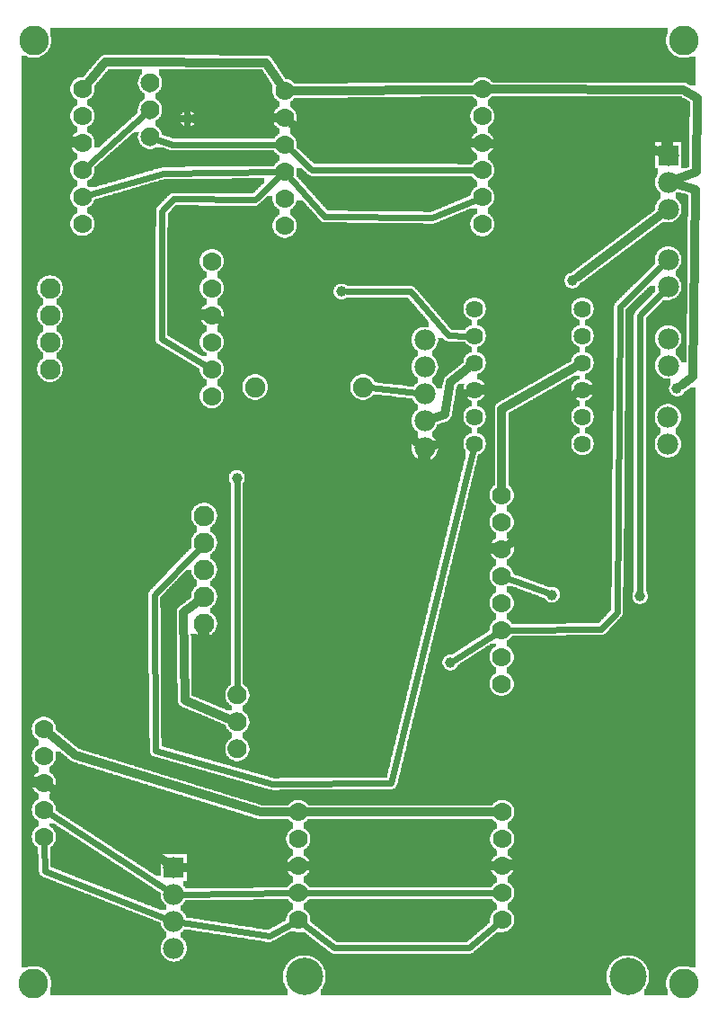
<source format=gtl>
G04 MADE WITH FRITZING*
G04 WWW.FRITZING.ORG*
G04 DOUBLE SIDED*
G04 HOLES PLATED*
G04 CONTOUR ON CENTER OF CONTOUR VECTOR*
%ASAXBY*%
%FSLAX23Y23*%
%MOIN*%
%OFA0B0*%
%SFA1.0B1.0*%
%ADD10C,0.075000*%
%ADD11C,0.039370*%
%ADD12C,0.070000*%
%ADD13C,0.078000*%
%ADD14C,0.064000*%
%ADD15C,0.138425*%
%ADD16C,0.076000*%
%ADD17C,0.110236*%
%ADD18R,0.078000X0.078000*%
%ADD19C,0.032000*%
%ADD20C,0.024000*%
%ADD21R,0.001000X0.001000*%
%LNCOPPER1*%
G90*
G70*
G54D10*
X371Y3404D03*
X615Y3409D03*
X1115Y3304D03*
X396Y3119D03*
X1203Y3026D03*
X1624Y2412D03*
X225Y838D03*
X1168Y624D03*
X219Y581D03*
X885Y345D03*
X1168Y335D03*
X205Y3575D03*
G54D11*
X657Y3291D03*
X1227Y2651D03*
X839Y1960D03*
X2084Y2691D03*
X2472Y2291D03*
X2335Y1521D03*
G54D12*
X1537Y2272D03*
X1537Y2472D03*
X1537Y2172D03*
X1537Y2372D03*
X1537Y2072D03*
G54D13*
X1536Y2072D03*
X1536Y2172D03*
X1536Y2272D03*
X1536Y2372D03*
X1536Y2472D03*
G54D10*
X1307Y2297D03*
X907Y2297D03*
X1307Y2297D03*
X907Y2297D03*
G54D14*
X1721Y2487D03*
X1721Y2387D03*
X1721Y2287D03*
X1721Y2187D03*
X1721Y2087D03*
X2121Y2087D03*
X2121Y2187D03*
X2121Y2287D03*
X2121Y2387D03*
X2121Y2487D03*
X2121Y2587D03*
X1721Y2587D03*
X1721Y2487D03*
X1721Y2387D03*
X1721Y2287D03*
X1721Y2187D03*
X1721Y2087D03*
X2121Y2087D03*
X2121Y2187D03*
X2121Y2287D03*
X2121Y2387D03*
X2121Y2487D03*
X2121Y2587D03*
X1721Y2587D03*
G54D12*
X124Y1029D03*
X124Y929D03*
X124Y829D03*
X124Y729D03*
X124Y629D03*
X840Y1155D03*
X840Y1055D03*
X840Y955D03*
X840Y1155D03*
X840Y1055D03*
X840Y955D03*
X518Y3425D03*
X518Y3325D03*
X518Y3225D03*
X518Y3425D03*
X518Y3325D03*
X518Y3225D03*
G54D13*
X2439Y2477D03*
X2439Y2377D03*
X2438Y2185D03*
X2438Y2085D03*
X2439Y2769D03*
X2439Y2669D03*
X2439Y3156D03*
X2439Y3056D03*
X2439Y2956D03*
G54D15*
X1089Y111D03*
X2289Y111D03*
X1089Y111D03*
X2289Y111D03*
G54D12*
X746Y2763D03*
X746Y2663D03*
X746Y2563D03*
X746Y2463D03*
X746Y2363D03*
X746Y2263D03*
G54D16*
X146Y2663D03*
X146Y2563D03*
X146Y2463D03*
X146Y2363D03*
G54D12*
X746Y2763D03*
X746Y2663D03*
X746Y2563D03*
X746Y2463D03*
X746Y2363D03*
X746Y2263D03*
G54D16*
X146Y2663D03*
X146Y2563D03*
X146Y2463D03*
X146Y2363D03*
X717Y1820D03*
X717Y1720D03*
X717Y1620D03*
X717Y1520D03*
X717Y1420D03*
G54D12*
X1823Y721D03*
X1823Y621D03*
X1823Y521D03*
X1823Y421D03*
X1823Y321D03*
X1067Y721D03*
X1067Y621D03*
X1067Y521D03*
X1067Y421D03*
X1067Y321D03*
X267Y3402D03*
X267Y3302D03*
X267Y3202D03*
X267Y3102D03*
X267Y3002D03*
X267Y2902D03*
X1749Y3401D03*
X1749Y3301D03*
X1749Y3201D03*
X1749Y3101D03*
X1749Y3001D03*
X1749Y2901D03*
X1821Y1896D03*
X1821Y1797D03*
X1821Y1697D03*
X1821Y1597D03*
X1821Y1497D03*
X1821Y1397D03*
X1821Y1297D03*
X1821Y1197D03*
X1016Y3395D03*
X1016Y3295D03*
X1016Y3195D03*
X1016Y3095D03*
X1016Y2995D03*
X1016Y2895D03*
G54D17*
X2496Y86D03*
X2496Y3583D03*
X85Y86D03*
X86Y3583D03*
G54D13*
X605Y516D03*
X605Y416D03*
X605Y316D03*
X605Y216D03*
X605Y516D03*
X605Y416D03*
X605Y316D03*
X605Y216D03*
G54D11*
X1632Y1276D03*
X2008Y1527D03*
G54D18*
X2439Y3156D03*
X605Y516D03*
X605Y516D03*
G54D19*
X1610Y2194D02*
X1570Y2182D01*
D02*
X1632Y2316D02*
X1610Y2194D01*
D02*
X926Y721D02*
X240Y932D01*
D02*
X240Y932D02*
X152Y1006D01*
D02*
X948Y3500D02*
X352Y3503D01*
D02*
X1713Y3400D02*
X1053Y3396D01*
D02*
X352Y3503D02*
X290Y3430D01*
D02*
X997Y3426D02*
X948Y3500D01*
D02*
X646Y1136D02*
X642Y1462D01*
D02*
X642Y1462D02*
X689Y1498D01*
D02*
X811Y1067D02*
X646Y1136D01*
D02*
X1693Y2364D02*
X1632Y2316D01*
D02*
X1031Y721D02*
X926Y721D01*
D02*
X1129Y3203D02*
X1713Y3201D01*
D02*
X1045Y3272D02*
X1129Y3203D01*
D02*
X1506Y2091D02*
X777Y2544D01*
D02*
X2332Y3197D02*
X2406Y3169D01*
D02*
X1646Y2100D02*
X1571Y2081D01*
D02*
X2546Y3369D02*
X2543Y3094D01*
D02*
X2495Y3400D02*
X2546Y3369D01*
D02*
X2543Y3094D02*
X2473Y3069D01*
D02*
X1786Y3401D02*
X2495Y3400D01*
D02*
X2540Y3030D02*
X2532Y2334D01*
D02*
X2532Y2334D02*
X2492Y2306D01*
D02*
X2474Y3048D02*
X2540Y3030D01*
D02*
X1668Y2261D02*
X1646Y2100D01*
D02*
X1688Y2271D02*
X1668Y2261D01*
D02*
X1786Y3200D02*
X2332Y3197D01*
D02*
X1822Y2217D02*
X2090Y2369D01*
D02*
X1821Y1933D02*
X1822Y2217D01*
D02*
X2007Y1822D02*
X1851Y1717D01*
D02*
X2005Y2222D02*
X2007Y1822D01*
D02*
X2089Y2269D02*
X2005Y2222D01*
D02*
X980Y3295D02*
X682Y3291D01*
G54D20*
D02*
X1624Y2489D02*
X1690Y2487D01*
D02*
X533Y1527D02*
X696Y1697D01*
D02*
X537Y949D02*
X533Y1527D01*
D02*
X1412Y828D02*
X972Y825D01*
D02*
X972Y825D02*
X537Y949D01*
D02*
X1714Y2056D02*
X1412Y828D01*
D02*
X1483Y2651D02*
X1624Y2489D01*
D02*
X1335Y2294D02*
X1506Y2275D01*
D02*
X1246Y2651D02*
X1483Y2651D01*
D02*
X840Y1181D02*
X839Y1941D01*
D02*
X1648Y1286D02*
X1795Y1380D01*
D02*
X2250Y1463D02*
X2261Y2595D01*
D02*
X2335Y1540D02*
X2335Y2562D01*
D02*
X2335Y2562D02*
X2418Y2648D01*
D02*
X2261Y2595D02*
X2417Y2748D01*
D02*
X2192Y1400D02*
X2250Y1463D01*
D02*
X1852Y1397D02*
X2192Y1400D01*
G54D19*
D02*
X2103Y2706D02*
X2411Y2935D01*
G54D20*
D02*
X1118Y3103D02*
X1039Y3175D01*
D02*
X1719Y3101D02*
X1118Y3103D01*
D02*
X566Y3090D02*
X296Y3011D01*
D02*
X604Y2994D02*
X906Y2991D01*
D02*
X561Y2949D02*
X604Y2994D01*
D02*
X906Y2991D02*
X994Y3074D01*
D02*
X559Y2476D02*
X561Y2949D01*
D02*
X720Y2379D02*
X559Y2476D01*
D02*
X601Y3196D02*
X542Y3216D01*
D02*
X986Y3195D02*
X601Y3196D01*
D02*
X986Y3095D02*
X566Y3090D01*
D02*
X1565Y2924D02*
X1165Y2930D01*
D02*
X1165Y2930D02*
X1037Y3072D01*
D02*
X1721Y2989D02*
X1565Y2924D01*
D02*
X290Y3122D02*
X498Y3308D01*
D02*
X1702Y218D02*
X1800Y301D01*
D02*
X1200Y218D02*
X1702Y218D01*
D02*
X1092Y302D02*
X1200Y218D01*
D02*
X1792Y421D02*
X1098Y421D01*
G54D19*
D02*
X1104Y521D02*
X1787Y521D01*
G54D20*
D02*
X960Y261D02*
X635Y311D01*
D02*
X1040Y306D02*
X960Y261D01*
D02*
X1036Y421D02*
X636Y416D01*
G54D19*
D02*
X1031Y520D02*
X641Y516D01*
G54D20*
D02*
X126Y503D02*
X124Y598D01*
D02*
X577Y327D02*
X126Y503D01*
D02*
X580Y432D02*
X149Y712D01*
G54D19*
D02*
X576Y535D02*
X154Y809D01*
G54D20*
D02*
X1850Y1586D02*
X1990Y1534D01*
G54D19*
D02*
X1787Y721D02*
X1104Y721D01*
G36*
X364Y3476D02*
X364Y3474D01*
X362Y3474D01*
X362Y3472D01*
X360Y3472D01*
X360Y3470D01*
X358Y3470D01*
X358Y3468D01*
X356Y3468D01*
X356Y3466D01*
X354Y3466D01*
X354Y3464D01*
X352Y3464D01*
X352Y3460D01*
X350Y3460D01*
X350Y3458D01*
X348Y3458D01*
X348Y3456D01*
X346Y3456D01*
X346Y3454D01*
X344Y3454D01*
X344Y3452D01*
X342Y3452D01*
X342Y3450D01*
X340Y3450D01*
X340Y3446D01*
X338Y3446D01*
X338Y3444D01*
X336Y3444D01*
X336Y3442D01*
X334Y3442D01*
X334Y3440D01*
X332Y3440D01*
X332Y3438D01*
X330Y3438D01*
X330Y3436D01*
X328Y3436D01*
X328Y3432D01*
X326Y3432D01*
X326Y3430D01*
X324Y3430D01*
X324Y3428D01*
X322Y3428D01*
X322Y3426D01*
X320Y3426D01*
X320Y3424D01*
X318Y3424D01*
X318Y3422D01*
X316Y3422D01*
X316Y3418D01*
X314Y3418D01*
X314Y3416D01*
X312Y3416D01*
X312Y3396D01*
X310Y3396D01*
X310Y3388D01*
X308Y3388D01*
X308Y3382D01*
X306Y3382D01*
X306Y3380D01*
X304Y3380D01*
X304Y3376D01*
X302Y3376D01*
X302Y3374D01*
X300Y3374D01*
X300Y3370D01*
X296Y3370D01*
X296Y3368D01*
X294Y3368D01*
X294Y3366D01*
X292Y3366D01*
X292Y3364D01*
X288Y3364D01*
X288Y3362D01*
X284Y3362D01*
X284Y3342D01*
X288Y3342D01*
X288Y3340D01*
X292Y3340D01*
X292Y3338D01*
X294Y3338D01*
X294Y3336D01*
X296Y3336D01*
X296Y3334D01*
X300Y3334D01*
X300Y3330D01*
X302Y3330D01*
X302Y3328D01*
X304Y3328D01*
X304Y3324D01*
X306Y3324D01*
X306Y3322D01*
X308Y3322D01*
X308Y3316D01*
X310Y3316D01*
X310Y3308D01*
X312Y3308D01*
X312Y3296D01*
X310Y3296D01*
X310Y3288D01*
X308Y3288D01*
X308Y3282D01*
X306Y3282D01*
X306Y3280D01*
X304Y3280D01*
X304Y3276D01*
X302Y3276D01*
X302Y3274D01*
X300Y3274D01*
X300Y3270D01*
X296Y3270D01*
X296Y3268D01*
X294Y3268D01*
X294Y3266D01*
X292Y3266D01*
X292Y3264D01*
X288Y3264D01*
X288Y3262D01*
X284Y3262D01*
X284Y3242D01*
X288Y3242D01*
X288Y3240D01*
X292Y3240D01*
X292Y3238D01*
X294Y3238D01*
X294Y3236D01*
X296Y3236D01*
X296Y3234D01*
X300Y3234D01*
X300Y3230D01*
X302Y3230D01*
X302Y3228D01*
X304Y3228D01*
X304Y3224D01*
X306Y3224D01*
X306Y3222D01*
X308Y3222D01*
X308Y3216D01*
X310Y3216D01*
X310Y3208D01*
X312Y3208D01*
X312Y3196D01*
X310Y3196D01*
X310Y3186D01*
X330Y3186D01*
X330Y3188D01*
X332Y3188D01*
X332Y3190D01*
X334Y3190D01*
X334Y3192D01*
X336Y3192D01*
X336Y3194D01*
X338Y3194D01*
X338Y3196D01*
X340Y3196D01*
X340Y3198D01*
X342Y3198D01*
X342Y3200D01*
X344Y3200D01*
X344Y3202D01*
X348Y3202D01*
X348Y3204D01*
X350Y3204D01*
X350Y3206D01*
X352Y3206D01*
X352Y3208D01*
X354Y3208D01*
X354Y3210D01*
X356Y3210D01*
X356Y3212D01*
X358Y3212D01*
X358Y3214D01*
X360Y3214D01*
X360Y3216D01*
X362Y3216D01*
X362Y3218D01*
X366Y3218D01*
X366Y3220D01*
X368Y3220D01*
X368Y3222D01*
X370Y3222D01*
X370Y3224D01*
X372Y3224D01*
X372Y3226D01*
X374Y3226D01*
X374Y3228D01*
X376Y3228D01*
X376Y3230D01*
X378Y3230D01*
X378Y3232D01*
X380Y3232D01*
X380Y3234D01*
X384Y3234D01*
X384Y3236D01*
X386Y3236D01*
X386Y3238D01*
X388Y3238D01*
X388Y3240D01*
X390Y3240D01*
X390Y3242D01*
X392Y3242D01*
X392Y3244D01*
X394Y3244D01*
X394Y3246D01*
X396Y3246D01*
X396Y3248D01*
X398Y3248D01*
X398Y3250D01*
X402Y3250D01*
X402Y3252D01*
X404Y3252D01*
X404Y3254D01*
X406Y3254D01*
X406Y3256D01*
X408Y3256D01*
X408Y3258D01*
X410Y3258D01*
X410Y3260D01*
X412Y3260D01*
X412Y3262D01*
X414Y3262D01*
X414Y3264D01*
X416Y3264D01*
X416Y3266D01*
X420Y3266D01*
X420Y3268D01*
X422Y3268D01*
X422Y3270D01*
X424Y3270D01*
X424Y3272D01*
X426Y3272D01*
X426Y3274D01*
X428Y3274D01*
X428Y3276D01*
X430Y3276D01*
X430Y3278D01*
X432Y3278D01*
X432Y3280D01*
X434Y3280D01*
X434Y3282D01*
X438Y3282D01*
X438Y3284D01*
X440Y3284D01*
X440Y3286D01*
X442Y3286D01*
X442Y3288D01*
X444Y3288D01*
X444Y3290D01*
X446Y3290D01*
X446Y3292D01*
X448Y3292D01*
X448Y3294D01*
X450Y3294D01*
X450Y3296D01*
X452Y3296D01*
X452Y3298D01*
X456Y3298D01*
X456Y3300D01*
X458Y3300D01*
X458Y3302D01*
X460Y3302D01*
X460Y3304D01*
X462Y3304D01*
X462Y3306D01*
X464Y3306D01*
X464Y3308D01*
X466Y3308D01*
X466Y3310D01*
X468Y3310D01*
X468Y3312D01*
X470Y3312D01*
X470Y3314D01*
X472Y3314D01*
X472Y3330D01*
X474Y3330D01*
X474Y3338D01*
X476Y3338D01*
X476Y3344D01*
X478Y3344D01*
X478Y3348D01*
X480Y3348D01*
X480Y3350D01*
X482Y3350D01*
X482Y3354D01*
X484Y3354D01*
X484Y3356D01*
X486Y3356D01*
X486Y3358D01*
X488Y3358D01*
X488Y3360D01*
X492Y3360D01*
X492Y3362D01*
X494Y3362D01*
X494Y3364D01*
X498Y3364D01*
X498Y3386D01*
X494Y3386D01*
X494Y3388D01*
X490Y3388D01*
X490Y3390D01*
X488Y3390D01*
X488Y3392D01*
X486Y3392D01*
X486Y3394D01*
X484Y3394D01*
X484Y3396D01*
X482Y3396D01*
X482Y3400D01*
X480Y3400D01*
X480Y3402D01*
X478Y3402D01*
X478Y3406D01*
X476Y3406D01*
X476Y3412D01*
X474Y3412D01*
X474Y3420D01*
X472Y3420D01*
X472Y3430D01*
X474Y3430D01*
X474Y3438D01*
X476Y3438D01*
X476Y3444D01*
X478Y3444D01*
X478Y3448D01*
X480Y3448D01*
X480Y3450D01*
X482Y3450D01*
X482Y3454D01*
X484Y3454D01*
X484Y3456D01*
X486Y3456D01*
X486Y3476D01*
X364Y3476D01*
G37*
D02*
G36*
X550Y3476D02*
X550Y3454D01*
X552Y3454D01*
X552Y3452D01*
X554Y3452D01*
X554Y3450D01*
X556Y3450D01*
X556Y3446D01*
X558Y3446D01*
X558Y3442D01*
X560Y3442D01*
X560Y3436D01*
X562Y3436D01*
X562Y3414D01*
X560Y3414D01*
X560Y3408D01*
X558Y3408D01*
X558Y3404D01*
X556Y3404D01*
X556Y3400D01*
X554Y3400D01*
X554Y3398D01*
X552Y3398D01*
X552Y3396D01*
X550Y3396D01*
X550Y3392D01*
X546Y3392D01*
X546Y3390D01*
X544Y3390D01*
X544Y3388D01*
X542Y3388D01*
X542Y3386D01*
X538Y3386D01*
X538Y3364D01*
X542Y3364D01*
X542Y3362D01*
X544Y3362D01*
X544Y3360D01*
X546Y3360D01*
X546Y3358D01*
X550Y3358D01*
X550Y3354D01*
X552Y3354D01*
X552Y3352D01*
X554Y3352D01*
X554Y3350D01*
X556Y3350D01*
X556Y3346D01*
X558Y3346D01*
X558Y3342D01*
X560Y3342D01*
X560Y3336D01*
X562Y3336D01*
X562Y3320D01*
X666Y3320D01*
X666Y3318D01*
X672Y3318D01*
X672Y3316D01*
X674Y3316D01*
X674Y3314D01*
X678Y3314D01*
X678Y3312D01*
X680Y3312D01*
X680Y3308D01*
X682Y3308D01*
X682Y3306D01*
X684Y3306D01*
X684Y3302D01*
X686Y3302D01*
X686Y3292D01*
X688Y3292D01*
X688Y3290D01*
X686Y3290D01*
X686Y3280D01*
X684Y3280D01*
X684Y3276D01*
X682Y3276D01*
X682Y3274D01*
X680Y3274D01*
X680Y3270D01*
X678Y3270D01*
X678Y3268D01*
X674Y3268D01*
X674Y3266D01*
X672Y3266D01*
X672Y3264D01*
X668Y3264D01*
X668Y3262D01*
X986Y3262D01*
X986Y3264D01*
X984Y3264D01*
X984Y3266D01*
X982Y3266D01*
X982Y3268D01*
X980Y3268D01*
X980Y3270D01*
X978Y3270D01*
X978Y3274D01*
X976Y3274D01*
X976Y3278D01*
X974Y3278D01*
X974Y3284D01*
X972Y3284D01*
X972Y3306D01*
X974Y3306D01*
X974Y3312D01*
X976Y3312D01*
X976Y3316D01*
X978Y3316D01*
X978Y3320D01*
X980Y3320D01*
X980Y3322D01*
X982Y3322D01*
X982Y3326D01*
X984Y3326D01*
X984Y3328D01*
X986Y3328D01*
X986Y3330D01*
X990Y3330D01*
X990Y3332D01*
X992Y3332D01*
X992Y3334D01*
X996Y3334D01*
X996Y3356D01*
X994Y3356D01*
X994Y3358D01*
X990Y3358D01*
X990Y3360D01*
X988Y3360D01*
X988Y3362D01*
X986Y3362D01*
X986Y3364D01*
X984Y3364D01*
X984Y3366D01*
X982Y3366D01*
X982Y3368D01*
X980Y3368D01*
X980Y3370D01*
X978Y3370D01*
X978Y3374D01*
X976Y3374D01*
X976Y3378D01*
X974Y3378D01*
X974Y3384D01*
X972Y3384D01*
X972Y3418D01*
X970Y3418D01*
X970Y3420D01*
X968Y3420D01*
X968Y3424D01*
X966Y3424D01*
X966Y3426D01*
X964Y3426D01*
X964Y3430D01*
X962Y3430D01*
X962Y3432D01*
X960Y3432D01*
X960Y3436D01*
X958Y3436D01*
X958Y3438D01*
X956Y3438D01*
X956Y3442D01*
X954Y3442D01*
X954Y3444D01*
X952Y3444D01*
X952Y3448D01*
X950Y3448D01*
X950Y3452D01*
X948Y3452D01*
X948Y3454D01*
X946Y3454D01*
X946Y3458D01*
X944Y3458D01*
X944Y3460D01*
X942Y3460D01*
X942Y3464D01*
X940Y3464D01*
X940Y3466D01*
X938Y3466D01*
X938Y3470D01*
X936Y3470D01*
X936Y3472D01*
X934Y3472D01*
X934Y3474D01*
X770Y3474D01*
X770Y3476D01*
X550Y3476D01*
G37*
D02*
G36*
X562Y3320D02*
X562Y3314D01*
X560Y3314D01*
X560Y3308D01*
X558Y3308D01*
X558Y3304D01*
X556Y3304D01*
X556Y3300D01*
X554Y3300D01*
X554Y3298D01*
X552Y3298D01*
X552Y3296D01*
X550Y3296D01*
X550Y3292D01*
X546Y3292D01*
X546Y3290D01*
X544Y3290D01*
X544Y3288D01*
X542Y3288D01*
X542Y3286D01*
X538Y3286D01*
X538Y3264D01*
X542Y3264D01*
X542Y3262D01*
X648Y3262D01*
X648Y3264D01*
X644Y3264D01*
X644Y3266D01*
X640Y3266D01*
X640Y3268D01*
X638Y3268D01*
X638Y3270D01*
X636Y3270D01*
X636Y3272D01*
X634Y3272D01*
X634Y3274D01*
X632Y3274D01*
X632Y3278D01*
X630Y3278D01*
X630Y3282D01*
X628Y3282D01*
X628Y3300D01*
X630Y3300D01*
X630Y3304D01*
X632Y3304D01*
X632Y3308D01*
X634Y3308D01*
X634Y3310D01*
X636Y3310D01*
X636Y3312D01*
X638Y3312D01*
X638Y3314D01*
X640Y3314D01*
X640Y3316D01*
X644Y3316D01*
X644Y3318D01*
X648Y3318D01*
X648Y3320D01*
X562Y3320D01*
G37*
D02*
G36*
X544Y3262D02*
X544Y3260D01*
X988Y3260D01*
X988Y3262D01*
X544Y3262D01*
G37*
D02*
G36*
X544Y3262D02*
X544Y3260D01*
X988Y3260D01*
X988Y3262D01*
X544Y3262D01*
G37*
D02*
G36*
X546Y3260D02*
X546Y3258D01*
X550Y3258D01*
X550Y3254D01*
X552Y3254D01*
X552Y3252D01*
X554Y3252D01*
X554Y3250D01*
X556Y3250D01*
X556Y3246D01*
X558Y3246D01*
X558Y3242D01*
X560Y3242D01*
X560Y3236D01*
X562Y3236D01*
X562Y3232D01*
X568Y3232D01*
X568Y3230D01*
X574Y3230D01*
X574Y3228D01*
X578Y3228D01*
X578Y3226D01*
X584Y3226D01*
X584Y3224D01*
X590Y3224D01*
X590Y3222D01*
X596Y3222D01*
X596Y3220D01*
X602Y3220D01*
X602Y3218D01*
X978Y3218D01*
X978Y3220D01*
X980Y3220D01*
X980Y3222D01*
X982Y3222D01*
X982Y3226D01*
X984Y3226D01*
X984Y3228D01*
X986Y3228D01*
X986Y3230D01*
X990Y3230D01*
X990Y3232D01*
X992Y3232D01*
X992Y3234D01*
X996Y3234D01*
X996Y3256D01*
X994Y3256D01*
X994Y3258D01*
X990Y3258D01*
X990Y3260D01*
X546Y3260D01*
G37*
D02*
G36*
X1520Y3374D02*
X1520Y3372D01*
X1250Y3372D01*
X1250Y3370D01*
X1052Y3370D01*
X1052Y3366D01*
X1050Y3366D01*
X1050Y3364D01*
X1048Y3364D01*
X1048Y3362D01*
X1046Y3362D01*
X1046Y3360D01*
X1042Y3360D01*
X1042Y3358D01*
X1040Y3358D01*
X1040Y3356D01*
X1036Y3356D01*
X1036Y3336D01*
X1038Y3336D01*
X1038Y3334D01*
X1040Y3334D01*
X1040Y3332D01*
X1044Y3332D01*
X1044Y3330D01*
X1046Y3330D01*
X1046Y3328D01*
X1048Y3328D01*
X1048Y3326D01*
X1050Y3326D01*
X1050Y3324D01*
X1052Y3324D01*
X1052Y3322D01*
X1054Y3322D01*
X1054Y3318D01*
X1056Y3318D01*
X1056Y3314D01*
X1058Y3314D01*
X1058Y3310D01*
X1060Y3310D01*
X1060Y3300D01*
X1062Y3300D01*
X1062Y3290D01*
X1060Y3290D01*
X1060Y3282D01*
X1058Y3282D01*
X1058Y3276D01*
X1056Y3276D01*
X1056Y3272D01*
X1054Y3272D01*
X1054Y3270D01*
X1052Y3270D01*
X1052Y3266D01*
X1050Y3266D01*
X1050Y3264D01*
X1048Y3264D01*
X1048Y3262D01*
X1046Y3262D01*
X1046Y3260D01*
X1042Y3260D01*
X1042Y3258D01*
X1040Y3258D01*
X1040Y3256D01*
X1036Y3256D01*
X1036Y3236D01*
X1038Y3236D01*
X1038Y3234D01*
X1040Y3234D01*
X1040Y3232D01*
X1044Y3232D01*
X1044Y3230D01*
X1046Y3230D01*
X1046Y3228D01*
X1048Y3228D01*
X1048Y3226D01*
X1050Y3226D01*
X1050Y3224D01*
X1052Y3224D01*
X1052Y3222D01*
X1054Y3222D01*
X1054Y3218D01*
X1056Y3218D01*
X1056Y3214D01*
X1058Y3214D01*
X1058Y3210D01*
X1060Y3210D01*
X1060Y3200D01*
X1062Y3200D01*
X1062Y3182D01*
X1064Y3182D01*
X1064Y3180D01*
X1066Y3180D01*
X1066Y3178D01*
X1070Y3178D01*
X1070Y3176D01*
X1072Y3176D01*
X1072Y3174D01*
X1074Y3174D01*
X1074Y3172D01*
X1076Y3172D01*
X1076Y3170D01*
X1078Y3170D01*
X1078Y3168D01*
X1080Y3168D01*
X1080Y3166D01*
X1082Y3166D01*
X1082Y3164D01*
X1084Y3164D01*
X1084Y3162D01*
X1086Y3162D01*
X1086Y3160D01*
X1088Y3160D01*
X1088Y3158D01*
X1092Y3158D01*
X1092Y3156D01*
X1094Y3156D01*
X1094Y3154D01*
X1096Y3154D01*
X1096Y3152D01*
X1098Y3152D01*
X1098Y3150D01*
X1100Y3150D01*
X1100Y3148D01*
X1102Y3148D01*
X1102Y3146D01*
X1104Y3146D01*
X1104Y3144D01*
X1106Y3144D01*
X1106Y3142D01*
X1108Y3142D01*
X1108Y3140D01*
X1110Y3140D01*
X1110Y3138D01*
X1112Y3138D01*
X1112Y3136D01*
X1116Y3136D01*
X1116Y3134D01*
X1118Y3134D01*
X1118Y3132D01*
X1120Y3132D01*
X1120Y3130D01*
X1122Y3130D01*
X1122Y3128D01*
X1124Y3128D01*
X1124Y3126D01*
X1126Y3126D01*
X1126Y3124D01*
X1658Y3124D01*
X1658Y3122D01*
X1710Y3122D01*
X1710Y3124D01*
X1712Y3124D01*
X1712Y3126D01*
X1714Y3126D01*
X1714Y3130D01*
X1716Y3130D01*
X1716Y3132D01*
X1718Y3132D01*
X1718Y3134D01*
X1720Y3134D01*
X1720Y3136D01*
X1724Y3136D01*
X1724Y3138D01*
X1726Y3138D01*
X1726Y3140D01*
X1730Y3140D01*
X1730Y3160D01*
X1728Y3160D01*
X1728Y3162D01*
X1726Y3162D01*
X1726Y3164D01*
X1722Y3164D01*
X1722Y3166D01*
X1720Y3166D01*
X1720Y3168D01*
X1718Y3168D01*
X1718Y3170D01*
X1716Y3170D01*
X1716Y3172D01*
X1714Y3172D01*
X1714Y3174D01*
X1712Y3174D01*
X1712Y3178D01*
X1710Y3178D01*
X1710Y3182D01*
X1708Y3182D01*
X1708Y3186D01*
X1706Y3186D01*
X1706Y3194D01*
X1704Y3194D01*
X1704Y3208D01*
X1706Y3208D01*
X1706Y3216D01*
X1708Y3216D01*
X1708Y3220D01*
X1710Y3220D01*
X1710Y3224D01*
X1712Y3224D01*
X1712Y3226D01*
X1714Y3226D01*
X1714Y3230D01*
X1716Y3230D01*
X1716Y3232D01*
X1718Y3232D01*
X1718Y3234D01*
X1720Y3234D01*
X1720Y3236D01*
X1724Y3236D01*
X1724Y3238D01*
X1726Y3238D01*
X1726Y3240D01*
X1730Y3240D01*
X1730Y3260D01*
X1728Y3260D01*
X1728Y3262D01*
X1726Y3262D01*
X1726Y3264D01*
X1722Y3264D01*
X1722Y3266D01*
X1720Y3266D01*
X1720Y3268D01*
X1718Y3268D01*
X1718Y3270D01*
X1716Y3270D01*
X1716Y3272D01*
X1714Y3272D01*
X1714Y3274D01*
X1712Y3274D01*
X1712Y3278D01*
X1710Y3278D01*
X1710Y3282D01*
X1708Y3282D01*
X1708Y3286D01*
X1706Y3286D01*
X1706Y3294D01*
X1704Y3294D01*
X1704Y3308D01*
X1706Y3308D01*
X1706Y3316D01*
X1708Y3316D01*
X1708Y3320D01*
X1710Y3320D01*
X1710Y3324D01*
X1712Y3324D01*
X1712Y3326D01*
X1714Y3326D01*
X1714Y3330D01*
X1716Y3330D01*
X1716Y3332D01*
X1718Y3332D01*
X1718Y3334D01*
X1720Y3334D01*
X1720Y3336D01*
X1724Y3336D01*
X1724Y3338D01*
X1726Y3338D01*
X1726Y3340D01*
X1730Y3340D01*
X1730Y3360D01*
X1728Y3360D01*
X1728Y3362D01*
X1726Y3362D01*
X1726Y3364D01*
X1722Y3364D01*
X1722Y3366D01*
X1720Y3366D01*
X1720Y3368D01*
X1718Y3368D01*
X1718Y3370D01*
X1716Y3370D01*
X1716Y3372D01*
X1714Y3372D01*
X1714Y3374D01*
X1520Y3374D01*
G37*
D02*
G36*
X456Y3242D02*
X456Y3240D01*
X454Y3240D01*
X454Y3238D01*
X452Y3238D01*
X452Y3236D01*
X450Y3236D01*
X450Y3234D01*
X448Y3234D01*
X448Y3232D01*
X444Y3232D01*
X444Y3230D01*
X442Y3230D01*
X442Y3228D01*
X440Y3228D01*
X440Y3226D01*
X438Y3226D01*
X438Y3224D01*
X436Y3224D01*
X436Y3222D01*
X434Y3222D01*
X434Y3220D01*
X432Y3220D01*
X432Y3218D01*
X430Y3218D01*
X430Y3216D01*
X426Y3216D01*
X426Y3214D01*
X424Y3214D01*
X424Y3212D01*
X422Y3212D01*
X422Y3210D01*
X420Y3210D01*
X420Y3208D01*
X418Y3208D01*
X418Y3206D01*
X416Y3206D01*
X416Y3204D01*
X414Y3204D01*
X414Y3202D01*
X412Y3202D01*
X412Y3200D01*
X408Y3200D01*
X408Y3198D01*
X406Y3198D01*
X406Y3196D01*
X404Y3196D01*
X404Y3194D01*
X402Y3194D01*
X402Y3192D01*
X400Y3192D01*
X400Y3190D01*
X398Y3190D01*
X398Y3188D01*
X396Y3188D01*
X396Y3186D01*
X394Y3186D01*
X394Y3184D01*
X390Y3184D01*
X390Y3182D01*
X388Y3182D01*
X388Y3180D01*
X508Y3180D01*
X508Y3182D01*
X502Y3182D01*
X502Y3184D01*
X498Y3184D01*
X498Y3186D01*
X494Y3186D01*
X494Y3188D01*
X490Y3188D01*
X490Y3190D01*
X488Y3190D01*
X488Y3192D01*
X486Y3192D01*
X486Y3194D01*
X484Y3194D01*
X484Y3196D01*
X482Y3196D01*
X482Y3200D01*
X480Y3200D01*
X480Y3202D01*
X478Y3202D01*
X478Y3206D01*
X476Y3206D01*
X476Y3212D01*
X474Y3212D01*
X474Y3220D01*
X472Y3220D01*
X472Y3230D01*
X474Y3230D01*
X474Y3238D01*
X476Y3238D01*
X476Y3242D01*
X456Y3242D01*
G37*
D02*
G36*
X538Y3186D02*
X538Y3184D01*
X534Y3184D01*
X534Y3182D01*
X526Y3182D01*
X526Y3180D01*
X578Y3180D01*
X578Y3182D01*
X572Y3182D01*
X572Y3184D01*
X566Y3184D01*
X566Y3186D01*
X538Y3186D01*
G37*
D02*
G36*
X386Y3180D02*
X386Y3178D01*
X582Y3178D01*
X582Y3180D01*
X386Y3180D01*
G37*
D02*
G36*
X386Y3180D02*
X386Y3178D01*
X582Y3178D01*
X582Y3180D01*
X386Y3180D01*
G37*
D02*
G36*
X384Y3178D02*
X384Y3176D01*
X382Y3176D01*
X382Y3174D01*
X380Y3174D01*
X380Y3172D01*
X378Y3172D01*
X378Y3170D01*
X376Y3170D01*
X376Y3168D01*
X372Y3168D01*
X372Y3166D01*
X370Y3166D01*
X370Y3164D01*
X368Y3164D01*
X368Y3162D01*
X366Y3162D01*
X366Y3160D01*
X364Y3160D01*
X364Y3158D01*
X362Y3158D01*
X362Y3156D01*
X360Y3156D01*
X360Y3154D01*
X358Y3154D01*
X358Y3152D01*
X354Y3152D01*
X354Y3150D01*
X352Y3150D01*
X352Y3148D01*
X350Y3148D01*
X350Y3146D01*
X348Y3146D01*
X348Y3144D01*
X346Y3144D01*
X346Y3142D01*
X344Y3142D01*
X344Y3140D01*
X342Y3140D01*
X342Y3138D01*
X340Y3138D01*
X340Y3136D01*
X336Y3136D01*
X336Y3134D01*
X334Y3134D01*
X334Y3132D01*
X332Y3132D01*
X332Y3130D01*
X330Y3130D01*
X330Y3128D01*
X328Y3128D01*
X328Y3126D01*
X326Y3126D01*
X326Y3124D01*
X324Y3124D01*
X324Y3122D01*
X322Y3122D01*
X322Y3120D01*
X318Y3120D01*
X318Y3118D01*
X316Y3118D01*
X316Y3116D01*
X314Y3116D01*
X314Y3114D01*
X312Y3114D01*
X312Y3096D01*
X310Y3096D01*
X310Y3088D01*
X308Y3088D01*
X308Y3082D01*
X306Y3082D01*
X306Y3080D01*
X304Y3080D01*
X304Y3076D01*
X302Y3076D01*
X302Y3074D01*
X300Y3074D01*
X300Y3070D01*
X296Y3070D01*
X296Y3068D01*
X294Y3068D01*
X294Y3066D01*
X292Y3066D01*
X292Y3064D01*
X288Y3064D01*
X288Y3062D01*
X284Y3062D01*
X284Y3042D01*
X288Y3042D01*
X288Y3040D01*
X292Y3040D01*
X292Y3038D01*
X314Y3038D01*
X314Y3040D01*
X322Y3040D01*
X322Y3042D01*
X328Y3042D01*
X328Y3044D01*
X334Y3044D01*
X334Y3046D01*
X342Y3046D01*
X342Y3048D01*
X348Y3048D01*
X348Y3050D01*
X356Y3050D01*
X356Y3052D01*
X362Y3052D01*
X362Y3054D01*
X368Y3054D01*
X368Y3056D01*
X376Y3056D01*
X376Y3058D01*
X382Y3058D01*
X382Y3060D01*
X390Y3060D01*
X390Y3062D01*
X396Y3062D01*
X396Y3064D01*
X402Y3064D01*
X402Y3066D01*
X410Y3066D01*
X410Y3068D01*
X416Y3068D01*
X416Y3070D01*
X424Y3070D01*
X424Y3072D01*
X430Y3072D01*
X430Y3074D01*
X436Y3074D01*
X436Y3076D01*
X444Y3076D01*
X444Y3078D01*
X450Y3078D01*
X450Y3080D01*
X458Y3080D01*
X458Y3082D01*
X464Y3082D01*
X464Y3084D01*
X470Y3084D01*
X470Y3086D01*
X478Y3086D01*
X478Y3088D01*
X484Y3088D01*
X484Y3090D01*
X492Y3090D01*
X492Y3092D01*
X498Y3092D01*
X498Y3094D01*
X504Y3094D01*
X504Y3096D01*
X512Y3096D01*
X512Y3098D01*
X518Y3098D01*
X518Y3100D01*
X526Y3100D01*
X526Y3102D01*
X532Y3102D01*
X532Y3104D01*
X538Y3104D01*
X538Y3106D01*
X546Y3106D01*
X546Y3108D01*
X552Y3108D01*
X552Y3110D01*
X560Y3110D01*
X560Y3112D01*
X646Y3112D01*
X646Y3114D01*
X818Y3114D01*
X818Y3116D01*
X978Y3116D01*
X978Y3120D01*
X980Y3120D01*
X980Y3122D01*
X982Y3122D01*
X982Y3126D01*
X984Y3126D01*
X984Y3128D01*
X986Y3128D01*
X986Y3130D01*
X990Y3130D01*
X990Y3132D01*
X992Y3132D01*
X992Y3134D01*
X996Y3134D01*
X996Y3156D01*
X994Y3156D01*
X994Y3158D01*
X990Y3158D01*
X990Y3160D01*
X988Y3160D01*
X988Y3162D01*
X986Y3162D01*
X986Y3164D01*
X984Y3164D01*
X984Y3166D01*
X982Y3166D01*
X982Y3168D01*
X980Y3168D01*
X980Y3170D01*
X978Y3170D01*
X978Y3174D01*
X594Y3174D01*
X594Y3176D01*
X588Y3176D01*
X588Y3178D01*
X384Y3178D01*
G37*
D02*
G36*
X1060Y3108D02*
X1060Y3100D01*
X1062Y3100D01*
X1062Y3076D01*
X1064Y3076D01*
X1064Y3074D01*
X1066Y3074D01*
X1066Y3072D01*
X1068Y3072D01*
X1068Y3070D01*
X1070Y3070D01*
X1070Y3068D01*
X1072Y3068D01*
X1072Y3066D01*
X1074Y3066D01*
X1074Y3064D01*
X1076Y3064D01*
X1076Y3062D01*
X1078Y3062D01*
X1078Y3058D01*
X1080Y3058D01*
X1080Y3056D01*
X1082Y3056D01*
X1082Y3054D01*
X1084Y3054D01*
X1084Y3052D01*
X1086Y3052D01*
X1086Y3050D01*
X1088Y3050D01*
X1088Y3048D01*
X1090Y3048D01*
X1090Y3046D01*
X1092Y3046D01*
X1092Y3044D01*
X1094Y3044D01*
X1094Y3042D01*
X1096Y3042D01*
X1096Y3038D01*
X1098Y3038D01*
X1098Y3036D01*
X1100Y3036D01*
X1100Y3034D01*
X1102Y3034D01*
X1102Y3032D01*
X1104Y3032D01*
X1104Y3030D01*
X1106Y3030D01*
X1106Y3028D01*
X1108Y3028D01*
X1108Y3026D01*
X1110Y3026D01*
X1110Y3024D01*
X1112Y3024D01*
X1112Y3022D01*
X1114Y3022D01*
X1114Y3018D01*
X1116Y3018D01*
X1116Y3016D01*
X1118Y3016D01*
X1118Y3014D01*
X1120Y3014D01*
X1120Y3012D01*
X1122Y3012D01*
X1122Y3010D01*
X1124Y3010D01*
X1124Y3008D01*
X1126Y3008D01*
X1126Y3006D01*
X1128Y3006D01*
X1128Y3004D01*
X1130Y3004D01*
X1130Y3002D01*
X1132Y3002D01*
X1132Y2998D01*
X1134Y2998D01*
X1134Y2996D01*
X1136Y2996D01*
X1136Y2994D01*
X1138Y2994D01*
X1138Y2992D01*
X1140Y2992D01*
X1140Y2990D01*
X1142Y2990D01*
X1142Y2988D01*
X1144Y2988D01*
X1144Y2986D01*
X1146Y2986D01*
X1146Y2984D01*
X1148Y2984D01*
X1148Y2982D01*
X1150Y2982D01*
X1150Y2978D01*
X1152Y2978D01*
X1152Y2976D01*
X1154Y2976D01*
X1154Y2974D01*
X1156Y2974D01*
X1156Y2972D01*
X1158Y2972D01*
X1158Y2970D01*
X1160Y2970D01*
X1160Y2968D01*
X1162Y2968D01*
X1162Y2966D01*
X1164Y2966D01*
X1164Y2964D01*
X1166Y2964D01*
X1166Y2962D01*
X1168Y2962D01*
X1168Y2960D01*
X1170Y2960D01*
X1170Y2956D01*
X1172Y2956D01*
X1172Y2954D01*
X1174Y2954D01*
X1174Y2952D01*
X1250Y2952D01*
X1250Y2950D01*
X1390Y2950D01*
X1390Y2948D01*
X1530Y2948D01*
X1530Y2946D01*
X1562Y2946D01*
X1562Y2948D01*
X1566Y2948D01*
X1566Y2950D01*
X1572Y2950D01*
X1572Y2952D01*
X1576Y2952D01*
X1576Y2954D01*
X1582Y2954D01*
X1582Y2956D01*
X1586Y2956D01*
X1586Y2958D01*
X1590Y2958D01*
X1590Y2960D01*
X1596Y2960D01*
X1596Y2962D01*
X1600Y2962D01*
X1600Y2964D01*
X1606Y2964D01*
X1606Y2966D01*
X1610Y2966D01*
X1610Y2968D01*
X1616Y2968D01*
X1616Y2970D01*
X1620Y2970D01*
X1620Y2972D01*
X1624Y2972D01*
X1624Y2974D01*
X1630Y2974D01*
X1630Y2976D01*
X1634Y2976D01*
X1634Y2978D01*
X1640Y2978D01*
X1640Y2980D01*
X1644Y2980D01*
X1644Y2982D01*
X1648Y2982D01*
X1648Y2984D01*
X1654Y2984D01*
X1654Y2986D01*
X1658Y2986D01*
X1658Y2988D01*
X1664Y2988D01*
X1664Y2990D01*
X1668Y2990D01*
X1668Y2992D01*
X1674Y2992D01*
X1674Y2994D01*
X1678Y2994D01*
X1678Y2996D01*
X1682Y2996D01*
X1682Y2998D01*
X1688Y2998D01*
X1688Y3000D01*
X1692Y3000D01*
X1692Y3002D01*
X1698Y3002D01*
X1698Y3004D01*
X1702Y3004D01*
X1702Y3006D01*
X1704Y3006D01*
X1704Y3008D01*
X1706Y3008D01*
X1706Y3016D01*
X1708Y3016D01*
X1708Y3020D01*
X1710Y3020D01*
X1710Y3024D01*
X1712Y3024D01*
X1712Y3026D01*
X1714Y3026D01*
X1714Y3030D01*
X1716Y3030D01*
X1716Y3032D01*
X1718Y3032D01*
X1718Y3034D01*
X1720Y3034D01*
X1720Y3036D01*
X1724Y3036D01*
X1724Y3038D01*
X1726Y3038D01*
X1726Y3040D01*
X1730Y3040D01*
X1730Y3060D01*
X1728Y3060D01*
X1728Y3062D01*
X1726Y3062D01*
X1726Y3064D01*
X1722Y3064D01*
X1722Y3066D01*
X1720Y3066D01*
X1720Y3068D01*
X1718Y3068D01*
X1718Y3070D01*
X1716Y3070D01*
X1716Y3072D01*
X1714Y3072D01*
X1714Y3074D01*
X1712Y3074D01*
X1712Y3078D01*
X1654Y3078D01*
X1654Y3080D01*
X1114Y3080D01*
X1114Y3082D01*
X1108Y3082D01*
X1108Y3084D01*
X1104Y3084D01*
X1104Y3086D01*
X1102Y3086D01*
X1102Y3088D01*
X1100Y3088D01*
X1100Y3090D01*
X1098Y3090D01*
X1098Y3092D01*
X1096Y3092D01*
X1096Y3094D01*
X1094Y3094D01*
X1094Y3096D01*
X1092Y3096D01*
X1092Y3098D01*
X1090Y3098D01*
X1090Y3100D01*
X1088Y3100D01*
X1088Y3102D01*
X1084Y3102D01*
X1084Y3104D01*
X1082Y3104D01*
X1082Y3106D01*
X1080Y3106D01*
X1080Y3108D01*
X1060Y3108D01*
G37*
D02*
G36*
X1584Y2478D02*
X1584Y2476D01*
X1586Y2476D01*
X1586Y2466D01*
X1584Y2466D01*
X1584Y2458D01*
X1582Y2458D01*
X1582Y2452D01*
X1580Y2452D01*
X1580Y2448D01*
X1578Y2448D01*
X1578Y2444D01*
X1576Y2444D01*
X1576Y2442D01*
X1574Y2442D01*
X1574Y2440D01*
X1572Y2440D01*
X1572Y2438D01*
X1570Y2438D01*
X1570Y2436D01*
X1568Y2436D01*
X1568Y2434D01*
X1566Y2434D01*
X1566Y2432D01*
X1564Y2432D01*
X1564Y2412D01*
X1566Y2412D01*
X1566Y2410D01*
X1568Y2410D01*
X1568Y2408D01*
X1570Y2408D01*
X1570Y2406D01*
X1572Y2406D01*
X1572Y2404D01*
X1574Y2404D01*
X1574Y2402D01*
X1576Y2402D01*
X1576Y2398D01*
X1578Y2398D01*
X1578Y2396D01*
X1580Y2396D01*
X1580Y2392D01*
X1582Y2392D01*
X1582Y2386D01*
X1584Y2386D01*
X1584Y2376D01*
X1586Y2376D01*
X1586Y2366D01*
X1584Y2366D01*
X1584Y2358D01*
X1582Y2358D01*
X1582Y2352D01*
X1580Y2352D01*
X1580Y2348D01*
X1578Y2348D01*
X1578Y2344D01*
X1576Y2344D01*
X1576Y2342D01*
X1574Y2342D01*
X1574Y2340D01*
X1572Y2340D01*
X1572Y2338D01*
X1570Y2338D01*
X1570Y2336D01*
X1568Y2336D01*
X1568Y2334D01*
X1566Y2334D01*
X1566Y2332D01*
X1564Y2332D01*
X1564Y2312D01*
X1566Y2312D01*
X1566Y2310D01*
X1568Y2310D01*
X1568Y2308D01*
X1570Y2308D01*
X1570Y2306D01*
X1572Y2306D01*
X1572Y2304D01*
X1574Y2304D01*
X1574Y2302D01*
X1576Y2302D01*
X1576Y2298D01*
X1578Y2298D01*
X1578Y2296D01*
X1580Y2296D01*
X1580Y2292D01*
X1602Y2292D01*
X1602Y2304D01*
X1604Y2304D01*
X1604Y2314D01*
X1606Y2314D01*
X1606Y2324D01*
X1608Y2324D01*
X1608Y2328D01*
X1610Y2328D01*
X1610Y2332D01*
X1612Y2332D01*
X1612Y2334D01*
X1614Y2334D01*
X1614Y2336D01*
X1616Y2336D01*
X1616Y2338D01*
X1618Y2338D01*
X1618Y2340D01*
X1620Y2340D01*
X1620Y2342D01*
X1624Y2342D01*
X1624Y2344D01*
X1626Y2344D01*
X1626Y2346D01*
X1628Y2346D01*
X1628Y2348D01*
X1632Y2348D01*
X1632Y2350D01*
X1634Y2350D01*
X1634Y2352D01*
X1636Y2352D01*
X1636Y2354D01*
X1638Y2354D01*
X1638Y2356D01*
X1642Y2356D01*
X1642Y2358D01*
X1644Y2358D01*
X1644Y2360D01*
X1646Y2360D01*
X1646Y2362D01*
X1650Y2362D01*
X1650Y2364D01*
X1652Y2364D01*
X1652Y2366D01*
X1654Y2366D01*
X1654Y2368D01*
X1656Y2368D01*
X1656Y2370D01*
X1660Y2370D01*
X1660Y2372D01*
X1662Y2372D01*
X1662Y2374D01*
X1664Y2374D01*
X1664Y2376D01*
X1666Y2376D01*
X1666Y2378D01*
X1670Y2378D01*
X1670Y2380D01*
X1672Y2380D01*
X1672Y2382D01*
X1674Y2382D01*
X1674Y2384D01*
X1678Y2384D01*
X1678Y2386D01*
X1680Y2386D01*
X1680Y2398D01*
X1682Y2398D01*
X1682Y2404D01*
X1684Y2404D01*
X1684Y2408D01*
X1686Y2408D01*
X1686Y2410D01*
X1688Y2410D01*
X1688Y2414D01*
X1690Y2414D01*
X1690Y2416D01*
X1692Y2416D01*
X1692Y2418D01*
X1694Y2418D01*
X1694Y2420D01*
X1698Y2420D01*
X1698Y2422D01*
X1700Y2422D01*
X1700Y2424D01*
X1704Y2424D01*
X1704Y2426D01*
X1710Y2426D01*
X1710Y2446D01*
X1708Y2446D01*
X1708Y2448D01*
X1704Y2448D01*
X1704Y2450D01*
X1700Y2450D01*
X1700Y2452D01*
X1696Y2452D01*
X1696Y2454D01*
X1694Y2454D01*
X1694Y2456D01*
X1692Y2456D01*
X1692Y2458D01*
X1690Y2458D01*
X1690Y2460D01*
X1688Y2460D01*
X1688Y2462D01*
X1686Y2462D01*
X1686Y2466D01*
X1620Y2466D01*
X1620Y2468D01*
X1614Y2468D01*
X1614Y2470D01*
X1610Y2470D01*
X1610Y2472D01*
X1608Y2472D01*
X1608Y2474D01*
X1606Y2474D01*
X1606Y2476D01*
X1604Y2476D01*
X1604Y2478D01*
X1584Y2478D01*
G37*
D02*
G36*
X166Y944D02*
X166Y940D01*
X168Y940D01*
X168Y918D01*
X166Y918D01*
X166Y912D01*
X164Y912D01*
X164Y908D01*
X162Y908D01*
X162Y904D01*
X160Y904D01*
X160Y902D01*
X158Y902D01*
X158Y900D01*
X156Y900D01*
X156Y896D01*
X152Y896D01*
X152Y894D01*
X150Y894D01*
X150Y892D01*
X148Y892D01*
X148Y890D01*
X144Y890D01*
X144Y868D01*
X148Y868D01*
X148Y866D01*
X150Y866D01*
X150Y864D01*
X152Y864D01*
X152Y862D01*
X156Y862D01*
X156Y860D01*
X158Y860D01*
X158Y856D01*
X160Y856D01*
X160Y854D01*
X162Y854D01*
X162Y850D01*
X164Y850D01*
X164Y846D01*
X166Y846D01*
X166Y840D01*
X168Y840D01*
X168Y818D01*
X166Y818D01*
X166Y812D01*
X164Y812D01*
X164Y808D01*
X162Y808D01*
X162Y804D01*
X160Y804D01*
X160Y802D01*
X158Y802D01*
X158Y800D01*
X156Y800D01*
X156Y796D01*
X152Y796D01*
X152Y794D01*
X150Y794D01*
X150Y792D01*
X148Y792D01*
X148Y790D01*
X144Y790D01*
X144Y768D01*
X148Y768D01*
X148Y766D01*
X150Y766D01*
X150Y764D01*
X152Y764D01*
X152Y762D01*
X156Y762D01*
X156Y760D01*
X158Y760D01*
X158Y756D01*
X160Y756D01*
X160Y754D01*
X162Y754D01*
X162Y750D01*
X164Y750D01*
X164Y746D01*
X166Y746D01*
X166Y740D01*
X168Y740D01*
X168Y726D01*
X170Y726D01*
X170Y724D01*
X174Y724D01*
X174Y722D01*
X176Y722D01*
X176Y720D01*
X180Y720D01*
X180Y718D01*
X182Y718D01*
X182Y716D01*
X186Y716D01*
X186Y714D01*
X188Y714D01*
X188Y712D01*
X192Y712D01*
X192Y710D01*
X194Y710D01*
X194Y708D01*
X198Y708D01*
X198Y706D01*
X202Y706D01*
X202Y704D01*
X204Y704D01*
X204Y702D01*
X208Y702D01*
X208Y700D01*
X210Y700D01*
X210Y698D01*
X214Y698D01*
X214Y696D01*
X216Y696D01*
X216Y694D01*
X220Y694D01*
X220Y692D01*
X222Y692D01*
X222Y690D01*
X226Y690D01*
X226Y688D01*
X228Y688D01*
X228Y686D01*
X232Y686D01*
X232Y684D01*
X234Y684D01*
X234Y682D01*
X238Y682D01*
X238Y680D01*
X242Y680D01*
X242Y678D01*
X244Y678D01*
X244Y676D01*
X248Y676D01*
X248Y674D01*
X250Y674D01*
X250Y672D01*
X254Y672D01*
X254Y670D01*
X256Y670D01*
X256Y668D01*
X260Y668D01*
X260Y666D01*
X262Y666D01*
X262Y664D01*
X266Y664D01*
X266Y662D01*
X268Y662D01*
X268Y660D01*
X272Y660D01*
X272Y658D01*
X274Y658D01*
X274Y656D01*
X278Y656D01*
X278Y654D01*
X280Y654D01*
X280Y652D01*
X284Y652D01*
X284Y650D01*
X288Y650D01*
X288Y648D01*
X290Y648D01*
X290Y646D01*
X294Y646D01*
X294Y644D01*
X296Y644D01*
X296Y642D01*
X300Y642D01*
X300Y640D01*
X302Y640D01*
X302Y638D01*
X306Y638D01*
X306Y636D01*
X308Y636D01*
X308Y634D01*
X312Y634D01*
X312Y632D01*
X314Y632D01*
X314Y630D01*
X318Y630D01*
X318Y628D01*
X320Y628D01*
X320Y626D01*
X324Y626D01*
X324Y624D01*
X328Y624D01*
X328Y622D01*
X330Y622D01*
X330Y620D01*
X334Y620D01*
X334Y618D01*
X336Y618D01*
X336Y616D01*
X340Y616D01*
X340Y614D01*
X342Y614D01*
X342Y612D01*
X346Y612D01*
X346Y610D01*
X348Y610D01*
X348Y608D01*
X352Y608D01*
X352Y606D01*
X354Y606D01*
X354Y604D01*
X358Y604D01*
X358Y602D01*
X360Y602D01*
X360Y600D01*
X364Y600D01*
X364Y598D01*
X368Y598D01*
X368Y596D01*
X370Y596D01*
X370Y594D01*
X374Y594D01*
X374Y592D01*
X376Y592D01*
X376Y590D01*
X380Y590D01*
X380Y588D01*
X382Y588D01*
X382Y586D01*
X386Y586D01*
X386Y584D01*
X388Y584D01*
X388Y582D01*
X392Y582D01*
X392Y580D01*
X394Y580D01*
X394Y578D01*
X398Y578D01*
X398Y576D01*
X400Y576D01*
X400Y574D01*
X404Y574D01*
X404Y572D01*
X408Y572D01*
X408Y570D01*
X410Y570D01*
X410Y568D01*
X414Y568D01*
X414Y566D01*
X416Y566D01*
X416Y564D01*
X654Y564D01*
X654Y466D01*
X642Y466D01*
X642Y446D01*
X644Y446D01*
X644Y444D01*
X646Y444D01*
X646Y442D01*
X648Y442D01*
X648Y438D01*
X724Y438D01*
X724Y440D01*
X902Y440D01*
X902Y442D01*
X1028Y442D01*
X1028Y444D01*
X1030Y444D01*
X1030Y448D01*
X1032Y448D01*
X1032Y450D01*
X1034Y450D01*
X1034Y452D01*
X1036Y452D01*
X1036Y454D01*
X1038Y454D01*
X1038Y456D01*
X1040Y456D01*
X1040Y458D01*
X1044Y458D01*
X1044Y460D01*
X1048Y460D01*
X1048Y480D01*
X1046Y480D01*
X1046Y482D01*
X1044Y482D01*
X1044Y484D01*
X1040Y484D01*
X1040Y486D01*
X1038Y486D01*
X1038Y488D01*
X1036Y488D01*
X1036Y490D01*
X1034Y490D01*
X1034Y492D01*
X1032Y492D01*
X1032Y494D01*
X1030Y494D01*
X1030Y498D01*
X1028Y498D01*
X1028Y502D01*
X1026Y502D01*
X1026Y506D01*
X1024Y506D01*
X1024Y514D01*
X1022Y514D01*
X1022Y528D01*
X1024Y528D01*
X1024Y536D01*
X1026Y536D01*
X1026Y540D01*
X1028Y540D01*
X1028Y544D01*
X1030Y544D01*
X1030Y548D01*
X1032Y548D01*
X1032Y550D01*
X1034Y550D01*
X1034Y552D01*
X1036Y552D01*
X1036Y554D01*
X1038Y554D01*
X1038Y556D01*
X1040Y556D01*
X1040Y558D01*
X1044Y558D01*
X1044Y560D01*
X1048Y560D01*
X1048Y580D01*
X1046Y580D01*
X1046Y582D01*
X1044Y582D01*
X1044Y584D01*
X1040Y584D01*
X1040Y586D01*
X1038Y586D01*
X1038Y588D01*
X1036Y588D01*
X1036Y590D01*
X1034Y590D01*
X1034Y592D01*
X1032Y592D01*
X1032Y594D01*
X1030Y594D01*
X1030Y598D01*
X1028Y598D01*
X1028Y602D01*
X1026Y602D01*
X1026Y606D01*
X1024Y606D01*
X1024Y614D01*
X1022Y614D01*
X1022Y628D01*
X1024Y628D01*
X1024Y636D01*
X1026Y636D01*
X1026Y640D01*
X1028Y640D01*
X1028Y644D01*
X1030Y644D01*
X1030Y648D01*
X1032Y648D01*
X1032Y650D01*
X1034Y650D01*
X1034Y652D01*
X1036Y652D01*
X1036Y654D01*
X1038Y654D01*
X1038Y656D01*
X1040Y656D01*
X1040Y658D01*
X1044Y658D01*
X1044Y660D01*
X1048Y660D01*
X1048Y680D01*
X1046Y680D01*
X1046Y682D01*
X1044Y682D01*
X1044Y684D01*
X1040Y684D01*
X1040Y686D01*
X1038Y686D01*
X1038Y688D01*
X1036Y688D01*
X1036Y690D01*
X1034Y690D01*
X1034Y692D01*
X1032Y692D01*
X1032Y694D01*
X922Y694D01*
X922Y696D01*
X914Y696D01*
X914Y698D01*
X908Y698D01*
X908Y700D01*
X902Y700D01*
X902Y702D01*
X894Y702D01*
X894Y704D01*
X888Y704D01*
X888Y706D01*
X882Y706D01*
X882Y708D01*
X876Y708D01*
X876Y710D01*
X868Y710D01*
X868Y712D01*
X862Y712D01*
X862Y714D01*
X856Y714D01*
X856Y716D01*
X850Y716D01*
X850Y718D01*
X842Y718D01*
X842Y720D01*
X836Y720D01*
X836Y722D01*
X830Y722D01*
X830Y724D01*
X824Y724D01*
X824Y726D01*
X816Y726D01*
X816Y728D01*
X810Y728D01*
X810Y730D01*
X804Y730D01*
X804Y732D01*
X798Y732D01*
X798Y734D01*
X790Y734D01*
X790Y736D01*
X784Y736D01*
X784Y738D01*
X778Y738D01*
X778Y740D01*
X772Y740D01*
X772Y742D01*
X764Y742D01*
X764Y744D01*
X758Y744D01*
X758Y746D01*
X752Y746D01*
X752Y748D01*
X746Y748D01*
X746Y750D01*
X740Y750D01*
X740Y752D01*
X732Y752D01*
X732Y754D01*
X726Y754D01*
X726Y756D01*
X720Y756D01*
X720Y758D01*
X714Y758D01*
X714Y760D01*
X706Y760D01*
X706Y762D01*
X700Y762D01*
X700Y764D01*
X694Y764D01*
X694Y766D01*
X688Y766D01*
X688Y768D01*
X680Y768D01*
X680Y770D01*
X674Y770D01*
X674Y772D01*
X668Y772D01*
X668Y774D01*
X662Y774D01*
X662Y776D01*
X654Y776D01*
X654Y778D01*
X648Y778D01*
X648Y780D01*
X642Y780D01*
X642Y782D01*
X636Y782D01*
X636Y784D01*
X628Y784D01*
X628Y786D01*
X622Y786D01*
X622Y788D01*
X616Y788D01*
X616Y790D01*
X610Y790D01*
X610Y792D01*
X602Y792D01*
X602Y794D01*
X596Y794D01*
X596Y796D01*
X590Y796D01*
X590Y798D01*
X584Y798D01*
X584Y800D01*
X576Y800D01*
X576Y802D01*
X570Y802D01*
X570Y804D01*
X564Y804D01*
X564Y806D01*
X558Y806D01*
X558Y808D01*
X550Y808D01*
X550Y810D01*
X544Y810D01*
X544Y812D01*
X538Y812D01*
X538Y814D01*
X532Y814D01*
X532Y816D01*
X524Y816D01*
X524Y818D01*
X518Y818D01*
X518Y820D01*
X512Y820D01*
X512Y822D01*
X506Y822D01*
X506Y824D01*
X500Y824D01*
X500Y826D01*
X492Y826D01*
X492Y828D01*
X486Y828D01*
X486Y830D01*
X480Y830D01*
X480Y832D01*
X474Y832D01*
X474Y834D01*
X466Y834D01*
X466Y836D01*
X460Y836D01*
X460Y838D01*
X454Y838D01*
X454Y840D01*
X448Y840D01*
X448Y842D01*
X440Y842D01*
X440Y844D01*
X434Y844D01*
X434Y846D01*
X428Y846D01*
X428Y848D01*
X422Y848D01*
X422Y850D01*
X414Y850D01*
X414Y852D01*
X408Y852D01*
X408Y854D01*
X402Y854D01*
X402Y856D01*
X396Y856D01*
X396Y858D01*
X388Y858D01*
X388Y860D01*
X382Y860D01*
X382Y862D01*
X376Y862D01*
X376Y864D01*
X370Y864D01*
X370Y866D01*
X362Y866D01*
X362Y868D01*
X356Y868D01*
X356Y870D01*
X350Y870D01*
X350Y872D01*
X344Y872D01*
X344Y874D01*
X336Y874D01*
X336Y876D01*
X330Y876D01*
X330Y878D01*
X324Y878D01*
X324Y880D01*
X318Y880D01*
X318Y882D01*
X310Y882D01*
X310Y884D01*
X304Y884D01*
X304Y886D01*
X298Y886D01*
X298Y888D01*
X292Y888D01*
X292Y890D01*
X284Y890D01*
X284Y892D01*
X278Y892D01*
X278Y894D01*
X272Y894D01*
X272Y896D01*
X266Y896D01*
X266Y898D01*
X260Y898D01*
X260Y900D01*
X252Y900D01*
X252Y902D01*
X246Y902D01*
X246Y904D01*
X240Y904D01*
X240Y906D01*
X234Y906D01*
X234Y908D01*
X228Y908D01*
X228Y910D01*
X226Y910D01*
X226Y912D01*
X222Y912D01*
X222Y914D01*
X220Y914D01*
X220Y916D01*
X218Y916D01*
X218Y918D01*
X216Y918D01*
X216Y920D01*
X212Y920D01*
X212Y922D01*
X210Y922D01*
X210Y924D01*
X208Y924D01*
X208Y926D01*
X206Y926D01*
X206Y928D01*
X204Y928D01*
X204Y930D01*
X200Y930D01*
X200Y932D01*
X198Y932D01*
X198Y934D01*
X196Y934D01*
X196Y936D01*
X194Y936D01*
X194Y938D01*
X192Y938D01*
X192Y940D01*
X188Y940D01*
X188Y942D01*
X186Y942D01*
X186Y944D01*
X166Y944D01*
G37*
D02*
G36*
X420Y564D02*
X420Y562D01*
X422Y562D01*
X422Y560D01*
X426Y560D01*
X426Y558D01*
X428Y558D01*
X428Y556D01*
X432Y556D01*
X432Y554D01*
X434Y554D01*
X434Y552D01*
X438Y552D01*
X438Y550D01*
X440Y550D01*
X440Y548D01*
X444Y548D01*
X444Y546D01*
X446Y546D01*
X446Y544D01*
X450Y544D01*
X450Y542D01*
X454Y542D01*
X454Y540D01*
X456Y540D01*
X456Y538D01*
X460Y538D01*
X460Y536D01*
X462Y536D01*
X462Y534D01*
X466Y534D01*
X466Y532D01*
X468Y532D01*
X468Y530D01*
X472Y530D01*
X472Y528D01*
X474Y528D01*
X474Y526D01*
X478Y526D01*
X478Y524D01*
X480Y524D01*
X480Y522D01*
X484Y522D01*
X484Y520D01*
X486Y520D01*
X486Y518D01*
X490Y518D01*
X490Y516D01*
X494Y516D01*
X494Y514D01*
X496Y514D01*
X496Y512D01*
X500Y512D01*
X500Y510D01*
X502Y510D01*
X502Y508D01*
X506Y508D01*
X506Y506D01*
X508Y506D01*
X508Y504D01*
X512Y504D01*
X512Y502D01*
X514Y502D01*
X514Y500D01*
X518Y500D01*
X518Y498D01*
X520Y498D01*
X520Y496D01*
X524Y496D01*
X524Y494D01*
X526Y494D01*
X526Y492D01*
X530Y492D01*
X530Y490D01*
X534Y490D01*
X534Y488D01*
X536Y488D01*
X536Y486D01*
X556Y486D01*
X556Y564D01*
X420Y564D01*
G37*
D02*
G36*
X1102Y694D02*
X1102Y692D01*
X1100Y692D01*
X1100Y690D01*
X1098Y690D01*
X1098Y688D01*
X1096Y688D01*
X1096Y686D01*
X1094Y686D01*
X1094Y684D01*
X1092Y684D01*
X1092Y682D01*
X1088Y682D01*
X1088Y660D01*
X1090Y660D01*
X1090Y658D01*
X1094Y658D01*
X1094Y656D01*
X1096Y656D01*
X1096Y654D01*
X1098Y654D01*
X1098Y652D01*
X1100Y652D01*
X1100Y650D01*
X1102Y650D01*
X1102Y648D01*
X1104Y648D01*
X1104Y646D01*
X1106Y646D01*
X1106Y642D01*
X1108Y642D01*
X1108Y638D01*
X1110Y638D01*
X1110Y630D01*
X1112Y630D01*
X1112Y612D01*
X1110Y612D01*
X1110Y604D01*
X1108Y604D01*
X1108Y600D01*
X1106Y600D01*
X1106Y596D01*
X1104Y596D01*
X1104Y594D01*
X1102Y594D01*
X1102Y592D01*
X1100Y592D01*
X1100Y590D01*
X1098Y590D01*
X1098Y588D01*
X1096Y588D01*
X1096Y586D01*
X1094Y586D01*
X1094Y584D01*
X1092Y584D01*
X1092Y582D01*
X1088Y582D01*
X1088Y560D01*
X1090Y560D01*
X1090Y558D01*
X1094Y558D01*
X1094Y556D01*
X1096Y556D01*
X1096Y554D01*
X1098Y554D01*
X1098Y552D01*
X1100Y552D01*
X1100Y550D01*
X1102Y550D01*
X1102Y548D01*
X1104Y548D01*
X1104Y546D01*
X1106Y546D01*
X1106Y542D01*
X1108Y542D01*
X1108Y538D01*
X1110Y538D01*
X1110Y530D01*
X1112Y530D01*
X1112Y512D01*
X1110Y512D01*
X1110Y504D01*
X1108Y504D01*
X1108Y500D01*
X1106Y500D01*
X1106Y496D01*
X1104Y496D01*
X1104Y494D01*
X1102Y494D01*
X1102Y492D01*
X1100Y492D01*
X1100Y490D01*
X1098Y490D01*
X1098Y488D01*
X1096Y488D01*
X1096Y486D01*
X1094Y486D01*
X1094Y484D01*
X1092Y484D01*
X1092Y482D01*
X1088Y482D01*
X1088Y460D01*
X1090Y460D01*
X1090Y458D01*
X1094Y458D01*
X1094Y456D01*
X1096Y456D01*
X1096Y454D01*
X1098Y454D01*
X1098Y452D01*
X1100Y452D01*
X1100Y450D01*
X1102Y450D01*
X1102Y448D01*
X1104Y448D01*
X1104Y446D01*
X1106Y446D01*
X1106Y442D01*
X1784Y442D01*
X1784Y444D01*
X1786Y444D01*
X1786Y448D01*
X1788Y448D01*
X1788Y450D01*
X1790Y450D01*
X1790Y452D01*
X1792Y452D01*
X1792Y454D01*
X1794Y454D01*
X1794Y456D01*
X1796Y456D01*
X1796Y458D01*
X1800Y458D01*
X1800Y460D01*
X1804Y460D01*
X1804Y480D01*
X1802Y480D01*
X1802Y482D01*
X1800Y482D01*
X1800Y484D01*
X1796Y484D01*
X1796Y486D01*
X1794Y486D01*
X1794Y488D01*
X1792Y488D01*
X1792Y490D01*
X1790Y490D01*
X1790Y492D01*
X1788Y492D01*
X1788Y494D01*
X1786Y494D01*
X1786Y498D01*
X1784Y498D01*
X1784Y502D01*
X1782Y502D01*
X1782Y506D01*
X1780Y506D01*
X1780Y512D01*
X1778Y512D01*
X1778Y528D01*
X1780Y528D01*
X1780Y536D01*
X1782Y536D01*
X1782Y540D01*
X1784Y540D01*
X1784Y544D01*
X1786Y544D01*
X1786Y548D01*
X1788Y548D01*
X1788Y550D01*
X1790Y550D01*
X1790Y552D01*
X1792Y552D01*
X1792Y554D01*
X1794Y554D01*
X1794Y556D01*
X1796Y556D01*
X1796Y558D01*
X1800Y558D01*
X1800Y560D01*
X1804Y560D01*
X1804Y580D01*
X1802Y580D01*
X1802Y582D01*
X1800Y582D01*
X1800Y584D01*
X1796Y584D01*
X1796Y586D01*
X1794Y586D01*
X1794Y588D01*
X1792Y588D01*
X1792Y590D01*
X1790Y590D01*
X1790Y592D01*
X1788Y592D01*
X1788Y594D01*
X1786Y594D01*
X1786Y598D01*
X1784Y598D01*
X1784Y602D01*
X1782Y602D01*
X1782Y606D01*
X1780Y606D01*
X1780Y612D01*
X1778Y612D01*
X1778Y628D01*
X1780Y628D01*
X1780Y636D01*
X1782Y636D01*
X1782Y640D01*
X1784Y640D01*
X1784Y644D01*
X1786Y644D01*
X1786Y648D01*
X1788Y648D01*
X1788Y650D01*
X1790Y650D01*
X1790Y652D01*
X1792Y652D01*
X1792Y654D01*
X1794Y654D01*
X1794Y656D01*
X1796Y656D01*
X1796Y658D01*
X1800Y658D01*
X1800Y660D01*
X1804Y660D01*
X1804Y680D01*
X1802Y680D01*
X1802Y682D01*
X1800Y682D01*
X1800Y684D01*
X1796Y684D01*
X1796Y686D01*
X1794Y686D01*
X1794Y688D01*
X1792Y688D01*
X1792Y690D01*
X1790Y690D01*
X1790Y692D01*
X1788Y692D01*
X1788Y694D01*
X1102Y694D01*
G37*
D02*
G36*
X144Y678D02*
X144Y668D01*
X148Y668D01*
X148Y666D01*
X150Y666D01*
X150Y664D01*
X152Y664D01*
X152Y662D01*
X156Y662D01*
X156Y660D01*
X158Y660D01*
X158Y656D01*
X160Y656D01*
X160Y654D01*
X162Y654D01*
X162Y650D01*
X164Y650D01*
X164Y646D01*
X166Y646D01*
X166Y640D01*
X168Y640D01*
X168Y618D01*
X166Y618D01*
X166Y612D01*
X164Y612D01*
X164Y608D01*
X162Y608D01*
X162Y604D01*
X160Y604D01*
X160Y602D01*
X158Y602D01*
X158Y600D01*
X156Y600D01*
X156Y596D01*
X152Y596D01*
X152Y594D01*
X150Y594D01*
X150Y592D01*
X148Y592D01*
X148Y590D01*
X146Y590D01*
X146Y566D01*
X148Y566D01*
X148Y518D01*
X150Y518D01*
X150Y516D01*
X154Y516D01*
X154Y514D01*
X160Y514D01*
X160Y512D01*
X166Y512D01*
X166Y510D01*
X170Y510D01*
X170Y508D01*
X176Y508D01*
X176Y506D01*
X180Y506D01*
X180Y504D01*
X186Y504D01*
X186Y502D01*
X190Y502D01*
X190Y500D01*
X196Y500D01*
X196Y498D01*
X202Y498D01*
X202Y496D01*
X206Y496D01*
X206Y494D01*
X212Y494D01*
X212Y492D01*
X216Y492D01*
X216Y490D01*
X222Y490D01*
X222Y488D01*
X226Y488D01*
X226Y486D01*
X232Y486D01*
X232Y484D01*
X238Y484D01*
X238Y482D01*
X242Y482D01*
X242Y480D01*
X248Y480D01*
X248Y478D01*
X252Y478D01*
X252Y476D01*
X258Y476D01*
X258Y474D01*
X262Y474D01*
X262Y472D01*
X268Y472D01*
X268Y470D01*
X272Y470D01*
X272Y468D01*
X278Y468D01*
X278Y466D01*
X284Y466D01*
X284Y464D01*
X288Y464D01*
X288Y462D01*
X294Y462D01*
X294Y460D01*
X298Y460D01*
X298Y458D01*
X304Y458D01*
X304Y456D01*
X308Y456D01*
X308Y454D01*
X314Y454D01*
X314Y452D01*
X320Y452D01*
X320Y450D01*
X324Y450D01*
X324Y448D01*
X330Y448D01*
X330Y446D01*
X334Y446D01*
X334Y444D01*
X340Y444D01*
X340Y442D01*
X344Y442D01*
X344Y440D01*
X350Y440D01*
X350Y438D01*
X354Y438D01*
X354Y436D01*
X360Y436D01*
X360Y434D01*
X366Y434D01*
X366Y432D01*
X370Y432D01*
X370Y430D01*
X376Y430D01*
X376Y428D01*
X380Y428D01*
X380Y426D01*
X386Y426D01*
X386Y424D01*
X390Y424D01*
X390Y422D01*
X396Y422D01*
X396Y420D01*
X402Y420D01*
X402Y418D01*
X406Y418D01*
X406Y416D01*
X412Y416D01*
X412Y414D01*
X416Y414D01*
X416Y412D01*
X422Y412D01*
X422Y410D01*
X426Y410D01*
X426Y408D01*
X432Y408D01*
X432Y406D01*
X438Y406D01*
X438Y404D01*
X442Y404D01*
X442Y402D01*
X448Y402D01*
X448Y400D01*
X452Y400D01*
X452Y398D01*
X458Y398D01*
X458Y396D01*
X462Y396D01*
X462Y394D01*
X468Y394D01*
X468Y392D01*
X472Y392D01*
X472Y390D01*
X478Y390D01*
X478Y388D01*
X484Y388D01*
X484Y386D01*
X488Y386D01*
X488Y384D01*
X494Y384D01*
X494Y382D01*
X498Y382D01*
X498Y380D01*
X504Y380D01*
X504Y378D01*
X508Y378D01*
X508Y376D01*
X514Y376D01*
X514Y374D01*
X520Y374D01*
X520Y372D01*
X524Y372D01*
X524Y370D01*
X530Y370D01*
X530Y368D01*
X534Y368D01*
X534Y366D01*
X540Y366D01*
X540Y364D01*
X544Y364D01*
X544Y362D01*
X550Y362D01*
X550Y360D01*
X554Y360D01*
X554Y358D01*
X578Y358D01*
X578Y376D01*
X576Y376D01*
X576Y378D01*
X574Y378D01*
X574Y380D01*
X570Y380D01*
X570Y384D01*
X568Y384D01*
X568Y386D01*
X566Y386D01*
X566Y388D01*
X564Y388D01*
X564Y392D01*
X562Y392D01*
X562Y396D01*
X560Y396D01*
X560Y400D01*
X558Y400D01*
X558Y410D01*
X556Y410D01*
X556Y422D01*
X554Y422D01*
X554Y424D01*
X550Y424D01*
X550Y426D01*
X548Y426D01*
X548Y428D01*
X544Y428D01*
X544Y430D01*
X542Y430D01*
X542Y432D01*
X538Y432D01*
X538Y434D01*
X536Y434D01*
X536Y436D01*
X532Y436D01*
X532Y438D01*
X530Y438D01*
X530Y440D01*
X526Y440D01*
X526Y442D01*
X524Y442D01*
X524Y444D01*
X520Y444D01*
X520Y446D01*
X516Y446D01*
X516Y448D01*
X514Y448D01*
X514Y450D01*
X510Y450D01*
X510Y452D01*
X508Y452D01*
X508Y454D01*
X504Y454D01*
X504Y456D01*
X502Y456D01*
X502Y458D01*
X498Y458D01*
X498Y460D01*
X496Y460D01*
X496Y462D01*
X492Y462D01*
X492Y464D01*
X490Y464D01*
X490Y466D01*
X486Y466D01*
X486Y468D01*
X484Y468D01*
X484Y470D01*
X480Y470D01*
X480Y472D01*
X476Y472D01*
X476Y474D01*
X474Y474D01*
X474Y476D01*
X470Y476D01*
X470Y478D01*
X468Y478D01*
X468Y480D01*
X464Y480D01*
X464Y482D01*
X462Y482D01*
X462Y484D01*
X458Y484D01*
X458Y486D01*
X456Y486D01*
X456Y488D01*
X452Y488D01*
X452Y490D01*
X450Y490D01*
X450Y492D01*
X446Y492D01*
X446Y494D01*
X444Y494D01*
X444Y496D01*
X440Y496D01*
X440Y498D01*
X438Y498D01*
X438Y500D01*
X434Y500D01*
X434Y502D01*
X430Y502D01*
X430Y504D01*
X428Y504D01*
X428Y506D01*
X424Y506D01*
X424Y508D01*
X422Y508D01*
X422Y510D01*
X418Y510D01*
X418Y512D01*
X416Y512D01*
X416Y514D01*
X412Y514D01*
X412Y516D01*
X410Y516D01*
X410Y518D01*
X406Y518D01*
X406Y520D01*
X404Y520D01*
X404Y522D01*
X400Y522D01*
X400Y524D01*
X398Y524D01*
X398Y526D01*
X394Y526D01*
X394Y528D01*
X390Y528D01*
X390Y530D01*
X388Y530D01*
X388Y532D01*
X384Y532D01*
X384Y534D01*
X382Y534D01*
X382Y536D01*
X378Y536D01*
X378Y538D01*
X376Y538D01*
X376Y540D01*
X372Y540D01*
X372Y542D01*
X370Y542D01*
X370Y544D01*
X366Y544D01*
X366Y546D01*
X364Y546D01*
X364Y548D01*
X360Y548D01*
X360Y550D01*
X358Y550D01*
X358Y552D01*
X354Y552D01*
X354Y554D01*
X350Y554D01*
X350Y556D01*
X348Y556D01*
X348Y558D01*
X344Y558D01*
X344Y560D01*
X342Y560D01*
X342Y562D01*
X338Y562D01*
X338Y564D01*
X336Y564D01*
X336Y566D01*
X332Y566D01*
X332Y568D01*
X330Y568D01*
X330Y570D01*
X326Y570D01*
X326Y572D01*
X324Y572D01*
X324Y574D01*
X320Y574D01*
X320Y576D01*
X318Y576D01*
X318Y578D01*
X314Y578D01*
X314Y580D01*
X310Y580D01*
X310Y582D01*
X308Y582D01*
X308Y584D01*
X304Y584D01*
X304Y586D01*
X302Y586D01*
X302Y588D01*
X298Y588D01*
X298Y590D01*
X296Y590D01*
X296Y592D01*
X292Y592D01*
X292Y594D01*
X290Y594D01*
X290Y596D01*
X286Y596D01*
X286Y598D01*
X284Y598D01*
X284Y600D01*
X280Y600D01*
X280Y602D01*
X278Y602D01*
X278Y604D01*
X274Y604D01*
X274Y606D01*
X270Y606D01*
X270Y608D01*
X268Y608D01*
X268Y610D01*
X264Y610D01*
X264Y612D01*
X262Y612D01*
X262Y614D01*
X258Y614D01*
X258Y616D01*
X256Y616D01*
X256Y618D01*
X252Y618D01*
X252Y620D01*
X250Y620D01*
X250Y622D01*
X246Y622D01*
X246Y624D01*
X244Y624D01*
X244Y626D01*
X240Y626D01*
X240Y628D01*
X238Y628D01*
X238Y630D01*
X234Y630D01*
X234Y632D01*
X232Y632D01*
X232Y634D01*
X228Y634D01*
X228Y636D01*
X224Y636D01*
X224Y638D01*
X222Y638D01*
X222Y640D01*
X218Y640D01*
X218Y642D01*
X216Y642D01*
X216Y644D01*
X212Y644D01*
X212Y646D01*
X210Y646D01*
X210Y648D01*
X206Y648D01*
X206Y650D01*
X204Y650D01*
X204Y652D01*
X200Y652D01*
X200Y654D01*
X198Y654D01*
X198Y656D01*
X194Y656D01*
X194Y658D01*
X192Y658D01*
X192Y660D01*
X188Y660D01*
X188Y662D01*
X184Y662D01*
X184Y664D01*
X182Y664D01*
X182Y666D01*
X178Y666D01*
X178Y668D01*
X176Y668D01*
X176Y670D01*
X172Y670D01*
X172Y672D01*
X170Y672D01*
X170Y674D01*
X166Y674D01*
X166Y676D01*
X164Y676D01*
X164Y678D01*
X144Y678D01*
G37*
D02*
G36*
X902Y398D02*
X902Y396D01*
X724Y396D01*
X724Y394D01*
X648Y394D01*
X648Y390D01*
X646Y390D01*
X646Y388D01*
X644Y388D01*
X644Y384D01*
X642Y384D01*
X642Y382D01*
X640Y382D01*
X640Y380D01*
X638Y380D01*
X638Y378D01*
X636Y378D01*
X636Y376D01*
X632Y376D01*
X632Y356D01*
X634Y356D01*
X634Y354D01*
X636Y354D01*
X636Y352D01*
X640Y352D01*
X640Y350D01*
X642Y350D01*
X642Y346D01*
X644Y346D01*
X644Y344D01*
X646Y344D01*
X646Y342D01*
X648Y342D01*
X648Y338D01*
X650Y338D01*
X650Y334D01*
X652Y334D01*
X652Y330D01*
X664Y330D01*
X664Y328D01*
X676Y328D01*
X676Y326D01*
X690Y326D01*
X690Y324D01*
X702Y324D01*
X702Y322D01*
X716Y322D01*
X716Y320D01*
X728Y320D01*
X728Y318D01*
X740Y318D01*
X740Y316D01*
X754Y316D01*
X754Y314D01*
X766Y314D01*
X766Y312D01*
X780Y312D01*
X780Y310D01*
X792Y310D01*
X792Y308D01*
X806Y308D01*
X806Y306D01*
X818Y306D01*
X818Y304D01*
X832Y304D01*
X832Y302D01*
X844Y302D01*
X844Y300D01*
X858Y300D01*
X858Y298D01*
X870Y298D01*
X870Y296D01*
X884Y296D01*
X884Y294D01*
X896Y294D01*
X896Y292D01*
X910Y292D01*
X910Y290D01*
X922Y290D01*
X922Y288D01*
X934Y288D01*
X934Y286D01*
X962Y286D01*
X962Y288D01*
X964Y288D01*
X964Y290D01*
X968Y290D01*
X968Y292D01*
X972Y292D01*
X972Y294D01*
X976Y294D01*
X976Y296D01*
X980Y296D01*
X980Y298D01*
X982Y298D01*
X982Y300D01*
X986Y300D01*
X986Y302D01*
X990Y302D01*
X990Y304D01*
X994Y304D01*
X994Y306D01*
X998Y306D01*
X998Y308D01*
X1000Y308D01*
X1000Y310D01*
X1004Y310D01*
X1004Y312D01*
X1008Y312D01*
X1008Y314D01*
X1012Y314D01*
X1012Y316D01*
X1016Y316D01*
X1016Y318D01*
X1018Y318D01*
X1018Y320D01*
X1022Y320D01*
X1022Y328D01*
X1024Y328D01*
X1024Y336D01*
X1026Y336D01*
X1026Y340D01*
X1028Y340D01*
X1028Y344D01*
X1030Y344D01*
X1030Y348D01*
X1032Y348D01*
X1032Y350D01*
X1034Y350D01*
X1034Y352D01*
X1036Y352D01*
X1036Y354D01*
X1038Y354D01*
X1038Y356D01*
X1040Y356D01*
X1040Y358D01*
X1044Y358D01*
X1044Y360D01*
X1048Y360D01*
X1048Y380D01*
X1046Y380D01*
X1046Y382D01*
X1044Y382D01*
X1044Y384D01*
X1040Y384D01*
X1040Y386D01*
X1038Y386D01*
X1038Y388D01*
X1036Y388D01*
X1036Y390D01*
X1034Y390D01*
X1034Y392D01*
X1032Y392D01*
X1032Y394D01*
X1030Y394D01*
X1030Y398D01*
X902Y398D01*
G37*
D02*
G36*
X1106Y398D02*
X1106Y396D01*
X1104Y396D01*
X1104Y394D01*
X1102Y394D01*
X1102Y392D01*
X1100Y392D01*
X1100Y390D01*
X1098Y390D01*
X1098Y388D01*
X1096Y388D01*
X1096Y386D01*
X1094Y386D01*
X1094Y384D01*
X1092Y384D01*
X1092Y382D01*
X1088Y382D01*
X1088Y360D01*
X1090Y360D01*
X1090Y358D01*
X1094Y358D01*
X1094Y356D01*
X1096Y356D01*
X1096Y354D01*
X1098Y354D01*
X1098Y352D01*
X1100Y352D01*
X1100Y350D01*
X1102Y350D01*
X1102Y348D01*
X1104Y348D01*
X1104Y346D01*
X1106Y346D01*
X1106Y342D01*
X1108Y342D01*
X1108Y338D01*
X1110Y338D01*
X1110Y330D01*
X1112Y330D01*
X1112Y314D01*
X1114Y314D01*
X1114Y312D01*
X1116Y312D01*
X1116Y310D01*
X1118Y310D01*
X1118Y308D01*
X1122Y308D01*
X1122Y306D01*
X1124Y306D01*
X1124Y304D01*
X1126Y304D01*
X1126Y302D01*
X1128Y302D01*
X1128Y300D01*
X1132Y300D01*
X1132Y298D01*
X1134Y298D01*
X1134Y296D01*
X1136Y296D01*
X1136Y294D01*
X1140Y294D01*
X1140Y292D01*
X1142Y292D01*
X1142Y290D01*
X1144Y290D01*
X1144Y288D01*
X1146Y288D01*
X1146Y286D01*
X1150Y286D01*
X1150Y284D01*
X1152Y284D01*
X1152Y282D01*
X1154Y282D01*
X1154Y280D01*
X1158Y280D01*
X1158Y278D01*
X1160Y278D01*
X1160Y276D01*
X1162Y276D01*
X1162Y274D01*
X1164Y274D01*
X1164Y272D01*
X1168Y272D01*
X1168Y270D01*
X1170Y270D01*
X1170Y268D01*
X1172Y268D01*
X1172Y266D01*
X1176Y266D01*
X1176Y264D01*
X1178Y264D01*
X1178Y262D01*
X1180Y262D01*
X1180Y260D01*
X1182Y260D01*
X1182Y258D01*
X1186Y258D01*
X1186Y256D01*
X1188Y256D01*
X1188Y254D01*
X1190Y254D01*
X1190Y252D01*
X1194Y252D01*
X1194Y250D01*
X1196Y250D01*
X1196Y248D01*
X1198Y248D01*
X1198Y246D01*
X1202Y246D01*
X1202Y244D01*
X1204Y244D01*
X1204Y242D01*
X1206Y242D01*
X1206Y240D01*
X1694Y240D01*
X1694Y242D01*
X1698Y242D01*
X1698Y244D01*
X1700Y244D01*
X1700Y246D01*
X1702Y246D01*
X1702Y248D01*
X1704Y248D01*
X1704Y250D01*
X1706Y250D01*
X1706Y252D01*
X1710Y252D01*
X1710Y254D01*
X1712Y254D01*
X1712Y256D01*
X1714Y256D01*
X1714Y258D01*
X1716Y258D01*
X1716Y260D01*
X1718Y260D01*
X1718Y262D01*
X1720Y262D01*
X1720Y264D01*
X1724Y264D01*
X1724Y266D01*
X1726Y266D01*
X1726Y268D01*
X1728Y268D01*
X1728Y270D01*
X1730Y270D01*
X1730Y272D01*
X1732Y272D01*
X1732Y274D01*
X1734Y274D01*
X1734Y276D01*
X1738Y276D01*
X1738Y278D01*
X1740Y278D01*
X1740Y280D01*
X1742Y280D01*
X1742Y282D01*
X1744Y282D01*
X1744Y284D01*
X1746Y284D01*
X1746Y286D01*
X1750Y286D01*
X1750Y288D01*
X1752Y288D01*
X1752Y290D01*
X1754Y290D01*
X1754Y292D01*
X1756Y292D01*
X1756Y294D01*
X1758Y294D01*
X1758Y296D01*
X1760Y296D01*
X1760Y298D01*
X1764Y298D01*
X1764Y300D01*
X1766Y300D01*
X1766Y302D01*
X1768Y302D01*
X1768Y304D01*
X1770Y304D01*
X1770Y306D01*
X1772Y306D01*
X1772Y308D01*
X1776Y308D01*
X1776Y310D01*
X1778Y310D01*
X1778Y328D01*
X1780Y328D01*
X1780Y336D01*
X1782Y336D01*
X1782Y340D01*
X1784Y340D01*
X1784Y344D01*
X1786Y344D01*
X1786Y348D01*
X1788Y348D01*
X1788Y350D01*
X1790Y350D01*
X1790Y352D01*
X1792Y352D01*
X1792Y354D01*
X1794Y354D01*
X1794Y356D01*
X1796Y356D01*
X1796Y358D01*
X1800Y358D01*
X1800Y360D01*
X1804Y360D01*
X1804Y380D01*
X1802Y380D01*
X1802Y382D01*
X1800Y382D01*
X1800Y384D01*
X1796Y384D01*
X1796Y386D01*
X1794Y386D01*
X1794Y388D01*
X1792Y388D01*
X1792Y390D01*
X1790Y390D01*
X1790Y392D01*
X1788Y392D01*
X1788Y394D01*
X1786Y394D01*
X1786Y398D01*
X1106Y398D01*
G37*
D02*
G36*
X146Y3628D02*
X146Y3604D01*
X148Y3604D01*
X148Y3596D01*
X150Y3596D01*
X150Y3568D01*
X148Y3568D01*
X148Y3562D01*
X146Y3562D01*
X146Y3556D01*
X144Y3556D01*
X144Y3552D01*
X142Y3552D01*
X142Y3548D01*
X140Y3548D01*
X140Y3546D01*
X138Y3546D01*
X138Y3544D01*
X136Y3544D01*
X136Y3540D01*
X134Y3540D01*
X134Y3538D01*
X132Y3538D01*
X132Y3536D01*
X130Y3536D01*
X130Y3534D01*
X128Y3534D01*
X128Y3532D01*
X124Y3532D01*
X124Y3530D01*
X122Y3530D01*
X122Y3528D01*
X774Y3528D01*
X774Y3526D01*
X956Y3526D01*
X956Y3524D01*
X960Y3524D01*
X960Y3522D01*
X964Y3522D01*
X964Y3520D01*
X966Y3520D01*
X966Y3518D01*
X2482Y3518D01*
X2482Y3520D01*
X2476Y3520D01*
X2476Y3522D01*
X2470Y3522D01*
X2470Y3524D01*
X2466Y3524D01*
X2466Y3526D01*
X2462Y3526D01*
X2462Y3528D01*
X2460Y3528D01*
X2460Y3530D01*
X2456Y3530D01*
X2456Y3532D01*
X2454Y3532D01*
X2454Y3534D01*
X2452Y3534D01*
X2452Y3536D01*
X2450Y3536D01*
X2450Y3538D01*
X2448Y3538D01*
X2448Y3540D01*
X2446Y3540D01*
X2446Y3542D01*
X2444Y3542D01*
X2444Y3546D01*
X2442Y3546D01*
X2442Y3548D01*
X2440Y3548D01*
X2440Y3552D01*
X2438Y3552D01*
X2438Y3556D01*
X2436Y3556D01*
X2436Y3562D01*
X2434Y3562D01*
X2434Y3568D01*
X2432Y3568D01*
X2432Y3596D01*
X2434Y3596D01*
X2434Y3604D01*
X2436Y3604D01*
X2436Y3628D01*
X146Y3628D01*
G37*
D02*
G36*
X118Y3528D02*
X118Y3526D01*
X116Y3526D01*
X116Y3524D01*
X112Y3524D01*
X112Y3522D01*
X106Y3522D01*
X106Y3520D01*
X98Y3520D01*
X98Y3518D01*
X332Y3518D01*
X332Y3520D01*
X334Y3520D01*
X334Y3522D01*
X336Y3522D01*
X336Y3524D01*
X340Y3524D01*
X340Y3526D01*
X344Y3526D01*
X344Y3528D01*
X118Y3528D01*
G37*
D02*
G36*
X40Y3524D02*
X40Y3518D01*
X72Y3518D01*
X72Y3520D01*
X64Y3520D01*
X64Y3522D01*
X60Y3522D01*
X60Y3524D01*
X40Y3524D01*
G37*
D02*
G36*
X2518Y3522D02*
X2518Y3520D01*
X2510Y3520D01*
X2510Y3518D01*
X2540Y3518D01*
X2540Y3522D01*
X2518Y3522D01*
G37*
D02*
G36*
X40Y3518D02*
X40Y3516D01*
X330Y3516D01*
X330Y3518D01*
X40Y3518D01*
G37*
D02*
G36*
X40Y3518D02*
X40Y3516D01*
X330Y3516D01*
X330Y3518D01*
X40Y3518D01*
G37*
D02*
G36*
X968Y3518D02*
X968Y3516D01*
X2540Y3516D01*
X2540Y3518D01*
X968Y3518D01*
G37*
D02*
G36*
X968Y3518D02*
X968Y3516D01*
X2540Y3516D01*
X2540Y3518D01*
X968Y3518D01*
G37*
D02*
G36*
X40Y3516D02*
X40Y2858D01*
X254Y2858D01*
X254Y2860D01*
X248Y2860D01*
X248Y2862D01*
X244Y2862D01*
X244Y2864D01*
X242Y2864D01*
X242Y2866D01*
X238Y2866D01*
X238Y2868D01*
X236Y2868D01*
X236Y2870D01*
X234Y2870D01*
X234Y2872D01*
X232Y2872D01*
X232Y2874D01*
X230Y2874D01*
X230Y2878D01*
X228Y2878D01*
X228Y2882D01*
X226Y2882D01*
X226Y2884D01*
X224Y2884D01*
X224Y2892D01*
X222Y2892D01*
X222Y2912D01*
X224Y2912D01*
X224Y2920D01*
X226Y2920D01*
X226Y2922D01*
X228Y2922D01*
X228Y2926D01*
X230Y2926D01*
X230Y2930D01*
X232Y2930D01*
X232Y2932D01*
X234Y2932D01*
X234Y2934D01*
X236Y2934D01*
X236Y2936D01*
X238Y2936D01*
X238Y2938D01*
X242Y2938D01*
X242Y2940D01*
X244Y2940D01*
X244Y2942D01*
X248Y2942D01*
X248Y2962D01*
X244Y2962D01*
X244Y2964D01*
X242Y2964D01*
X242Y2966D01*
X238Y2966D01*
X238Y2968D01*
X236Y2968D01*
X236Y2970D01*
X234Y2970D01*
X234Y2972D01*
X232Y2972D01*
X232Y2974D01*
X230Y2974D01*
X230Y2978D01*
X228Y2978D01*
X228Y2982D01*
X226Y2982D01*
X226Y2984D01*
X224Y2984D01*
X224Y2992D01*
X222Y2992D01*
X222Y3012D01*
X224Y3012D01*
X224Y3020D01*
X226Y3020D01*
X226Y3022D01*
X228Y3022D01*
X228Y3026D01*
X230Y3026D01*
X230Y3030D01*
X232Y3030D01*
X232Y3032D01*
X234Y3032D01*
X234Y3034D01*
X236Y3034D01*
X236Y3036D01*
X238Y3036D01*
X238Y3038D01*
X242Y3038D01*
X242Y3040D01*
X244Y3040D01*
X244Y3042D01*
X248Y3042D01*
X248Y3062D01*
X244Y3062D01*
X244Y3064D01*
X242Y3064D01*
X242Y3066D01*
X238Y3066D01*
X238Y3068D01*
X236Y3068D01*
X236Y3070D01*
X234Y3070D01*
X234Y3072D01*
X232Y3072D01*
X232Y3074D01*
X230Y3074D01*
X230Y3078D01*
X228Y3078D01*
X228Y3082D01*
X226Y3082D01*
X226Y3084D01*
X224Y3084D01*
X224Y3092D01*
X222Y3092D01*
X222Y3112D01*
X224Y3112D01*
X224Y3120D01*
X226Y3120D01*
X226Y3122D01*
X228Y3122D01*
X228Y3126D01*
X230Y3126D01*
X230Y3130D01*
X232Y3130D01*
X232Y3132D01*
X234Y3132D01*
X234Y3134D01*
X236Y3134D01*
X236Y3136D01*
X238Y3136D01*
X238Y3138D01*
X242Y3138D01*
X242Y3140D01*
X244Y3140D01*
X244Y3142D01*
X248Y3142D01*
X248Y3162D01*
X244Y3162D01*
X244Y3164D01*
X242Y3164D01*
X242Y3166D01*
X238Y3166D01*
X238Y3168D01*
X236Y3168D01*
X236Y3170D01*
X234Y3170D01*
X234Y3172D01*
X232Y3172D01*
X232Y3174D01*
X230Y3174D01*
X230Y3178D01*
X228Y3178D01*
X228Y3182D01*
X226Y3182D01*
X226Y3184D01*
X224Y3184D01*
X224Y3192D01*
X222Y3192D01*
X222Y3212D01*
X224Y3212D01*
X224Y3220D01*
X226Y3220D01*
X226Y3222D01*
X228Y3222D01*
X228Y3226D01*
X230Y3226D01*
X230Y3230D01*
X232Y3230D01*
X232Y3232D01*
X234Y3232D01*
X234Y3234D01*
X236Y3234D01*
X236Y3236D01*
X238Y3236D01*
X238Y3238D01*
X242Y3238D01*
X242Y3240D01*
X244Y3240D01*
X244Y3242D01*
X248Y3242D01*
X248Y3262D01*
X244Y3262D01*
X244Y3264D01*
X242Y3264D01*
X242Y3266D01*
X238Y3266D01*
X238Y3268D01*
X236Y3268D01*
X236Y3270D01*
X234Y3270D01*
X234Y3272D01*
X232Y3272D01*
X232Y3274D01*
X230Y3274D01*
X230Y3278D01*
X228Y3278D01*
X228Y3282D01*
X226Y3282D01*
X226Y3284D01*
X224Y3284D01*
X224Y3292D01*
X222Y3292D01*
X222Y3312D01*
X224Y3312D01*
X224Y3320D01*
X226Y3320D01*
X226Y3322D01*
X228Y3322D01*
X228Y3326D01*
X230Y3326D01*
X230Y3330D01*
X232Y3330D01*
X232Y3332D01*
X234Y3332D01*
X234Y3334D01*
X236Y3334D01*
X236Y3336D01*
X238Y3336D01*
X238Y3338D01*
X242Y3338D01*
X242Y3340D01*
X244Y3340D01*
X244Y3342D01*
X248Y3342D01*
X248Y3362D01*
X244Y3362D01*
X244Y3364D01*
X242Y3364D01*
X242Y3366D01*
X238Y3366D01*
X238Y3368D01*
X236Y3368D01*
X236Y3370D01*
X234Y3370D01*
X234Y3372D01*
X232Y3372D01*
X232Y3374D01*
X230Y3374D01*
X230Y3378D01*
X228Y3378D01*
X228Y3380D01*
X226Y3380D01*
X226Y3384D01*
X224Y3384D01*
X224Y3392D01*
X222Y3392D01*
X222Y3412D01*
X224Y3412D01*
X224Y3420D01*
X226Y3420D01*
X226Y3422D01*
X228Y3422D01*
X228Y3426D01*
X230Y3426D01*
X230Y3430D01*
X232Y3430D01*
X232Y3432D01*
X234Y3432D01*
X234Y3434D01*
X236Y3434D01*
X236Y3436D01*
X238Y3436D01*
X238Y3438D01*
X242Y3438D01*
X242Y3440D01*
X244Y3440D01*
X244Y3442D01*
X248Y3442D01*
X248Y3444D01*
X254Y3444D01*
X254Y3446D01*
X270Y3446D01*
X270Y3448D01*
X272Y3448D01*
X272Y3450D01*
X274Y3450D01*
X274Y3452D01*
X276Y3452D01*
X276Y3454D01*
X278Y3454D01*
X278Y3456D01*
X280Y3456D01*
X280Y3458D01*
X282Y3458D01*
X282Y3462D01*
X284Y3462D01*
X284Y3464D01*
X286Y3464D01*
X286Y3466D01*
X288Y3466D01*
X288Y3468D01*
X290Y3468D01*
X290Y3470D01*
X292Y3470D01*
X292Y3474D01*
X294Y3474D01*
X294Y3476D01*
X296Y3476D01*
X296Y3478D01*
X298Y3478D01*
X298Y3480D01*
X300Y3480D01*
X300Y3482D01*
X302Y3482D01*
X302Y3484D01*
X304Y3484D01*
X304Y3488D01*
X306Y3488D01*
X306Y3490D01*
X308Y3490D01*
X308Y3492D01*
X310Y3492D01*
X310Y3494D01*
X312Y3494D01*
X312Y3496D01*
X314Y3496D01*
X314Y3498D01*
X316Y3498D01*
X316Y3502D01*
X318Y3502D01*
X318Y3504D01*
X320Y3504D01*
X320Y3506D01*
X322Y3506D01*
X322Y3508D01*
X324Y3508D01*
X324Y3510D01*
X326Y3510D01*
X326Y3512D01*
X328Y3512D01*
X328Y3516D01*
X40Y3516D01*
G37*
D02*
G36*
X970Y3516D02*
X970Y3512D01*
X972Y3512D01*
X972Y3510D01*
X974Y3510D01*
X974Y3506D01*
X976Y3506D01*
X976Y3504D01*
X978Y3504D01*
X978Y3500D01*
X980Y3500D01*
X980Y3498D01*
X982Y3498D01*
X982Y3494D01*
X984Y3494D01*
X984Y3492D01*
X986Y3492D01*
X986Y3488D01*
X988Y3488D01*
X988Y3484D01*
X990Y3484D01*
X990Y3482D01*
X992Y3482D01*
X992Y3478D01*
X994Y3478D01*
X994Y3476D01*
X996Y3476D01*
X996Y3472D01*
X998Y3472D01*
X998Y3470D01*
X1000Y3470D01*
X1000Y3466D01*
X1002Y3466D01*
X1002Y3464D01*
X1004Y3464D01*
X1004Y3460D01*
X1006Y3460D01*
X1006Y3458D01*
X1008Y3458D01*
X1008Y3454D01*
X1010Y3454D01*
X1010Y3452D01*
X1012Y3452D01*
X1012Y3448D01*
X1014Y3448D01*
X1014Y3446D01*
X1756Y3446D01*
X1756Y3444D01*
X1764Y3444D01*
X1764Y3442D01*
X1770Y3442D01*
X1770Y3440D01*
X1772Y3440D01*
X1772Y3438D01*
X1776Y3438D01*
X1776Y3436D01*
X1778Y3436D01*
X1778Y3434D01*
X1780Y3434D01*
X1780Y3432D01*
X1782Y3432D01*
X1782Y3430D01*
X1784Y3430D01*
X1784Y3428D01*
X1786Y3428D01*
X1786Y3426D01*
X2502Y3426D01*
X2502Y3424D01*
X2508Y3424D01*
X2508Y3422D01*
X2510Y3422D01*
X2510Y3420D01*
X2514Y3420D01*
X2514Y3418D01*
X2518Y3418D01*
X2518Y3416D01*
X2520Y3416D01*
X2520Y3414D01*
X2540Y3414D01*
X2540Y3516D01*
X970Y3516D01*
G37*
D02*
G36*
X1016Y3446D02*
X1016Y3442D01*
X1018Y3442D01*
X1018Y3440D01*
X1026Y3440D01*
X1026Y3438D01*
X1034Y3438D01*
X1034Y3436D01*
X1038Y3436D01*
X1038Y3434D01*
X1040Y3434D01*
X1040Y3432D01*
X1044Y3432D01*
X1044Y3430D01*
X1046Y3430D01*
X1046Y3428D01*
X1048Y3428D01*
X1048Y3426D01*
X1050Y3426D01*
X1050Y3424D01*
X1052Y3424D01*
X1052Y3422D01*
X1250Y3422D01*
X1250Y3424D01*
X1518Y3424D01*
X1518Y3426D01*
X1714Y3426D01*
X1714Y3430D01*
X1716Y3430D01*
X1716Y3432D01*
X1718Y3432D01*
X1718Y3434D01*
X1720Y3434D01*
X1720Y3436D01*
X1724Y3436D01*
X1724Y3438D01*
X1726Y3438D01*
X1726Y3440D01*
X1730Y3440D01*
X1730Y3442D01*
X1734Y3442D01*
X1734Y3444D01*
X1742Y3444D01*
X1742Y3446D01*
X1016Y3446D01*
G37*
D02*
G36*
X1784Y3374D02*
X1784Y3372D01*
X1782Y3372D01*
X1782Y3368D01*
X1778Y3368D01*
X1778Y3366D01*
X1776Y3366D01*
X1776Y3364D01*
X1774Y3364D01*
X1774Y3362D01*
X1770Y3362D01*
X1770Y3340D01*
X1772Y3340D01*
X1772Y3338D01*
X1776Y3338D01*
X1776Y3336D01*
X1778Y3336D01*
X1778Y3334D01*
X1780Y3334D01*
X1780Y3332D01*
X1782Y3332D01*
X1782Y3330D01*
X1784Y3330D01*
X1784Y3328D01*
X1786Y3328D01*
X1786Y3326D01*
X1788Y3326D01*
X1788Y3322D01*
X1790Y3322D01*
X1790Y3318D01*
X1792Y3318D01*
X1792Y3312D01*
X1794Y3312D01*
X1794Y3290D01*
X1792Y3290D01*
X1792Y3284D01*
X1790Y3284D01*
X1790Y3280D01*
X1788Y3280D01*
X1788Y3276D01*
X1786Y3276D01*
X1786Y3274D01*
X1784Y3274D01*
X1784Y3272D01*
X1782Y3272D01*
X1782Y3268D01*
X1778Y3268D01*
X1778Y3266D01*
X1776Y3266D01*
X1776Y3264D01*
X1774Y3264D01*
X1774Y3262D01*
X1770Y3262D01*
X1770Y3240D01*
X1772Y3240D01*
X1772Y3238D01*
X1776Y3238D01*
X1776Y3236D01*
X1778Y3236D01*
X1778Y3234D01*
X1780Y3234D01*
X1780Y3232D01*
X1782Y3232D01*
X1782Y3230D01*
X1784Y3230D01*
X1784Y3228D01*
X1786Y3228D01*
X1786Y3226D01*
X1788Y3226D01*
X1788Y3222D01*
X1790Y3222D01*
X1790Y3218D01*
X1792Y3218D01*
X1792Y3212D01*
X1794Y3212D01*
X1794Y3206D01*
X2488Y3206D01*
X2488Y3108D01*
X2508Y3108D01*
X2508Y3110D01*
X2512Y3110D01*
X2512Y3112D01*
X2518Y3112D01*
X2518Y3300D01*
X2520Y3300D01*
X2520Y3356D01*
X2516Y3356D01*
X2516Y3358D01*
X2512Y3358D01*
X2512Y3360D01*
X2510Y3360D01*
X2510Y3362D01*
X2506Y3362D01*
X2506Y3364D01*
X2502Y3364D01*
X2502Y3366D01*
X2500Y3366D01*
X2500Y3368D01*
X2496Y3368D01*
X2496Y3370D01*
X2492Y3370D01*
X2492Y3372D01*
X2490Y3372D01*
X2490Y3374D01*
X1784Y3374D01*
G37*
D02*
G36*
X1794Y3206D02*
X1794Y3190D01*
X1792Y3190D01*
X1792Y3184D01*
X1790Y3184D01*
X1790Y3180D01*
X1788Y3180D01*
X1788Y3176D01*
X1786Y3176D01*
X1786Y3174D01*
X1784Y3174D01*
X1784Y3172D01*
X1782Y3172D01*
X1782Y3168D01*
X1778Y3168D01*
X1778Y3166D01*
X1776Y3166D01*
X1776Y3164D01*
X1774Y3164D01*
X1774Y3162D01*
X1770Y3162D01*
X1770Y3140D01*
X1772Y3140D01*
X1772Y3138D01*
X1776Y3138D01*
X1776Y3136D01*
X1778Y3136D01*
X1778Y3134D01*
X1780Y3134D01*
X1780Y3132D01*
X1782Y3132D01*
X1782Y3130D01*
X1784Y3130D01*
X1784Y3128D01*
X1786Y3128D01*
X1786Y3126D01*
X1788Y3126D01*
X1788Y3122D01*
X1790Y3122D01*
X1790Y3118D01*
X1792Y3118D01*
X1792Y3112D01*
X1794Y3112D01*
X1794Y3090D01*
X1792Y3090D01*
X1792Y3084D01*
X1790Y3084D01*
X1790Y3080D01*
X1788Y3080D01*
X1788Y3076D01*
X1786Y3076D01*
X1786Y3074D01*
X1784Y3074D01*
X1784Y3072D01*
X1782Y3072D01*
X1782Y3068D01*
X1778Y3068D01*
X1778Y3066D01*
X1776Y3066D01*
X1776Y3064D01*
X1774Y3064D01*
X1774Y3062D01*
X1770Y3062D01*
X1770Y3040D01*
X1772Y3040D01*
X1772Y3038D01*
X1776Y3038D01*
X1776Y3036D01*
X1778Y3036D01*
X1778Y3034D01*
X1780Y3034D01*
X1780Y3032D01*
X1782Y3032D01*
X1782Y3030D01*
X1784Y3030D01*
X1784Y3028D01*
X1786Y3028D01*
X1786Y3026D01*
X1788Y3026D01*
X1788Y3022D01*
X1790Y3022D01*
X1790Y3018D01*
X1792Y3018D01*
X1792Y3012D01*
X1794Y3012D01*
X1794Y2990D01*
X1792Y2990D01*
X1792Y2984D01*
X1790Y2984D01*
X1790Y2980D01*
X1788Y2980D01*
X1788Y2976D01*
X1786Y2976D01*
X1786Y2974D01*
X1784Y2974D01*
X1784Y2972D01*
X1782Y2972D01*
X1782Y2968D01*
X1778Y2968D01*
X1778Y2966D01*
X1776Y2966D01*
X1776Y2964D01*
X1774Y2964D01*
X1774Y2962D01*
X1770Y2962D01*
X1770Y2940D01*
X1772Y2940D01*
X1772Y2938D01*
X1776Y2938D01*
X1776Y2936D01*
X1778Y2936D01*
X1778Y2934D01*
X1780Y2934D01*
X1780Y2932D01*
X1782Y2932D01*
X1782Y2930D01*
X1784Y2930D01*
X1784Y2928D01*
X1786Y2928D01*
X1786Y2926D01*
X1788Y2926D01*
X1788Y2922D01*
X1790Y2922D01*
X1790Y2918D01*
X1792Y2918D01*
X1792Y2912D01*
X1794Y2912D01*
X1794Y2890D01*
X1792Y2890D01*
X1792Y2884D01*
X1790Y2884D01*
X1790Y2880D01*
X1788Y2880D01*
X1788Y2876D01*
X1786Y2876D01*
X1786Y2874D01*
X1784Y2874D01*
X1784Y2872D01*
X1782Y2872D01*
X1782Y2868D01*
X1778Y2868D01*
X1778Y2866D01*
X1776Y2866D01*
X1776Y2864D01*
X1774Y2864D01*
X1774Y2862D01*
X1770Y2862D01*
X1770Y2860D01*
X1766Y2860D01*
X1766Y2858D01*
X1760Y2858D01*
X1760Y2856D01*
X2262Y2856D01*
X2262Y2858D01*
X2264Y2858D01*
X2264Y2860D01*
X2268Y2860D01*
X2268Y2862D01*
X2270Y2862D01*
X2270Y2864D01*
X2272Y2864D01*
X2272Y2866D01*
X2276Y2866D01*
X2276Y2868D01*
X2278Y2868D01*
X2278Y2870D01*
X2282Y2870D01*
X2282Y2872D01*
X2284Y2872D01*
X2284Y2874D01*
X2286Y2874D01*
X2286Y2876D01*
X2290Y2876D01*
X2290Y2878D01*
X2292Y2878D01*
X2292Y2880D01*
X2294Y2880D01*
X2294Y2882D01*
X2298Y2882D01*
X2298Y2884D01*
X2300Y2884D01*
X2300Y2886D01*
X2302Y2886D01*
X2302Y2888D01*
X2306Y2888D01*
X2306Y2890D01*
X2308Y2890D01*
X2308Y2892D01*
X2310Y2892D01*
X2310Y2894D01*
X2314Y2894D01*
X2314Y2896D01*
X2316Y2896D01*
X2316Y2898D01*
X2318Y2898D01*
X2318Y2900D01*
X2322Y2900D01*
X2322Y2902D01*
X2324Y2902D01*
X2324Y2904D01*
X2326Y2904D01*
X2326Y2906D01*
X2330Y2906D01*
X2330Y2908D01*
X2332Y2908D01*
X2332Y2910D01*
X2334Y2910D01*
X2334Y2912D01*
X2338Y2912D01*
X2338Y2914D01*
X2340Y2914D01*
X2340Y2916D01*
X2342Y2916D01*
X2342Y2918D01*
X2346Y2918D01*
X2346Y2920D01*
X2348Y2920D01*
X2348Y2922D01*
X2350Y2922D01*
X2350Y2924D01*
X2354Y2924D01*
X2354Y2926D01*
X2356Y2926D01*
X2356Y2928D01*
X2358Y2928D01*
X2358Y2930D01*
X2362Y2930D01*
X2362Y2932D01*
X2364Y2932D01*
X2364Y2934D01*
X2366Y2934D01*
X2366Y2936D01*
X2370Y2936D01*
X2370Y2938D01*
X2372Y2938D01*
X2372Y2940D01*
X2376Y2940D01*
X2376Y2942D01*
X2378Y2942D01*
X2378Y2944D01*
X2380Y2944D01*
X2380Y2946D01*
X2384Y2946D01*
X2384Y2948D01*
X2386Y2948D01*
X2386Y2950D01*
X2388Y2950D01*
X2388Y2952D01*
X2390Y2952D01*
X2390Y2964D01*
X2392Y2964D01*
X2392Y2972D01*
X2394Y2972D01*
X2394Y2976D01*
X2396Y2976D01*
X2396Y2980D01*
X2398Y2980D01*
X2398Y2984D01*
X2400Y2984D01*
X2400Y2986D01*
X2402Y2986D01*
X2402Y2990D01*
X2404Y2990D01*
X2404Y2992D01*
X2408Y2992D01*
X2408Y2994D01*
X2410Y2994D01*
X2410Y2996D01*
X2412Y2996D01*
X2412Y3016D01*
X2410Y3016D01*
X2410Y3018D01*
X2408Y3018D01*
X2408Y3020D01*
X2406Y3020D01*
X2406Y3022D01*
X2404Y3022D01*
X2404Y3024D01*
X2402Y3024D01*
X2402Y3026D01*
X2400Y3026D01*
X2400Y3028D01*
X2398Y3028D01*
X2398Y3032D01*
X2396Y3032D01*
X2396Y3036D01*
X2394Y3036D01*
X2394Y3042D01*
X2392Y3042D01*
X2392Y3050D01*
X2390Y3050D01*
X2390Y3064D01*
X2392Y3064D01*
X2392Y3072D01*
X2394Y3072D01*
X2394Y3076D01*
X2396Y3076D01*
X2396Y3080D01*
X2398Y3080D01*
X2398Y3084D01*
X2400Y3084D01*
X2400Y3086D01*
X2402Y3086D01*
X2402Y3108D01*
X2390Y3108D01*
X2390Y3206D01*
X1794Y3206D01*
G37*
D02*
G36*
X820Y3072D02*
X820Y3070D01*
X648Y3070D01*
X648Y3068D01*
X566Y3068D01*
X566Y3066D01*
X558Y3066D01*
X558Y3064D01*
X552Y3064D01*
X552Y3062D01*
X546Y3062D01*
X546Y3060D01*
X538Y3060D01*
X538Y3058D01*
X532Y3058D01*
X532Y3056D01*
X524Y3056D01*
X524Y3054D01*
X518Y3054D01*
X518Y3052D01*
X512Y3052D01*
X512Y3050D01*
X504Y3050D01*
X504Y3048D01*
X498Y3048D01*
X498Y3046D01*
X490Y3046D01*
X490Y3044D01*
X484Y3044D01*
X484Y3042D01*
X478Y3042D01*
X478Y3040D01*
X470Y3040D01*
X470Y3038D01*
X464Y3038D01*
X464Y3036D01*
X456Y3036D01*
X456Y3034D01*
X450Y3034D01*
X450Y3032D01*
X444Y3032D01*
X444Y3030D01*
X436Y3030D01*
X436Y3028D01*
X430Y3028D01*
X430Y3026D01*
X422Y3026D01*
X422Y3024D01*
X416Y3024D01*
X416Y3022D01*
X410Y3022D01*
X410Y3020D01*
X402Y3020D01*
X402Y3018D01*
X396Y3018D01*
X396Y3016D01*
X698Y3016D01*
X698Y3014D01*
X898Y3014D01*
X898Y3016D01*
X900Y3016D01*
X900Y3018D01*
X902Y3018D01*
X902Y3020D01*
X906Y3020D01*
X906Y3022D01*
X908Y3022D01*
X908Y3024D01*
X910Y3024D01*
X910Y3026D01*
X912Y3026D01*
X912Y3028D01*
X914Y3028D01*
X914Y3030D01*
X916Y3030D01*
X916Y3032D01*
X918Y3032D01*
X918Y3034D01*
X920Y3034D01*
X920Y3036D01*
X922Y3036D01*
X922Y3038D01*
X924Y3038D01*
X924Y3040D01*
X926Y3040D01*
X926Y3042D01*
X928Y3042D01*
X928Y3044D01*
X930Y3044D01*
X930Y3046D01*
X932Y3046D01*
X932Y3048D01*
X934Y3048D01*
X934Y3050D01*
X938Y3050D01*
X938Y3052D01*
X940Y3052D01*
X940Y3072D01*
X820Y3072D01*
G37*
D02*
G36*
X2468Y3018D02*
X2468Y3016D01*
X2466Y3016D01*
X2466Y2996D01*
X2470Y2996D01*
X2470Y2994D01*
X2472Y2994D01*
X2472Y2992D01*
X2474Y2992D01*
X2474Y2990D01*
X2476Y2990D01*
X2476Y2988D01*
X2478Y2988D01*
X2478Y2986D01*
X2480Y2986D01*
X2480Y2982D01*
X2482Y2982D01*
X2482Y2978D01*
X2484Y2978D01*
X2484Y2974D01*
X2486Y2974D01*
X2486Y2968D01*
X2488Y2968D01*
X2488Y2946D01*
X2486Y2946D01*
X2486Y2938D01*
X2484Y2938D01*
X2484Y2934D01*
X2482Y2934D01*
X2482Y2932D01*
X2480Y2932D01*
X2480Y2928D01*
X2478Y2928D01*
X2478Y2926D01*
X2476Y2926D01*
X2476Y2924D01*
X2474Y2924D01*
X2474Y2922D01*
X2472Y2922D01*
X2472Y2920D01*
X2470Y2920D01*
X2470Y2918D01*
X2468Y2918D01*
X2468Y2916D01*
X2466Y2916D01*
X2466Y2914D01*
X2462Y2914D01*
X2462Y2912D01*
X2458Y2912D01*
X2458Y2910D01*
X2450Y2910D01*
X2450Y2908D01*
X2416Y2908D01*
X2416Y2906D01*
X2414Y2906D01*
X2414Y2904D01*
X2412Y2904D01*
X2412Y2902D01*
X2408Y2902D01*
X2408Y2900D01*
X2406Y2900D01*
X2406Y2898D01*
X2404Y2898D01*
X2404Y2896D01*
X2400Y2896D01*
X2400Y2894D01*
X2398Y2894D01*
X2398Y2892D01*
X2394Y2892D01*
X2394Y2890D01*
X2392Y2890D01*
X2392Y2888D01*
X2390Y2888D01*
X2390Y2886D01*
X2386Y2886D01*
X2386Y2884D01*
X2384Y2884D01*
X2384Y2882D01*
X2382Y2882D01*
X2382Y2880D01*
X2378Y2880D01*
X2378Y2878D01*
X2376Y2878D01*
X2376Y2876D01*
X2374Y2876D01*
X2374Y2874D01*
X2370Y2874D01*
X2370Y2872D01*
X2368Y2872D01*
X2368Y2870D01*
X2366Y2870D01*
X2366Y2868D01*
X2362Y2868D01*
X2362Y2866D01*
X2360Y2866D01*
X2360Y2864D01*
X2358Y2864D01*
X2358Y2862D01*
X2354Y2862D01*
X2354Y2860D01*
X2352Y2860D01*
X2352Y2858D01*
X2350Y2858D01*
X2350Y2856D01*
X2346Y2856D01*
X2346Y2854D01*
X2344Y2854D01*
X2344Y2852D01*
X2342Y2852D01*
X2342Y2850D01*
X2338Y2850D01*
X2338Y2848D01*
X2336Y2848D01*
X2336Y2846D01*
X2334Y2846D01*
X2334Y2844D01*
X2330Y2844D01*
X2330Y2842D01*
X2328Y2842D01*
X2328Y2840D01*
X2326Y2840D01*
X2326Y2838D01*
X2322Y2838D01*
X2322Y2836D01*
X2320Y2836D01*
X2320Y2834D01*
X2318Y2834D01*
X2318Y2832D01*
X2314Y2832D01*
X2314Y2830D01*
X2312Y2830D01*
X2312Y2828D01*
X2310Y2828D01*
X2310Y2826D01*
X2306Y2826D01*
X2306Y2824D01*
X2304Y2824D01*
X2304Y2822D01*
X2300Y2822D01*
X2300Y2820D01*
X2298Y2820D01*
X2298Y2818D01*
X2450Y2818D01*
X2450Y2816D01*
X2456Y2816D01*
X2456Y2814D01*
X2460Y2814D01*
X2460Y2812D01*
X2464Y2812D01*
X2464Y2810D01*
X2468Y2810D01*
X2468Y2808D01*
X2470Y2808D01*
X2470Y2806D01*
X2472Y2806D01*
X2472Y2804D01*
X2474Y2804D01*
X2474Y2802D01*
X2476Y2802D01*
X2476Y2800D01*
X2478Y2800D01*
X2478Y2798D01*
X2480Y2798D01*
X2480Y2794D01*
X2482Y2794D01*
X2482Y2790D01*
X2484Y2790D01*
X2484Y2786D01*
X2486Y2786D01*
X2486Y2778D01*
X2488Y2778D01*
X2488Y2760D01*
X2486Y2760D01*
X2486Y2752D01*
X2484Y2752D01*
X2484Y2748D01*
X2482Y2748D01*
X2482Y2744D01*
X2480Y2744D01*
X2480Y2742D01*
X2478Y2742D01*
X2478Y2738D01*
X2476Y2738D01*
X2476Y2736D01*
X2474Y2736D01*
X2474Y2734D01*
X2472Y2734D01*
X2472Y2732D01*
X2470Y2732D01*
X2470Y2730D01*
X2466Y2730D01*
X2466Y2710D01*
X2468Y2710D01*
X2468Y2708D01*
X2470Y2708D01*
X2470Y2706D01*
X2472Y2706D01*
X2472Y2704D01*
X2474Y2704D01*
X2474Y2702D01*
X2476Y2702D01*
X2476Y2700D01*
X2478Y2700D01*
X2478Y2698D01*
X2480Y2698D01*
X2480Y2694D01*
X2482Y2694D01*
X2482Y2690D01*
X2484Y2690D01*
X2484Y2686D01*
X2486Y2686D01*
X2486Y2678D01*
X2488Y2678D01*
X2488Y2660D01*
X2486Y2660D01*
X2486Y2652D01*
X2484Y2652D01*
X2484Y2648D01*
X2482Y2648D01*
X2482Y2644D01*
X2480Y2644D01*
X2480Y2642D01*
X2478Y2642D01*
X2478Y2638D01*
X2476Y2638D01*
X2476Y2636D01*
X2474Y2636D01*
X2474Y2634D01*
X2472Y2634D01*
X2472Y2632D01*
X2470Y2632D01*
X2470Y2630D01*
X2466Y2630D01*
X2466Y2628D01*
X2464Y2628D01*
X2464Y2626D01*
X2460Y2626D01*
X2460Y2624D01*
X2454Y2624D01*
X2454Y2622D01*
X2446Y2622D01*
X2446Y2620D01*
X2420Y2620D01*
X2420Y2618D01*
X2418Y2618D01*
X2418Y2614D01*
X2416Y2614D01*
X2416Y2612D01*
X2414Y2612D01*
X2414Y2610D01*
X2412Y2610D01*
X2412Y2608D01*
X2410Y2608D01*
X2410Y2606D01*
X2408Y2606D01*
X2408Y2604D01*
X2406Y2604D01*
X2406Y2602D01*
X2404Y2602D01*
X2404Y2600D01*
X2402Y2600D01*
X2402Y2598D01*
X2400Y2598D01*
X2400Y2596D01*
X2398Y2596D01*
X2398Y2594D01*
X2396Y2594D01*
X2396Y2592D01*
X2394Y2592D01*
X2394Y2590D01*
X2392Y2590D01*
X2392Y2588D01*
X2390Y2588D01*
X2390Y2586D01*
X2388Y2586D01*
X2388Y2584D01*
X2386Y2584D01*
X2386Y2582D01*
X2384Y2582D01*
X2384Y2580D01*
X2382Y2580D01*
X2382Y2578D01*
X2380Y2578D01*
X2380Y2576D01*
X2378Y2576D01*
X2378Y2574D01*
X2376Y2574D01*
X2376Y2572D01*
X2374Y2572D01*
X2374Y2570D01*
X2372Y2570D01*
X2372Y2568D01*
X2370Y2568D01*
X2370Y2566D01*
X2368Y2566D01*
X2368Y2564D01*
X2366Y2564D01*
X2366Y2562D01*
X2364Y2562D01*
X2364Y2560D01*
X2362Y2560D01*
X2362Y2558D01*
X2360Y2558D01*
X2360Y2556D01*
X2358Y2556D01*
X2358Y2554D01*
X2356Y2554D01*
X2356Y2526D01*
X2446Y2526D01*
X2446Y2524D01*
X2454Y2524D01*
X2454Y2522D01*
X2460Y2522D01*
X2460Y2520D01*
X2464Y2520D01*
X2464Y2518D01*
X2466Y2518D01*
X2466Y2516D01*
X2470Y2516D01*
X2470Y2514D01*
X2472Y2514D01*
X2472Y2512D01*
X2474Y2512D01*
X2474Y2510D01*
X2476Y2510D01*
X2476Y2508D01*
X2478Y2508D01*
X2478Y2506D01*
X2480Y2506D01*
X2480Y2502D01*
X2482Y2502D01*
X2482Y2498D01*
X2484Y2498D01*
X2484Y2494D01*
X2486Y2494D01*
X2486Y2488D01*
X2488Y2488D01*
X2488Y2466D01*
X2486Y2466D01*
X2486Y2460D01*
X2484Y2460D01*
X2484Y2454D01*
X2482Y2454D01*
X2482Y2452D01*
X2480Y2452D01*
X2480Y2448D01*
X2478Y2448D01*
X2478Y2446D01*
X2476Y2446D01*
X2476Y2444D01*
X2474Y2444D01*
X2474Y2442D01*
X2472Y2442D01*
X2472Y2440D01*
X2470Y2440D01*
X2470Y2438D01*
X2468Y2438D01*
X2468Y2436D01*
X2466Y2436D01*
X2466Y2416D01*
X2470Y2416D01*
X2470Y2414D01*
X2472Y2414D01*
X2472Y2412D01*
X2474Y2412D01*
X2474Y2410D01*
X2476Y2410D01*
X2476Y2408D01*
X2478Y2408D01*
X2478Y2406D01*
X2480Y2406D01*
X2480Y2402D01*
X2482Y2402D01*
X2482Y2398D01*
X2484Y2398D01*
X2484Y2394D01*
X2486Y2394D01*
X2486Y2388D01*
X2506Y2388D01*
X2506Y2390D01*
X2508Y2390D01*
X2508Y2570D01*
X2510Y2570D01*
X2510Y2750D01*
X2512Y2750D01*
X2512Y2928D01*
X2514Y2928D01*
X2514Y3010D01*
X2512Y3010D01*
X2512Y3012D01*
X2504Y3012D01*
X2504Y3014D01*
X2496Y3014D01*
X2496Y3016D01*
X2488Y3016D01*
X2488Y3018D01*
X2468Y3018D01*
G37*
D02*
G36*
X388Y3016D02*
X388Y3014D01*
X382Y3014D01*
X382Y3012D01*
X376Y3012D01*
X376Y3010D01*
X368Y3010D01*
X368Y3008D01*
X362Y3008D01*
X362Y3006D01*
X354Y3006D01*
X354Y3004D01*
X348Y3004D01*
X348Y3002D01*
X342Y3002D01*
X342Y3000D01*
X334Y3000D01*
X334Y2998D01*
X328Y2998D01*
X328Y2996D01*
X320Y2996D01*
X320Y2994D01*
X314Y2994D01*
X314Y2992D01*
X310Y2992D01*
X310Y2988D01*
X308Y2988D01*
X308Y2982D01*
X306Y2982D01*
X306Y2980D01*
X304Y2980D01*
X304Y2976D01*
X302Y2976D01*
X302Y2974D01*
X300Y2974D01*
X300Y2970D01*
X296Y2970D01*
X296Y2968D01*
X294Y2968D01*
X294Y2966D01*
X292Y2966D01*
X292Y2964D01*
X288Y2964D01*
X288Y2962D01*
X284Y2962D01*
X284Y2942D01*
X288Y2942D01*
X288Y2940D01*
X292Y2940D01*
X292Y2938D01*
X294Y2938D01*
X294Y2936D01*
X296Y2936D01*
X296Y2934D01*
X300Y2934D01*
X300Y2930D01*
X302Y2930D01*
X302Y2928D01*
X304Y2928D01*
X304Y2924D01*
X306Y2924D01*
X306Y2922D01*
X308Y2922D01*
X308Y2916D01*
X310Y2916D01*
X310Y2908D01*
X312Y2908D01*
X312Y2896D01*
X310Y2896D01*
X310Y2888D01*
X308Y2888D01*
X308Y2882D01*
X306Y2882D01*
X306Y2880D01*
X304Y2880D01*
X304Y2876D01*
X302Y2876D01*
X302Y2874D01*
X300Y2874D01*
X300Y2870D01*
X296Y2870D01*
X296Y2868D01*
X294Y2868D01*
X294Y2866D01*
X292Y2866D01*
X292Y2864D01*
X288Y2864D01*
X288Y2862D01*
X284Y2862D01*
X284Y2860D01*
X278Y2860D01*
X278Y2858D01*
X538Y2858D01*
X538Y2892D01*
X540Y2892D01*
X540Y2958D01*
X542Y2958D01*
X542Y2962D01*
X544Y2962D01*
X544Y2964D01*
X546Y2964D01*
X546Y2966D01*
X548Y2966D01*
X548Y2968D01*
X550Y2968D01*
X550Y2970D01*
X552Y2970D01*
X552Y2972D01*
X554Y2972D01*
X554Y2974D01*
X556Y2974D01*
X556Y2976D01*
X558Y2976D01*
X558Y2978D01*
X560Y2978D01*
X560Y2980D01*
X562Y2980D01*
X562Y2984D01*
X564Y2984D01*
X564Y2986D01*
X566Y2986D01*
X566Y2988D01*
X568Y2988D01*
X568Y2990D01*
X570Y2990D01*
X570Y2992D01*
X572Y2992D01*
X572Y2994D01*
X574Y2994D01*
X574Y2996D01*
X576Y2996D01*
X576Y2998D01*
X578Y2998D01*
X578Y3000D01*
X580Y3000D01*
X580Y3002D01*
X582Y3002D01*
X582Y3004D01*
X584Y3004D01*
X584Y3006D01*
X586Y3006D01*
X586Y3008D01*
X588Y3008D01*
X588Y3010D01*
X590Y3010D01*
X590Y3012D01*
X594Y3012D01*
X594Y3014D01*
X598Y3014D01*
X598Y3016D01*
X388Y3016D01*
G37*
D02*
G36*
X952Y3006D02*
X952Y3004D01*
X950Y3004D01*
X950Y3002D01*
X948Y3002D01*
X948Y3000D01*
X946Y3000D01*
X946Y2998D01*
X944Y2998D01*
X944Y2996D01*
X942Y2996D01*
X942Y2994D01*
X940Y2994D01*
X940Y2992D01*
X938Y2992D01*
X938Y2990D01*
X936Y2990D01*
X936Y2988D01*
X934Y2988D01*
X934Y2986D01*
X932Y2986D01*
X932Y2984D01*
X928Y2984D01*
X928Y2982D01*
X926Y2982D01*
X926Y2980D01*
X924Y2980D01*
X924Y2978D01*
X922Y2978D01*
X922Y2976D01*
X920Y2976D01*
X920Y2974D01*
X918Y2974D01*
X918Y2972D01*
X914Y2972D01*
X914Y2970D01*
X978Y2970D01*
X978Y2974D01*
X976Y2974D01*
X976Y2978D01*
X974Y2978D01*
X974Y2984D01*
X972Y2984D01*
X972Y3006D01*
X952Y3006D01*
G37*
D02*
G36*
X1060Y2990D02*
X1060Y2982D01*
X1058Y2982D01*
X1058Y2976D01*
X1056Y2976D01*
X1056Y2972D01*
X1054Y2972D01*
X1054Y2970D01*
X1052Y2970D01*
X1052Y2966D01*
X1050Y2966D01*
X1050Y2964D01*
X1048Y2964D01*
X1048Y2962D01*
X1046Y2962D01*
X1046Y2960D01*
X1042Y2960D01*
X1042Y2958D01*
X1040Y2958D01*
X1040Y2956D01*
X1036Y2956D01*
X1036Y2936D01*
X1038Y2936D01*
X1038Y2934D01*
X1040Y2934D01*
X1040Y2932D01*
X1044Y2932D01*
X1044Y2930D01*
X1046Y2930D01*
X1046Y2928D01*
X1048Y2928D01*
X1048Y2926D01*
X1050Y2926D01*
X1050Y2924D01*
X1052Y2924D01*
X1052Y2922D01*
X1054Y2922D01*
X1054Y2918D01*
X1056Y2918D01*
X1056Y2914D01*
X1058Y2914D01*
X1058Y2910D01*
X1060Y2910D01*
X1060Y2902D01*
X1530Y2902D01*
X1530Y2904D01*
X1388Y2904D01*
X1388Y2906D01*
X1248Y2906D01*
X1248Y2908D01*
X1160Y2908D01*
X1160Y2910D01*
X1154Y2910D01*
X1154Y2912D01*
X1152Y2912D01*
X1152Y2914D01*
X1150Y2914D01*
X1150Y2916D01*
X1148Y2916D01*
X1148Y2918D01*
X1146Y2918D01*
X1146Y2920D01*
X1144Y2920D01*
X1144Y2922D01*
X1142Y2922D01*
X1142Y2924D01*
X1140Y2924D01*
X1140Y2926D01*
X1138Y2926D01*
X1138Y2928D01*
X1136Y2928D01*
X1136Y2932D01*
X1134Y2932D01*
X1134Y2934D01*
X1132Y2934D01*
X1132Y2936D01*
X1130Y2936D01*
X1130Y2938D01*
X1128Y2938D01*
X1128Y2940D01*
X1126Y2940D01*
X1126Y2942D01*
X1124Y2942D01*
X1124Y2944D01*
X1122Y2944D01*
X1122Y2946D01*
X1120Y2946D01*
X1120Y2948D01*
X1118Y2948D01*
X1118Y2950D01*
X1116Y2950D01*
X1116Y2954D01*
X1114Y2954D01*
X1114Y2956D01*
X1112Y2956D01*
X1112Y2958D01*
X1110Y2958D01*
X1110Y2960D01*
X1108Y2960D01*
X1108Y2962D01*
X1106Y2962D01*
X1106Y2964D01*
X1104Y2964D01*
X1104Y2966D01*
X1102Y2966D01*
X1102Y2968D01*
X1100Y2968D01*
X1100Y2970D01*
X1098Y2970D01*
X1098Y2974D01*
X1096Y2974D01*
X1096Y2976D01*
X1094Y2976D01*
X1094Y2978D01*
X1092Y2978D01*
X1092Y2980D01*
X1090Y2980D01*
X1090Y2982D01*
X1088Y2982D01*
X1088Y2984D01*
X1086Y2984D01*
X1086Y2986D01*
X1084Y2986D01*
X1084Y2988D01*
X1082Y2988D01*
X1082Y2990D01*
X1060Y2990D01*
G37*
D02*
G36*
X612Y2972D02*
X612Y2970D01*
X696Y2970D01*
X696Y2972D01*
X612Y2972D01*
G37*
D02*
G36*
X610Y2970D02*
X610Y2968D01*
X980Y2968D01*
X980Y2970D01*
X610Y2970D01*
G37*
D02*
G36*
X610Y2970D02*
X610Y2968D01*
X980Y2968D01*
X980Y2970D01*
X610Y2970D01*
G37*
D02*
G36*
X608Y2968D02*
X608Y2966D01*
X606Y2966D01*
X606Y2964D01*
X604Y2964D01*
X604Y2962D01*
X602Y2962D01*
X602Y2960D01*
X600Y2960D01*
X600Y2958D01*
X598Y2958D01*
X598Y2954D01*
X596Y2954D01*
X596Y2952D01*
X594Y2952D01*
X594Y2950D01*
X592Y2950D01*
X592Y2948D01*
X590Y2948D01*
X590Y2946D01*
X588Y2946D01*
X588Y2944D01*
X586Y2944D01*
X586Y2942D01*
X584Y2942D01*
X584Y2888D01*
X582Y2888D01*
X582Y2850D01*
X1010Y2850D01*
X1010Y2852D01*
X1002Y2852D01*
X1002Y2854D01*
X996Y2854D01*
X996Y2856D01*
X994Y2856D01*
X994Y2858D01*
X990Y2858D01*
X990Y2860D01*
X988Y2860D01*
X988Y2862D01*
X986Y2862D01*
X986Y2864D01*
X984Y2864D01*
X984Y2866D01*
X982Y2866D01*
X982Y2868D01*
X980Y2868D01*
X980Y2870D01*
X978Y2870D01*
X978Y2874D01*
X976Y2874D01*
X976Y2878D01*
X974Y2878D01*
X974Y2884D01*
X972Y2884D01*
X972Y2906D01*
X974Y2906D01*
X974Y2912D01*
X976Y2912D01*
X976Y2916D01*
X978Y2916D01*
X978Y2920D01*
X980Y2920D01*
X980Y2922D01*
X982Y2922D01*
X982Y2926D01*
X984Y2926D01*
X984Y2928D01*
X986Y2928D01*
X986Y2930D01*
X990Y2930D01*
X990Y2932D01*
X992Y2932D01*
X992Y2934D01*
X996Y2934D01*
X996Y2956D01*
X994Y2956D01*
X994Y2958D01*
X990Y2958D01*
X990Y2960D01*
X988Y2960D01*
X988Y2962D01*
X986Y2962D01*
X986Y2964D01*
X984Y2964D01*
X984Y2966D01*
X982Y2966D01*
X982Y2968D01*
X608Y2968D01*
G37*
D02*
G36*
X1706Y2960D02*
X1706Y2958D01*
X1702Y2958D01*
X1702Y2956D01*
X1696Y2956D01*
X1696Y2954D01*
X1692Y2954D01*
X1692Y2952D01*
X1686Y2952D01*
X1686Y2950D01*
X1682Y2950D01*
X1682Y2948D01*
X1678Y2948D01*
X1678Y2946D01*
X1672Y2946D01*
X1672Y2944D01*
X1668Y2944D01*
X1668Y2942D01*
X1662Y2942D01*
X1662Y2940D01*
X1658Y2940D01*
X1658Y2938D01*
X1652Y2938D01*
X1652Y2936D01*
X1648Y2936D01*
X1648Y2934D01*
X1644Y2934D01*
X1644Y2932D01*
X1638Y2932D01*
X1638Y2930D01*
X1634Y2930D01*
X1634Y2928D01*
X1628Y2928D01*
X1628Y2926D01*
X1624Y2926D01*
X1624Y2924D01*
X1620Y2924D01*
X1620Y2922D01*
X1614Y2922D01*
X1614Y2920D01*
X1610Y2920D01*
X1610Y2918D01*
X1604Y2918D01*
X1604Y2916D01*
X1600Y2916D01*
X1600Y2914D01*
X1594Y2914D01*
X1594Y2912D01*
X1590Y2912D01*
X1590Y2910D01*
X1586Y2910D01*
X1586Y2908D01*
X1580Y2908D01*
X1580Y2906D01*
X1576Y2906D01*
X1576Y2904D01*
X1570Y2904D01*
X1570Y2902D01*
X1704Y2902D01*
X1704Y2908D01*
X1706Y2908D01*
X1706Y2916D01*
X1708Y2916D01*
X1708Y2920D01*
X1710Y2920D01*
X1710Y2924D01*
X1712Y2924D01*
X1712Y2926D01*
X1714Y2926D01*
X1714Y2930D01*
X1716Y2930D01*
X1716Y2932D01*
X1718Y2932D01*
X1718Y2934D01*
X1720Y2934D01*
X1720Y2936D01*
X1724Y2936D01*
X1724Y2938D01*
X1726Y2938D01*
X1726Y2940D01*
X1730Y2940D01*
X1730Y2960D01*
X1706Y2960D01*
G37*
D02*
G36*
X1060Y2902D02*
X1060Y2900D01*
X1704Y2900D01*
X1704Y2902D01*
X1060Y2902D01*
G37*
D02*
G36*
X1060Y2902D02*
X1060Y2900D01*
X1704Y2900D01*
X1704Y2902D01*
X1060Y2902D01*
G37*
D02*
G36*
X1062Y2900D02*
X1062Y2890D01*
X1060Y2890D01*
X1060Y2882D01*
X1058Y2882D01*
X1058Y2876D01*
X1056Y2876D01*
X1056Y2872D01*
X1054Y2872D01*
X1054Y2870D01*
X1052Y2870D01*
X1052Y2866D01*
X1050Y2866D01*
X1050Y2864D01*
X1048Y2864D01*
X1048Y2862D01*
X1046Y2862D01*
X1046Y2860D01*
X1042Y2860D01*
X1042Y2858D01*
X1040Y2858D01*
X1040Y2856D01*
X1740Y2856D01*
X1740Y2858D01*
X1732Y2858D01*
X1732Y2860D01*
X1728Y2860D01*
X1728Y2862D01*
X1726Y2862D01*
X1726Y2864D01*
X1722Y2864D01*
X1722Y2866D01*
X1720Y2866D01*
X1720Y2868D01*
X1718Y2868D01*
X1718Y2870D01*
X1716Y2870D01*
X1716Y2872D01*
X1714Y2872D01*
X1714Y2874D01*
X1712Y2874D01*
X1712Y2878D01*
X1710Y2878D01*
X1710Y2882D01*
X1708Y2882D01*
X1708Y2886D01*
X1706Y2886D01*
X1706Y2894D01*
X1704Y2894D01*
X1704Y2900D01*
X1062Y2900D01*
G37*
D02*
G36*
X40Y2858D02*
X40Y2856D01*
X538Y2856D01*
X538Y2858D01*
X40Y2858D01*
G37*
D02*
G36*
X40Y2858D02*
X40Y2856D01*
X538Y2856D01*
X538Y2858D01*
X40Y2858D01*
G37*
D02*
G36*
X40Y2856D02*
X40Y2712D01*
X152Y2712D01*
X152Y2710D01*
X160Y2710D01*
X160Y2708D01*
X166Y2708D01*
X166Y2706D01*
X170Y2706D01*
X170Y2704D01*
X172Y2704D01*
X172Y2702D01*
X176Y2702D01*
X176Y2700D01*
X178Y2700D01*
X178Y2698D01*
X180Y2698D01*
X180Y2696D01*
X182Y2696D01*
X182Y2694D01*
X184Y2694D01*
X184Y2692D01*
X186Y2692D01*
X186Y2688D01*
X188Y2688D01*
X188Y2684D01*
X190Y2684D01*
X190Y2680D01*
X192Y2680D01*
X192Y2672D01*
X194Y2672D01*
X194Y2654D01*
X192Y2654D01*
X192Y2648D01*
X190Y2648D01*
X190Y2642D01*
X188Y2642D01*
X188Y2638D01*
X186Y2638D01*
X186Y2636D01*
X184Y2636D01*
X184Y2634D01*
X182Y2634D01*
X182Y2630D01*
X180Y2630D01*
X180Y2628D01*
X176Y2628D01*
X176Y2626D01*
X174Y2626D01*
X174Y2624D01*
X172Y2624D01*
X172Y2602D01*
X176Y2602D01*
X176Y2600D01*
X178Y2600D01*
X178Y2598D01*
X180Y2598D01*
X180Y2596D01*
X182Y2596D01*
X182Y2594D01*
X184Y2594D01*
X184Y2592D01*
X186Y2592D01*
X186Y2588D01*
X188Y2588D01*
X188Y2584D01*
X190Y2584D01*
X190Y2580D01*
X192Y2580D01*
X192Y2572D01*
X194Y2572D01*
X194Y2554D01*
X192Y2554D01*
X192Y2548D01*
X190Y2548D01*
X190Y2542D01*
X188Y2542D01*
X188Y2538D01*
X186Y2538D01*
X186Y2536D01*
X184Y2536D01*
X184Y2534D01*
X182Y2534D01*
X182Y2530D01*
X180Y2530D01*
X180Y2528D01*
X176Y2528D01*
X176Y2526D01*
X174Y2526D01*
X174Y2524D01*
X172Y2524D01*
X172Y2502D01*
X176Y2502D01*
X176Y2500D01*
X178Y2500D01*
X178Y2498D01*
X180Y2498D01*
X180Y2496D01*
X182Y2496D01*
X182Y2494D01*
X184Y2494D01*
X184Y2492D01*
X186Y2492D01*
X186Y2488D01*
X188Y2488D01*
X188Y2484D01*
X190Y2484D01*
X190Y2480D01*
X192Y2480D01*
X192Y2472D01*
X194Y2472D01*
X194Y2454D01*
X192Y2454D01*
X192Y2448D01*
X190Y2448D01*
X190Y2442D01*
X188Y2442D01*
X188Y2438D01*
X186Y2438D01*
X186Y2436D01*
X184Y2436D01*
X184Y2434D01*
X182Y2434D01*
X182Y2430D01*
X180Y2430D01*
X180Y2428D01*
X176Y2428D01*
X176Y2426D01*
X174Y2426D01*
X174Y2424D01*
X172Y2424D01*
X172Y2402D01*
X176Y2402D01*
X176Y2400D01*
X178Y2400D01*
X178Y2398D01*
X180Y2398D01*
X180Y2396D01*
X182Y2396D01*
X182Y2394D01*
X184Y2394D01*
X184Y2392D01*
X186Y2392D01*
X186Y2388D01*
X188Y2388D01*
X188Y2384D01*
X190Y2384D01*
X190Y2380D01*
X192Y2380D01*
X192Y2372D01*
X194Y2372D01*
X194Y2354D01*
X192Y2354D01*
X192Y2348D01*
X190Y2348D01*
X190Y2342D01*
X188Y2342D01*
X188Y2338D01*
X186Y2338D01*
X186Y2336D01*
X184Y2336D01*
X184Y2334D01*
X182Y2334D01*
X182Y2330D01*
X180Y2330D01*
X180Y2328D01*
X176Y2328D01*
X176Y2326D01*
X174Y2326D01*
X174Y2324D01*
X172Y2324D01*
X172Y2322D01*
X168Y2322D01*
X168Y2320D01*
X164Y2320D01*
X164Y2318D01*
X158Y2318D01*
X158Y2316D01*
X726Y2316D01*
X726Y2324D01*
X724Y2324D01*
X724Y2326D01*
X720Y2326D01*
X720Y2328D01*
X718Y2328D01*
X718Y2330D01*
X714Y2330D01*
X714Y2334D01*
X712Y2334D01*
X712Y2336D01*
X710Y2336D01*
X710Y2338D01*
X708Y2338D01*
X708Y2342D01*
X706Y2342D01*
X706Y2346D01*
X704Y2346D01*
X704Y2352D01*
X702Y2352D01*
X702Y2364D01*
X700Y2364D01*
X700Y2366D01*
X698Y2366D01*
X698Y2368D01*
X694Y2368D01*
X694Y2370D01*
X690Y2370D01*
X690Y2372D01*
X688Y2372D01*
X688Y2374D01*
X684Y2374D01*
X684Y2376D01*
X680Y2376D01*
X680Y2378D01*
X678Y2378D01*
X678Y2380D01*
X674Y2380D01*
X674Y2382D01*
X670Y2382D01*
X670Y2384D01*
X668Y2384D01*
X668Y2386D01*
X664Y2386D01*
X664Y2388D01*
X660Y2388D01*
X660Y2390D01*
X658Y2390D01*
X658Y2392D01*
X654Y2392D01*
X654Y2394D01*
X650Y2394D01*
X650Y2396D01*
X648Y2396D01*
X648Y2398D01*
X644Y2398D01*
X644Y2400D01*
X640Y2400D01*
X640Y2402D01*
X638Y2402D01*
X638Y2404D01*
X634Y2404D01*
X634Y2406D01*
X630Y2406D01*
X630Y2408D01*
X628Y2408D01*
X628Y2410D01*
X624Y2410D01*
X624Y2412D01*
X620Y2412D01*
X620Y2414D01*
X618Y2414D01*
X618Y2416D01*
X614Y2416D01*
X614Y2418D01*
X610Y2418D01*
X610Y2420D01*
X608Y2420D01*
X608Y2422D01*
X604Y2422D01*
X604Y2424D01*
X600Y2424D01*
X600Y2426D01*
X598Y2426D01*
X598Y2428D01*
X594Y2428D01*
X594Y2430D01*
X592Y2430D01*
X592Y2432D01*
X588Y2432D01*
X588Y2434D01*
X584Y2434D01*
X584Y2436D01*
X582Y2436D01*
X582Y2438D01*
X578Y2438D01*
X578Y2440D01*
X574Y2440D01*
X574Y2442D01*
X572Y2442D01*
X572Y2444D01*
X568Y2444D01*
X568Y2446D01*
X564Y2446D01*
X564Y2448D01*
X562Y2448D01*
X562Y2450D01*
X558Y2450D01*
X558Y2452D01*
X554Y2452D01*
X554Y2454D01*
X552Y2454D01*
X552Y2456D01*
X548Y2456D01*
X548Y2458D01*
X546Y2458D01*
X546Y2460D01*
X542Y2460D01*
X542Y2464D01*
X540Y2464D01*
X540Y2466D01*
X538Y2466D01*
X538Y2856D01*
X40Y2856D01*
G37*
D02*
G36*
X1036Y2856D02*
X1036Y2854D01*
X2260Y2854D01*
X2260Y2856D01*
X1036Y2856D01*
G37*
D02*
G36*
X1036Y2856D02*
X1036Y2854D01*
X2260Y2854D01*
X2260Y2856D01*
X1036Y2856D01*
G37*
D02*
G36*
X1032Y2854D02*
X1032Y2852D01*
X1024Y2852D01*
X1024Y2850D01*
X2254Y2850D01*
X2254Y2852D01*
X2256Y2852D01*
X2256Y2854D01*
X1032Y2854D01*
G37*
D02*
G36*
X582Y2850D02*
X582Y2848D01*
X2252Y2848D01*
X2252Y2850D01*
X582Y2850D01*
G37*
D02*
G36*
X582Y2850D02*
X582Y2848D01*
X2252Y2848D01*
X2252Y2850D01*
X582Y2850D01*
G37*
D02*
G36*
X582Y2848D02*
X582Y2808D01*
X756Y2808D01*
X756Y2806D01*
X764Y2806D01*
X764Y2804D01*
X766Y2804D01*
X766Y2802D01*
X770Y2802D01*
X770Y2800D01*
X774Y2800D01*
X774Y2798D01*
X776Y2798D01*
X776Y2796D01*
X778Y2796D01*
X778Y2794D01*
X780Y2794D01*
X780Y2792D01*
X782Y2792D01*
X782Y2788D01*
X784Y2788D01*
X784Y2786D01*
X786Y2786D01*
X786Y2782D01*
X788Y2782D01*
X788Y2776D01*
X790Y2776D01*
X790Y2752D01*
X788Y2752D01*
X788Y2746D01*
X786Y2746D01*
X786Y2742D01*
X784Y2742D01*
X784Y2738D01*
X782Y2738D01*
X782Y2736D01*
X780Y2736D01*
X780Y2734D01*
X778Y2734D01*
X778Y2730D01*
X774Y2730D01*
X774Y2728D01*
X772Y2728D01*
X772Y2726D01*
X768Y2726D01*
X768Y2724D01*
X766Y2724D01*
X766Y2702D01*
X770Y2702D01*
X770Y2700D01*
X774Y2700D01*
X774Y2698D01*
X776Y2698D01*
X776Y2696D01*
X778Y2696D01*
X778Y2694D01*
X780Y2694D01*
X780Y2692D01*
X782Y2692D01*
X782Y2688D01*
X784Y2688D01*
X784Y2686D01*
X786Y2686D01*
X786Y2682D01*
X788Y2682D01*
X788Y2680D01*
X1236Y2680D01*
X1236Y2678D01*
X1240Y2678D01*
X1240Y2676D01*
X1244Y2676D01*
X1244Y2674D01*
X1246Y2674D01*
X1246Y2672D01*
X1492Y2672D01*
X1492Y2670D01*
X1494Y2670D01*
X1494Y2668D01*
X1498Y2668D01*
X1498Y2666D01*
X1500Y2666D01*
X1500Y2664D01*
X1502Y2664D01*
X1502Y2662D01*
X2076Y2662D01*
X2076Y2664D01*
X2070Y2664D01*
X2070Y2666D01*
X2066Y2666D01*
X2066Y2668D01*
X2064Y2668D01*
X2064Y2670D01*
X2062Y2670D01*
X2062Y2672D01*
X2060Y2672D01*
X2060Y2674D01*
X2058Y2674D01*
X2058Y2678D01*
X2056Y2678D01*
X2056Y2684D01*
X2054Y2684D01*
X2054Y2700D01*
X2056Y2700D01*
X2056Y2704D01*
X2058Y2704D01*
X2058Y2708D01*
X2060Y2708D01*
X2060Y2710D01*
X2062Y2710D01*
X2062Y2712D01*
X2064Y2712D01*
X2064Y2714D01*
X2066Y2714D01*
X2066Y2716D01*
X2068Y2716D01*
X2068Y2718D01*
X2072Y2718D01*
X2072Y2720D01*
X2082Y2720D01*
X2082Y2722D01*
X2084Y2722D01*
X2084Y2724D01*
X2086Y2724D01*
X2086Y2726D01*
X2088Y2726D01*
X2088Y2728D01*
X2090Y2728D01*
X2090Y2730D01*
X2094Y2730D01*
X2094Y2732D01*
X2096Y2732D01*
X2096Y2734D01*
X2098Y2734D01*
X2098Y2736D01*
X2102Y2736D01*
X2102Y2738D01*
X2104Y2738D01*
X2104Y2740D01*
X2106Y2740D01*
X2106Y2742D01*
X2110Y2742D01*
X2110Y2744D01*
X2112Y2744D01*
X2112Y2746D01*
X2114Y2746D01*
X2114Y2748D01*
X2118Y2748D01*
X2118Y2750D01*
X2120Y2750D01*
X2120Y2752D01*
X2122Y2752D01*
X2122Y2754D01*
X2126Y2754D01*
X2126Y2756D01*
X2128Y2756D01*
X2128Y2758D01*
X2130Y2758D01*
X2130Y2760D01*
X2134Y2760D01*
X2134Y2762D01*
X2136Y2762D01*
X2136Y2764D01*
X2138Y2764D01*
X2138Y2766D01*
X2142Y2766D01*
X2142Y2768D01*
X2144Y2768D01*
X2144Y2770D01*
X2146Y2770D01*
X2146Y2772D01*
X2150Y2772D01*
X2150Y2774D01*
X2152Y2774D01*
X2152Y2776D01*
X2154Y2776D01*
X2154Y2778D01*
X2158Y2778D01*
X2158Y2780D01*
X2160Y2780D01*
X2160Y2782D01*
X2162Y2782D01*
X2162Y2784D01*
X2166Y2784D01*
X2166Y2786D01*
X2168Y2786D01*
X2168Y2788D01*
X2170Y2788D01*
X2170Y2790D01*
X2174Y2790D01*
X2174Y2792D01*
X2176Y2792D01*
X2176Y2794D01*
X2178Y2794D01*
X2178Y2796D01*
X2182Y2796D01*
X2182Y2798D01*
X2184Y2798D01*
X2184Y2800D01*
X2188Y2800D01*
X2188Y2802D01*
X2190Y2802D01*
X2190Y2804D01*
X2192Y2804D01*
X2192Y2806D01*
X2196Y2806D01*
X2196Y2808D01*
X2198Y2808D01*
X2198Y2810D01*
X2200Y2810D01*
X2200Y2812D01*
X2204Y2812D01*
X2204Y2814D01*
X2206Y2814D01*
X2206Y2816D01*
X2208Y2816D01*
X2208Y2818D01*
X2212Y2818D01*
X2212Y2820D01*
X2214Y2820D01*
X2214Y2822D01*
X2216Y2822D01*
X2216Y2824D01*
X2220Y2824D01*
X2220Y2826D01*
X2222Y2826D01*
X2222Y2828D01*
X2224Y2828D01*
X2224Y2830D01*
X2228Y2830D01*
X2228Y2832D01*
X2230Y2832D01*
X2230Y2834D01*
X2232Y2834D01*
X2232Y2836D01*
X2236Y2836D01*
X2236Y2838D01*
X2238Y2838D01*
X2238Y2840D01*
X2240Y2840D01*
X2240Y2842D01*
X2244Y2842D01*
X2244Y2844D01*
X2246Y2844D01*
X2246Y2846D01*
X2248Y2846D01*
X2248Y2848D01*
X582Y2848D01*
G37*
D02*
G36*
X2296Y2818D02*
X2296Y2816D01*
X2292Y2816D01*
X2292Y2814D01*
X2290Y2814D01*
X2290Y2812D01*
X2288Y2812D01*
X2288Y2810D01*
X2284Y2810D01*
X2284Y2808D01*
X2282Y2808D01*
X2282Y2806D01*
X2280Y2806D01*
X2280Y2804D01*
X2276Y2804D01*
X2276Y2802D01*
X2274Y2802D01*
X2274Y2800D01*
X2272Y2800D01*
X2272Y2798D01*
X2268Y2798D01*
X2268Y2796D01*
X2266Y2796D01*
X2266Y2794D01*
X2264Y2794D01*
X2264Y2792D01*
X2260Y2792D01*
X2260Y2790D01*
X2258Y2790D01*
X2258Y2788D01*
X2256Y2788D01*
X2256Y2786D01*
X2252Y2786D01*
X2252Y2784D01*
X2250Y2784D01*
X2250Y2782D01*
X2248Y2782D01*
X2248Y2780D01*
X2244Y2780D01*
X2244Y2778D01*
X2242Y2778D01*
X2242Y2776D01*
X2240Y2776D01*
X2240Y2774D01*
X2236Y2774D01*
X2236Y2772D01*
X2234Y2772D01*
X2234Y2770D01*
X2232Y2770D01*
X2232Y2768D01*
X2228Y2768D01*
X2228Y2766D01*
X2226Y2766D01*
X2226Y2764D01*
X2224Y2764D01*
X2224Y2762D01*
X2220Y2762D01*
X2220Y2760D01*
X2218Y2760D01*
X2218Y2758D01*
X2216Y2758D01*
X2216Y2756D01*
X2212Y2756D01*
X2212Y2754D01*
X2210Y2754D01*
X2210Y2752D01*
X2206Y2752D01*
X2206Y2750D01*
X2204Y2750D01*
X2204Y2748D01*
X2202Y2748D01*
X2202Y2746D01*
X2198Y2746D01*
X2198Y2744D01*
X2196Y2744D01*
X2196Y2742D01*
X2194Y2742D01*
X2194Y2740D01*
X2190Y2740D01*
X2190Y2738D01*
X2188Y2738D01*
X2188Y2736D01*
X2186Y2736D01*
X2186Y2734D01*
X2182Y2734D01*
X2182Y2732D01*
X2180Y2732D01*
X2180Y2730D01*
X2178Y2730D01*
X2178Y2728D01*
X2174Y2728D01*
X2174Y2726D01*
X2172Y2726D01*
X2172Y2724D01*
X2170Y2724D01*
X2170Y2722D01*
X2166Y2722D01*
X2166Y2720D01*
X2164Y2720D01*
X2164Y2718D01*
X2162Y2718D01*
X2162Y2716D01*
X2158Y2716D01*
X2158Y2714D01*
X2156Y2714D01*
X2156Y2712D01*
X2154Y2712D01*
X2154Y2710D01*
X2150Y2710D01*
X2150Y2708D01*
X2148Y2708D01*
X2148Y2706D01*
X2146Y2706D01*
X2146Y2704D01*
X2142Y2704D01*
X2142Y2702D01*
X2140Y2702D01*
X2140Y2700D01*
X2138Y2700D01*
X2138Y2698D01*
X2134Y2698D01*
X2134Y2696D01*
X2132Y2696D01*
X2132Y2694D01*
X2130Y2694D01*
X2130Y2692D01*
X2126Y2692D01*
X2126Y2690D01*
X2124Y2690D01*
X2124Y2688D01*
X2122Y2688D01*
X2122Y2686D01*
X2118Y2686D01*
X2118Y2684D01*
X2114Y2684D01*
X2114Y2682D01*
X2112Y2682D01*
X2112Y2680D01*
X2110Y2680D01*
X2110Y2676D01*
X2108Y2676D01*
X2108Y2674D01*
X2106Y2674D01*
X2106Y2672D01*
X2104Y2672D01*
X2104Y2670D01*
X2102Y2670D01*
X2102Y2668D01*
X2100Y2668D01*
X2100Y2666D01*
X2096Y2666D01*
X2096Y2664D01*
X2092Y2664D01*
X2092Y2662D01*
X2298Y2662D01*
X2298Y2664D01*
X2300Y2664D01*
X2300Y2666D01*
X2302Y2666D01*
X2302Y2668D01*
X2304Y2668D01*
X2304Y2670D01*
X2306Y2670D01*
X2306Y2672D01*
X2308Y2672D01*
X2308Y2674D01*
X2310Y2674D01*
X2310Y2676D01*
X2312Y2676D01*
X2312Y2678D01*
X2314Y2678D01*
X2314Y2680D01*
X2318Y2680D01*
X2318Y2682D01*
X2320Y2682D01*
X2320Y2684D01*
X2322Y2684D01*
X2322Y2686D01*
X2324Y2686D01*
X2324Y2688D01*
X2326Y2688D01*
X2326Y2690D01*
X2328Y2690D01*
X2328Y2692D01*
X2330Y2692D01*
X2330Y2694D01*
X2332Y2694D01*
X2332Y2696D01*
X2334Y2696D01*
X2334Y2698D01*
X2336Y2698D01*
X2336Y2700D01*
X2338Y2700D01*
X2338Y2702D01*
X2340Y2702D01*
X2340Y2704D01*
X2342Y2704D01*
X2342Y2706D01*
X2344Y2706D01*
X2344Y2708D01*
X2346Y2708D01*
X2346Y2710D01*
X2348Y2710D01*
X2348Y2712D01*
X2350Y2712D01*
X2350Y2714D01*
X2352Y2714D01*
X2352Y2716D01*
X2354Y2716D01*
X2354Y2718D01*
X2356Y2718D01*
X2356Y2720D01*
X2358Y2720D01*
X2358Y2722D01*
X2360Y2722D01*
X2360Y2724D01*
X2362Y2724D01*
X2362Y2726D01*
X2364Y2726D01*
X2364Y2728D01*
X2366Y2728D01*
X2366Y2730D01*
X2368Y2730D01*
X2368Y2732D01*
X2370Y2732D01*
X2370Y2734D01*
X2372Y2734D01*
X2372Y2736D01*
X2374Y2736D01*
X2374Y2738D01*
X2376Y2738D01*
X2376Y2740D01*
X2378Y2740D01*
X2378Y2742D01*
X2380Y2742D01*
X2380Y2744D01*
X2382Y2744D01*
X2382Y2746D01*
X2384Y2746D01*
X2384Y2748D01*
X2386Y2748D01*
X2386Y2750D01*
X2388Y2750D01*
X2388Y2752D01*
X2390Y2752D01*
X2390Y2778D01*
X2392Y2778D01*
X2392Y2786D01*
X2394Y2786D01*
X2394Y2790D01*
X2396Y2790D01*
X2396Y2794D01*
X2398Y2794D01*
X2398Y2798D01*
X2400Y2798D01*
X2400Y2800D01*
X2402Y2800D01*
X2402Y2802D01*
X2404Y2802D01*
X2404Y2804D01*
X2406Y2804D01*
X2406Y2806D01*
X2408Y2806D01*
X2408Y2808D01*
X2410Y2808D01*
X2410Y2810D01*
X2414Y2810D01*
X2414Y2812D01*
X2418Y2812D01*
X2418Y2814D01*
X2422Y2814D01*
X2422Y2816D01*
X2428Y2816D01*
X2428Y2818D01*
X2296Y2818D01*
G37*
D02*
G36*
X582Y2808D02*
X582Y2488D01*
X584Y2488D01*
X584Y2486D01*
X586Y2486D01*
X586Y2484D01*
X590Y2484D01*
X590Y2482D01*
X594Y2482D01*
X594Y2480D01*
X596Y2480D01*
X596Y2478D01*
X600Y2478D01*
X600Y2476D01*
X604Y2476D01*
X604Y2474D01*
X606Y2474D01*
X606Y2472D01*
X610Y2472D01*
X610Y2470D01*
X614Y2470D01*
X614Y2468D01*
X616Y2468D01*
X616Y2466D01*
X620Y2466D01*
X620Y2464D01*
X624Y2464D01*
X624Y2462D01*
X626Y2462D01*
X626Y2460D01*
X630Y2460D01*
X630Y2458D01*
X634Y2458D01*
X634Y2456D01*
X636Y2456D01*
X636Y2454D01*
X640Y2454D01*
X640Y2452D01*
X644Y2452D01*
X644Y2450D01*
X646Y2450D01*
X646Y2448D01*
X650Y2448D01*
X650Y2446D01*
X654Y2446D01*
X654Y2444D01*
X656Y2444D01*
X656Y2442D01*
X660Y2442D01*
X660Y2440D01*
X664Y2440D01*
X664Y2438D01*
X666Y2438D01*
X666Y2436D01*
X670Y2436D01*
X670Y2434D01*
X674Y2434D01*
X674Y2432D01*
X676Y2432D01*
X676Y2430D01*
X680Y2430D01*
X680Y2428D01*
X684Y2428D01*
X684Y2426D01*
X686Y2426D01*
X686Y2424D01*
X690Y2424D01*
X690Y2422D01*
X694Y2422D01*
X694Y2420D01*
X696Y2420D01*
X696Y2418D01*
X700Y2418D01*
X700Y2416D01*
X702Y2416D01*
X702Y2414D01*
X706Y2414D01*
X706Y2412D01*
X726Y2412D01*
X726Y2424D01*
X724Y2424D01*
X724Y2426D01*
X720Y2426D01*
X720Y2428D01*
X718Y2428D01*
X718Y2430D01*
X714Y2430D01*
X714Y2434D01*
X712Y2434D01*
X712Y2436D01*
X710Y2436D01*
X710Y2438D01*
X708Y2438D01*
X708Y2442D01*
X706Y2442D01*
X706Y2446D01*
X704Y2446D01*
X704Y2452D01*
X702Y2452D01*
X702Y2476D01*
X704Y2476D01*
X704Y2482D01*
X706Y2482D01*
X706Y2486D01*
X708Y2486D01*
X708Y2488D01*
X710Y2488D01*
X710Y2492D01*
X712Y2492D01*
X712Y2494D01*
X714Y2494D01*
X714Y2496D01*
X716Y2496D01*
X716Y2498D01*
X718Y2498D01*
X718Y2500D01*
X722Y2500D01*
X722Y2502D01*
X726Y2502D01*
X726Y2524D01*
X724Y2524D01*
X724Y2526D01*
X720Y2526D01*
X720Y2528D01*
X718Y2528D01*
X718Y2530D01*
X714Y2530D01*
X714Y2534D01*
X712Y2534D01*
X712Y2536D01*
X710Y2536D01*
X710Y2538D01*
X708Y2538D01*
X708Y2542D01*
X706Y2542D01*
X706Y2546D01*
X704Y2546D01*
X704Y2552D01*
X702Y2552D01*
X702Y2576D01*
X704Y2576D01*
X704Y2582D01*
X706Y2582D01*
X706Y2586D01*
X708Y2586D01*
X708Y2588D01*
X710Y2588D01*
X710Y2592D01*
X712Y2592D01*
X712Y2594D01*
X714Y2594D01*
X714Y2596D01*
X716Y2596D01*
X716Y2598D01*
X718Y2598D01*
X718Y2600D01*
X722Y2600D01*
X722Y2602D01*
X726Y2602D01*
X726Y2624D01*
X724Y2624D01*
X724Y2626D01*
X720Y2626D01*
X720Y2628D01*
X718Y2628D01*
X718Y2630D01*
X714Y2630D01*
X714Y2634D01*
X712Y2634D01*
X712Y2636D01*
X710Y2636D01*
X710Y2638D01*
X708Y2638D01*
X708Y2642D01*
X706Y2642D01*
X706Y2646D01*
X704Y2646D01*
X704Y2652D01*
X702Y2652D01*
X702Y2676D01*
X704Y2676D01*
X704Y2682D01*
X706Y2682D01*
X706Y2686D01*
X708Y2686D01*
X708Y2688D01*
X710Y2688D01*
X710Y2692D01*
X712Y2692D01*
X712Y2694D01*
X714Y2694D01*
X714Y2696D01*
X716Y2696D01*
X716Y2698D01*
X718Y2698D01*
X718Y2700D01*
X722Y2700D01*
X722Y2702D01*
X726Y2702D01*
X726Y2724D01*
X724Y2724D01*
X724Y2726D01*
X720Y2726D01*
X720Y2728D01*
X718Y2728D01*
X718Y2730D01*
X714Y2730D01*
X714Y2734D01*
X712Y2734D01*
X712Y2736D01*
X710Y2736D01*
X710Y2738D01*
X708Y2738D01*
X708Y2742D01*
X706Y2742D01*
X706Y2746D01*
X704Y2746D01*
X704Y2752D01*
X702Y2752D01*
X702Y2776D01*
X704Y2776D01*
X704Y2782D01*
X706Y2782D01*
X706Y2786D01*
X708Y2786D01*
X708Y2788D01*
X710Y2788D01*
X710Y2792D01*
X712Y2792D01*
X712Y2794D01*
X714Y2794D01*
X714Y2796D01*
X716Y2796D01*
X716Y2798D01*
X718Y2798D01*
X718Y2800D01*
X722Y2800D01*
X722Y2802D01*
X726Y2802D01*
X726Y2804D01*
X728Y2804D01*
X728Y2806D01*
X736Y2806D01*
X736Y2808D01*
X582Y2808D01*
G37*
D02*
G36*
X40Y2712D02*
X40Y2316D01*
X134Y2316D01*
X134Y2318D01*
X128Y2318D01*
X128Y2320D01*
X124Y2320D01*
X124Y2322D01*
X120Y2322D01*
X120Y2324D01*
X118Y2324D01*
X118Y2326D01*
X116Y2326D01*
X116Y2328D01*
X112Y2328D01*
X112Y2330D01*
X110Y2330D01*
X110Y2334D01*
X108Y2334D01*
X108Y2336D01*
X106Y2336D01*
X106Y2338D01*
X104Y2338D01*
X104Y2342D01*
X102Y2342D01*
X102Y2348D01*
X100Y2348D01*
X100Y2354D01*
X98Y2354D01*
X98Y2372D01*
X100Y2372D01*
X100Y2380D01*
X102Y2380D01*
X102Y2384D01*
X104Y2384D01*
X104Y2388D01*
X106Y2388D01*
X106Y2392D01*
X108Y2392D01*
X108Y2394D01*
X110Y2394D01*
X110Y2396D01*
X112Y2396D01*
X112Y2398D01*
X114Y2398D01*
X114Y2400D01*
X116Y2400D01*
X116Y2402D01*
X120Y2402D01*
X120Y2424D01*
X118Y2424D01*
X118Y2426D01*
X116Y2426D01*
X116Y2428D01*
X112Y2428D01*
X112Y2430D01*
X110Y2430D01*
X110Y2434D01*
X108Y2434D01*
X108Y2436D01*
X106Y2436D01*
X106Y2438D01*
X104Y2438D01*
X104Y2442D01*
X102Y2442D01*
X102Y2448D01*
X100Y2448D01*
X100Y2454D01*
X98Y2454D01*
X98Y2472D01*
X100Y2472D01*
X100Y2480D01*
X102Y2480D01*
X102Y2484D01*
X104Y2484D01*
X104Y2488D01*
X106Y2488D01*
X106Y2492D01*
X108Y2492D01*
X108Y2494D01*
X110Y2494D01*
X110Y2496D01*
X112Y2496D01*
X112Y2498D01*
X114Y2498D01*
X114Y2500D01*
X116Y2500D01*
X116Y2502D01*
X120Y2502D01*
X120Y2524D01*
X118Y2524D01*
X118Y2526D01*
X116Y2526D01*
X116Y2528D01*
X112Y2528D01*
X112Y2530D01*
X110Y2530D01*
X110Y2534D01*
X108Y2534D01*
X108Y2536D01*
X106Y2536D01*
X106Y2538D01*
X104Y2538D01*
X104Y2542D01*
X102Y2542D01*
X102Y2548D01*
X100Y2548D01*
X100Y2554D01*
X98Y2554D01*
X98Y2572D01*
X100Y2572D01*
X100Y2580D01*
X102Y2580D01*
X102Y2584D01*
X104Y2584D01*
X104Y2588D01*
X106Y2588D01*
X106Y2592D01*
X108Y2592D01*
X108Y2594D01*
X110Y2594D01*
X110Y2596D01*
X112Y2596D01*
X112Y2598D01*
X114Y2598D01*
X114Y2600D01*
X116Y2600D01*
X116Y2602D01*
X120Y2602D01*
X120Y2624D01*
X118Y2624D01*
X118Y2626D01*
X116Y2626D01*
X116Y2628D01*
X112Y2628D01*
X112Y2630D01*
X110Y2630D01*
X110Y2634D01*
X108Y2634D01*
X108Y2636D01*
X106Y2636D01*
X106Y2638D01*
X104Y2638D01*
X104Y2642D01*
X102Y2642D01*
X102Y2648D01*
X100Y2648D01*
X100Y2654D01*
X98Y2654D01*
X98Y2672D01*
X100Y2672D01*
X100Y2680D01*
X102Y2680D01*
X102Y2684D01*
X104Y2684D01*
X104Y2688D01*
X106Y2688D01*
X106Y2692D01*
X108Y2692D01*
X108Y2694D01*
X110Y2694D01*
X110Y2696D01*
X112Y2696D01*
X112Y2698D01*
X114Y2698D01*
X114Y2700D01*
X116Y2700D01*
X116Y2702D01*
X120Y2702D01*
X120Y2704D01*
X122Y2704D01*
X122Y2706D01*
X126Y2706D01*
X126Y2708D01*
X132Y2708D01*
X132Y2710D01*
X140Y2710D01*
X140Y2712D01*
X40Y2712D01*
G37*
D02*
G36*
X788Y2680D02*
X788Y2676D01*
X790Y2676D01*
X790Y2652D01*
X788Y2652D01*
X788Y2646D01*
X786Y2646D01*
X786Y2642D01*
X784Y2642D01*
X784Y2638D01*
X782Y2638D01*
X782Y2636D01*
X780Y2636D01*
X780Y2634D01*
X778Y2634D01*
X778Y2630D01*
X774Y2630D01*
X774Y2628D01*
X772Y2628D01*
X772Y2626D01*
X768Y2626D01*
X768Y2624D01*
X766Y2624D01*
X766Y2622D01*
X1216Y2622D01*
X1216Y2624D01*
X1212Y2624D01*
X1212Y2626D01*
X1210Y2626D01*
X1210Y2628D01*
X1208Y2628D01*
X1208Y2630D01*
X1206Y2630D01*
X1206Y2632D01*
X1204Y2632D01*
X1204Y2634D01*
X1202Y2634D01*
X1202Y2638D01*
X1200Y2638D01*
X1200Y2642D01*
X1198Y2642D01*
X1198Y2660D01*
X1200Y2660D01*
X1200Y2664D01*
X1202Y2664D01*
X1202Y2668D01*
X1204Y2668D01*
X1204Y2670D01*
X1206Y2670D01*
X1206Y2672D01*
X1208Y2672D01*
X1208Y2674D01*
X1210Y2674D01*
X1210Y2676D01*
X1214Y2676D01*
X1214Y2678D01*
X1218Y2678D01*
X1218Y2680D01*
X788Y2680D01*
G37*
D02*
G36*
X2370Y2672D02*
X2370Y2670D01*
X2368Y2670D01*
X2368Y2668D01*
X2366Y2668D01*
X2366Y2666D01*
X2364Y2666D01*
X2364Y2664D01*
X2362Y2664D01*
X2362Y2662D01*
X2360Y2662D01*
X2360Y2660D01*
X2358Y2660D01*
X2358Y2658D01*
X2356Y2658D01*
X2356Y2656D01*
X2354Y2656D01*
X2354Y2654D01*
X2352Y2654D01*
X2352Y2652D01*
X2350Y2652D01*
X2350Y2650D01*
X2348Y2650D01*
X2348Y2648D01*
X2346Y2648D01*
X2346Y2646D01*
X2344Y2646D01*
X2344Y2644D01*
X2342Y2644D01*
X2342Y2642D01*
X2340Y2642D01*
X2340Y2640D01*
X2336Y2640D01*
X2336Y2638D01*
X2334Y2638D01*
X2334Y2636D01*
X2332Y2636D01*
X2332Y2634D01*
X2330Y2634D01*
X2330Y2632D01*
X2328Y2632D01*
X2328Y2630D01*
X2326Y2630D01*
X2326Y2628D01*
X2324Y2628D01*
X2324Y2626D01*
X2322Y2626D01*
X2322Y2624D01*
X2320Y2624D01*
X2320Y2622D01*
X2318Y2622D01*
X2318Y2620D01*
X2316Y2620D01*
X2316Y2618D01*
X2314Y2618D01*
X2314Y2616D01*
X2312Y2616D01*
X2312Y2614D01*
X2310Y2614D01*
X2310Y2612D01*
X2308Y2612D01*
X2308Y2610D01*
X2306Y2610D01*
X2306Y2608D01*
X2304Y2608D01*
X2304Y2606D01*
X2302Y2606D01*
X2302Y2604D01*
X2300Y2604D01*
X2300Y2602D01*
X2298Y2602D01*
X2298Y2600D01*
X2296Y2600D01*
X2296Y2598D01*
X2294Y2598D01*
X2294Y2596D01*
X2292Y2596D01*
X2292Y2594D01*
X2290Y2594D01*
X2290Y2592D01*
X2288Y2592D01*
X2288Y2590D01*
X2286Y2590D01*
X2286Y2588D01*
X2284Y2588D01*
X2284Y2586D01*
X2282Y2586D01*
X2282Y2428D01*
X2280Y2428D01*
X2280Y2210D01*
X2278Y2210D01*
X2278Y1992D01*
X2276Y1992D01*
X2276Y1772D01*
X2274Y1772D01*
X2274Y1554D01*
X2272Y1554D01*
X2272Y1492D01*
X2328Y1492D01*
X2328Y1494D01*
X2322Y1494D01*
X2322Y1496D01*
X2318Y1496D01*
X2318Y1498D01*
X2316Y1498D01*
X2316Y1500D01*
X2314Y1500D01*
X2314Y1502D01*
X2312Y1502D01*
X2312Y1504D01*
X2310Y1504D01*
X2310Y1508D01*
X2308Y1508D01*
X2308Y1512D01*
X2306Y1512D01*
X2306Y1530D01*
X2308Y1530D01*
X2308Y1536D01*
X2310Y1536D01*
X2310Y1538D01*
X2312Y1538D01*
X2312Y2566D01*
X2314Y2566D01*
X2314Y2572D01*
X2316Y2572D01*
X2316Y2574D01*
X2318Y2574D01*
X2318Y2578D01*
X2320Y2578D01*
X2320Y2580D01*
X2322Y2580D01*
X2322Y2582D01*
X2324Y2582D01*
X2324Y2584D01*
X2326Y2584D01*
X2326Y2586D01*
X2328Y2586D01*
X2328Y2588D01*
X2330Y2588D01*
X2330Y2590D01*
X2332Y2590D01*
X2332Y2592D01*
X2334Y2592D01*
X2334Y2594D01*
X2336Y2594D01*
X2336Y2596D01*
X2338Y2596D01*
X2338Y2598D01*
X2340Y2598D01*
X2340Y2600D01*
X2342Y2600D01*
X2342Y2602D01*
X2344Y2602D01*
X2344Y2604D01*
X2346Y2604D01*
X2346Y2606D01*
X2348Y2606D01*
X2348Y2608D01*
X2350Y2608D01*
X2350Y2610D01*
X2352Y2610D01*
X2352Y2612D01*
X2354Y2612D01*
X2354Y2614D01*
X2356Y2614D01*
X2356Y2616D01*
X2358Y2616D01*
X2358Y2618D01*
X2360Y2618D01*
X2360Y2620D01*
X2362Y2620D01*
X2362Y2622D01*
X2364Y2622D01*
X2364Y2624D01*
X2366Y2624D01*
X2366Y2626D01*
X2368Y2626D01*
X2368Y2628D01*
X2370Y2628D01*
X2370Y2630D01*
X2372Y2630D01*
X2372Y2632D01*
X2374Y2632D01*
X2374Y2634D01*
X2376Y2634D01*
X2376Y2638D01*
X2378Y2638D01*
X2378Y2640D01*
X2380Y2640D01*
X2380Y2642D01*
X2382Y2642D01*
X2382Y2644D01*
X2384Y2644D01*
X2384Y2646D01*
X2386Y2646D01*
X2386Y2648D01*
X2388Y2648D01*
X2388Y2650D01*
X2390Y2650D01*
X2390Y2672D01*
X2370Y2672D01*
G37*
D02*
G36*
X1502Y2662D02*
X1502Y2660D01*
X2296Y2660D01*
X2296Y2662D01*
X1502Y2662D01*
G37*
D02*
G36*
X1502Y2662D02*
X1502Y2660D01*
X2296Y2660D01*
X2296Y2662D01*
X1502Y2662D01*
G37*
D02*
G36*
X1504Y2660D02*
X1504Y2658D01*
X1506Y2658D01*
X1506Y2656D01*
X1508Y2656D01*
X1508Y2654D01*
X1510Y2654D01*
X1510Y2652D01*
X1512Y2652D01*
X1512Y2650D01*
X1514Y2650D01*
X1514Y2648D01*
X1516Y2648D01*
X1516Y2644D01*
X1518Y2644D01*
X1518Y2642D01*
X1520Y2642D01*
X1520Y2640D01*
X1522Y2640D01*
X1522Y2638D01*
X1524Y2638D01*
X1524Y2636D01*
X1526Y2636D01*
X1526Y2634D01*
X1528Y2634D01*
X1528Y2632D01*
X1530Y2632D01*
X1530Y2628D01*
X2132Y2628D01*
X2132Y2626D01*
X2138Y2626D01*
X2138Y2624D01*
X2142Y2624D01*
X2142Y2622D01*
X2146Y2622D01*
X2146Y2620D01*
X2148Y2620D01*
X2148Y2618D01*
X2150Y2618D01*
X2150Y2616D01*
X2152Y2616D01*
X2152Y2614D01*
X2154Y2614D01*
X2154Y2612D01*
X2156Y2612D01*
X2156Y2608D01*
X2158Y2608D01*
X2158Y2604D01*
X2160Y2604D01*
X2160Y2600D01*
X2162Y2600D01*
X2162Y2592D01*
X2164Y2592D01*
X2164Y2582D01*
X2162Y2582D01*
X2162Y2574D01*
X2160Y2574D01*
X2160Y2568D01*
X2158Y2568D01*
X2158Y2564D01*
X2156Y2564D01*
X2156Y2562D01*
X2154Y2562D01*
X2154Y2560D01*
X2152Y2560D01*
X2152Y2556D01*
X2148Y2556D01*
X2148Y2554D01*
X2146Y2554D01*
X2146Y2552D01*
X2144Y2552D01*
X2144Y2550D01*
X2140Y2550D01*
X2140Y2548D01*
X2134Y2548D01*
X2134Y2546D01*
X2132Y2546D01*
X2132Y2526D01*
X2138Y2526D01*
X2138Y2524D01*
X2142Y2524D01*
X2142Y2522D01*
X2146Y2522D01*
X2146Y2520D01*
X2148Y2520D01*
X2148Y2518D01*
X2150Y2518D01*
X2150Y2516D01*
X2152Y2516D01*
X2152Y2514D01*
X2154Y2514D01*
X2154Y2512D01*
X2156Y2512D01*
X2156Y2508D01*
X2158Y2508D01*
X2158Y2504D01*
X2160Y2504D01*
X2160Y2500D01*
X2162Y2500D01*
X2162Y2492D01*
X2164Y2492D01*
X2164Y2482D01*
X2162Y2482D01*
X2162Y2474D01*
X2160Y2474D01*
X2160Y2468D01*
X2158Y2468D01*
X2158Y2464D01*
X2156Y2464D01*
X2156Y2462D01*
X2154Y2462D01*
X2154Y2460D01*
X2152Y2460D01*
X2152Y2456D01*
X2148Y2456D01*
X2148Y2454D01*
X2146Y2454D01*
X2146Y2452D01*
X2144Y2452D01*
X2144Y2450D01*
X2140Y2450D01*
X2140Y2448D01*
X2134Y2448D01*
X2134Y2446D01*
X2132Y2446D01*
X2132Y2426D01*
X2138Y2426D01*
X2138Y2424D01*
X2142Y2424D01*
X2142Y2422D01*
X2146Y2422D01*
X2146Y2420D01*
X2148Y2420D01*
X2148Y2418D01*
X2150Y2418D01*
X2150Y2416D01*
X2152Y2416D01*
X2152Y2414D01*
X2154Y2414D01*
X2154Y2412D01*
X2156Y2412D01*
X2156Y2408D01*
X2158Y2408D01*
X2158Y2404D01*
X2160Y2404D01*
X2160Y2400D01*
X2162Y2400D01*
X2162Y2392D01*
X2164Y2392D01*
X2164Y2382D01*
X2162Y2382D01*
X2162Y2374D01*
X2160Y2374D01*
X2160Y2368D01*
X2158Y2368D01*
X2158Y2364D01*
X2156Y2364D01*
X2156Y2362D01*
X2154Y2362D01*
X2154Y2360D01*
X2152Y2360D01*
X2152Y2356D01*
X2148Y2356D01*
X2148Y2354D01*
X2146Y2354D01*
X2146Y2352D01*
X2144Y2352D01*
X2144Y2350D01*
X2140Y2350D01*
X2140Y2348D01*
X2134Y2348D01*
X2134Y2346D01*
X2132Y2346D01*
X2132Y2326D01*
X2138Y2326D01*
X2138Y2324D01*
X2142Y2324D01*
X2142Y2322D01*
X2146Y2322D01*
X2146Y2320D01*
X2148Y2320D01*
X2148Y2318D01*
X2150Y2318D01*
X2150Y2316D01*
X2152Y2316D01*
X2152Y2314D01*
X2154Y2314D01*
X2154Y2312D01*
X2156Y2312D01*
X2156Y2308D01*
X2158Y2308D01*
X2158Y2304D01*
X2160Y2304D01*
X2160Y2300D01*
X2162Y2300D01*
X2162Y2292D01*
X2164Y2292D01*
X2164Y2282D01*
X2162Y2282D01*
X2162Y2274D01*
X2160Y2274D01*
X2160Y2268D01*
X2158Y2268D01*
X2158Y2264D01*
X2156Y2264D01*
X2156Y2262D01*
X2154Y2262D01*
X2154Y2260D01*
X2152Y2260D01*
X2152Y2256D01*
X2148Y2256D01*
X2148Y2254D01*
X2146Y2254D01*
X2146Y2252D01*
X2144Y2252D01*
X2144Y2250D01*
X2140Y2250D01*
X2140Y2248D01*
X2134Y2248D01*
X2134Y2246D01*
X2132Y2246D01*
X2132Y2226D01*
X2138Y2226D01*
X2138Y2224D01*
X2142Y2224D01*
X2142Y2222D01*
X2146Y2222D01*
X2146Y2220D01*
X2148Y2220D01*
X2148Y2218D01*
X2150Y2218D01*
X2150Y2216D01*
X2152Y2216D01*
X2152Y2214D01*
X2154Y2214D01*
X2154Y2212D01*
X2156Y2212D01*
X2156Y2208D01*
X2158Y2208D01*
X2158Y2204D01*
X2160Y2204D01*
X2160Y2200D01*
X2162Y2200D01*
X2162Y2192D01*
X2164Y2192D01*
X2164Y2182D01*
X2162Y2182D01*
X2162Y2174D01*
X2160Y2174D01*
X2160Y2168D01*
X2158Y2168D01*
X2158Y2164D01*
X2156Y2164D01*
X2156Y2162D01*
X2154Y2162D01*
X2154Y2160D01*
X2152Y2160D01*
X2152Y2156D01*
X2148Y2156D01*
X2148Y2154D01*
X2146Y2154D01*
X2146Y2152D01*
X2144Y2152D01*
X2144Y2150D01*
X2140Y2150D01*
X2140Y2148D01*
X2134Y2148D01*
X2134Y2146D01*
X2132Y2146D01*
X2132Y2126D01*
X2138Y2126D01*
X2138Y2124D01*
X2142Y2124D01*
X2142Y2122D01*
X2146Y2122D01*
X2146Y2120D01*
X2148Y2120D01*
X2148Y2118D01*
X2150Y2118D01*
X2150Y2116D01*
X2152Y2116D01*
X2152Y2114D01*
X2154Y2114D01*
X2154Y2112D01*
X2156Y2112D01*
X2156Y2108D01*
X2158Y2108D01*
X2158Y2104D01*
X2160Y2104D01*
X2160Y2100D01*
X2162Y2100D01*
X2162Y2092D01*
X2164Y2092D01*
X2164Y2082D01*
X2162Y2082D01*
X2162Y2074D01*
X2160Y2074D01*
X2160Y2068D01*
X2158Y2068D01*
X2158Y2064D01*
X2156Y2064D01*
X2156Y2062D01*
X2154Y2062D01*
X2154Y2060D01*
X2152Y2060D01*
X2152Y2056D01*
X2148Y2056D01*
X2148Y2054D01*
X2146Y2054D01*
X2146Y2052D01*
X2144Y2052D01*
X2144Y2050D01*
X2140Y2050D01*
X2140Y2048D01*
X2134Y2048D01*
X2134Y2046D01*
X2126Y2046D01*
X2126Y2044D01*
X2234Y2044D01*
X2234Y2210D01*
X2236Y2210D01*
X2236Y2430D01*
X2238Y2430D01*
X2238Y2600D01*
X2240Y2600D01*
X2240Y2606D01*
X2242Y2606D01*
X2242Y2608D01*
X2244Y2608D01*
X2244Y2610D01*
X2246Y2610D01*
X2246Y2612D01*
X2248Y2612D01*
X2248Y2614D01*
X2250Y2614D01*
X2250Y2616D01*
X2252Y2616D01*
X2252Y2618D01*
X2254Y2618D01*
X2254Y2620D01*
X2256Y2620D01*
X2256Y2622D01*
X2258Y2622D01*
X2258Y2624D01*
X2260Y2624D01*
X2260Y2626D01*
X2262Y2626D01*
X2262Y2628D01*
X2264Y2628D01*
X2264Y2630D01*
X2266Y2630D01*
X2266Y2632D01*
X2268Y2632D01*
X2268Y2634D01*
X2270Y2634D01*
X2270Y2636D01*
X2272Y2636D01*
X2272Y2638D01*
X2274Y2638D01*
X2274Y2640D01*
X2276Y2640D01*
X2276Y2642D01*
X2278Y2642D01*
X2278Y2644D01*
X2280Y2644D01*
X2280Y2646D01*
X2282Y2646D01*
X2282Y2648D01*
X2284Y2648D01*
X2284Y2650D01*
X2286Y2650D01*
X2286Y2652D01*
X2288Y2652D01*
X2288Y2654D01*
X2290Y2654D01*
X2290Y2656D01*
X2292Y2656D01*
X2292Y2658D01*
X2294Y2658D01*
X2294Y2660D01*
X1504Y2660D01*
G37*
D02*
G36*
X1244Y2628D02*
X1244Y2626D01*
X1242Y2626D01*
X1242Y2624D01*
X1238Y2624D01*
X1238Y2622D01*
X1478Y2622D01*
X1478Y2624D01*
X1476Y2624D01*
X1476Y2626D01*
X1474Y2626D01*
X1474Y2628D01*
X1244Y2628D01*
G37*
D02*
G36*
X1532Y2628D02*
X1532Y2626D01*
X1534Y2626D01*
X1534Y2624D01*
X1536Y2624D01*
X1536Y2622D01*
X1538Y2622D01*
X1538Y2620D01*
X1540Y2620D01*
X1540Y2618D01*
X1542Y2618D01*
X1542Y2614D01*
X1544Y2614D01*
X1544Y2612D01*
X1546Y2612D01*
X1546Y2610D01*
X1548Y2610D01*
X1548Y2608D01*
X1550Y2608D01*
X1550Y2606D01*
X1552Y2606D01*
X1552Y2604D01*
X1554Y2604D01*
X1554Y2602D01*
X1556Y2602D01*
X1556Y2598D01*
X1558Y2598D01*
X1558Y2596D01*
X1560Y2596D01*
X1560Y2594D01*
X1562Y2594D01*
X1562Y2592D01*
X1564Y2592D01*
X1564Y2590D01*
X1566Y2590D01*
X1566Y2588D01*
X1568Y2588D01*
X1568Y2584D01*
X1570Y2584D01*
X1570Y2582D01*
X1572Y2582D01*
X1572Y2580D01*
X1574Y2580D01*
X1574Y2578D01*
X1576Y2578D01*
X1576Y2576D01*
X1578Y2576D01*
X1578Y2574D01*
X1580Y2574D01*
X1580Y2572D01*
X1582Y2572D01*
X1582Y2568D01*
X1584Y2568D01*
X1584Y2566D01*
X1586Y2566D01*
X1586Y2564D01*
X1588Y2564D01*
X1588Y2562D01*
X1590Y2562D01*
X1590Y2560D01*
X1592Y2560D01*
X1592Y2558D01*
X1594Y2558D01*
X1594Y2556D01*
X1596Y2556D01*
X1596Y2552D01*
X1598Y2552D01*
X1598Y2550D01*
X1600Y2550D01*
X1600Y2548D01*
X1602Y2548D01*
X1602Y2546D01*
X1604Y2546D01*
X1604Y2544D01*
X1606Y2544D01*
X1606Y2542D01*
X1608Y2542D01*
X1608Y2538D01*
X1610Y2538D01*
X1610Y2536D01*
X1612Y2536D01*
X1612Y2534D01*
X1614Y2534D01*
X1614Y2532D01*
X1616Y2532D01*
X1616Y2530D01*
X1618Y2530D01*
X1618Y2528D01*
X1620Y2528D01*
X1620Y2526D01*
X1622Y2526D01*
X1622Y2522D01*
X1624Y2522D01*
X1624Y2520D01*
X1626Y2520D01*
X1626Y2518D01*
X1628Y2518D01*
X1628Y2516D01*
X1630Y2516D01*
X1630Y2514D01*
X1632Y2514D01*
X1632Y2512D01*
X1634Y2512D01*
X1634Y2510D01*
X1688Y2510D01*
X1688Y2514D01*
X1690Y2514D01*
X1690Y2516D01*
X1692Y2516D01*
X1692Y2518D01*
X1694Y2518D01*
X1694Y2520D01*
X1698Y2520D01*
X1698Y2522D01*
X1700Y2522D01*
X1700Y2524D01*
X1704Y2524D01*
X1704Y2526D01*
X1710Y2526D01*
X1710Y2546D01*
X1708Y2546D01*
X1708Y2548D01*
X1704Y2548D01*
X1704Y2550D01*
X1700Y2550D01*
X1700Y2552D01*
X1696Y2552D01*
X1696Y2554D01*
X1694Y2554D01*
X1694Y2556D01*
X1692Y2556D01*
X1692Y2558D01*
X1690Y2558D01*
X1690Y2560D01*
X1688Y2560D01*
X1688Y2562D01*
X1686Y2562D01*
X1686Y2566D01*
X1684Y2566D01*
X1684Y2570D01*
X1682Y2570D01*
X1682Y2576D01*
X1680Y2576D01*
X1680Y2598D01*
X1682Y2598D01*
X1682Y2604D01*
X1684Y2604D01*
X1684Y2608D01*
X1686Y2608D01*
X1686Y2610D01*
X1688Y2610D01*
X1688Y2614D01*
X1690Y2614D01*
X1690Y2616D01*
X1692Y2616D01*
X1692Y2618D01*
X1694Y2618D01*
X1694Y2620D01*
X1698Y2620D01*
X1698Y2622D01*
X1700Y2622D01*
X1700Y2624D01*
X1704Y2624D01*
X1704Y2626D01*
X1710Y2626D01*
X1710Y2628D01*
X1532Y2628D01*
G37*
D02*
G36*
X1732Y2628D02*
X1732Y2626D01*
X1738Y2626D01*
X1738Y2624D01*
X1742Y2624D01*
X1742Y2622D01*
X1746Y2622D01*
X1746Y2620D01*
X1748Y2620D01*
X1748Y2618D01*
X1750Y2618D01*
X1750Y2616D01*
X1752Y2616D01*
X1752Y2614D01*
X1754Y2614D01*
X1754Y2612D01*
X1756Y2612D01*
X1756Y2608D01*
X1758Y2608D01*
X1758Y2604D01*
X1760Y2604D01*
X1760Y2600D01*
X1762Y2600D01*
X1762Y2592D01*
X1764Y2592D01*
X1764Y2582D01*
X1762Y2582D01*
X1762Y2574D01*
X1760Y2574D01*
X1760Y2568D01*
X1758Y2568D01*
X1758Y2564D01*
X1756Y2564D01*
X1756Y2562D01*
X1754Y2562D01*
X1754Y2560D01*
X1752Y2560D01*
X1752Y2556D01*
X1748Y2556D01*
X1748Y2554D01*
X1746Y2554D01*
X1746Y2552D01*
X1744Y2552D01*
X1744Y2550D01*
X1740Y2550D01*
X1740Y2548D01*
X1734Y2548D01*
X1734Y2546D01*
X1732Y2546D01*
X1732Y2526D01*
X1738Y2526D01*
X1738Y2524D01*
X1742Y2524D01*
X1742Y2522D01*
X1746Y2522D01*
X1746Y2520D01*
X1748Y2520D01*
X1748Y2518D01*
X1750Y2518D01*
X1750Y2516D01*
X1752Y2516D01*
X1752Y2514D01*
X1754Y2514D01*
X1754Y2512D01*
X1756Y2512D01*
X1756Y2508D01*
X1758Y2508D01*
X1758Y2504D01*
X1760Y2504D01*
X1760Y2500D01*
X1762Y2500D01*
X1762Y2492D01*
X1764Y2492D01*
X1764Y2482D01*
X1762Y2482D01*
X1762Y2474D01*
X1760Y2474D01*
X1760Y2468D01*
X1758Y2468D01*
X1758Y2464D01*
X1756Y2464D01*
X1756Y2462D01*
X1754Y2462D01*
X1754Y2460D01*
X1752Y2460D01*
X1752Y2456D01*
X1748Y2456D01*
X1748Y2454D01*
X1746Y2454D01*
X1746Y2452D01*
X1744Y2452D01*
X1744Y2450D01*
X1740Y2450D01*
X1740Y2448D01*
X1734Y2448D01*
X1734Y2446D01*
X1732Y2446D01*
X1732Y2426D01*
X1738Y2426D01*
X1738Y2424D01*
X1742Y2424D01*
X1742Y2422D01*
X1746Y2422D01*
X1746Y2420D01*
X1748Y2420D01*
X1748Y2418D01*
X1750Y2418D01*
X1750Y2416D01*
X1752Y2416D01*
X1752Y2414D01*
X1754Y2414D01*
X1754Y2412D01*
X1756Y2412D01*
X1756Y2408D01*
X1758Y2408D01*
X1758Y2404D01*
X1760Y2404D01*
X1760Y2400D01*
X1762Y2400D01*
X1762Y2392D01*
X1764Y2392D01*
X1764Y2382D01*
X1762Y2382D01*
X1762Y2374D01*
X1760Y2374D01*
X1760Y2368D01*
X1758Y2368D01*
X1758Y2364D01*
X1756Y2364D01*
X1756Y2362D01*
X1754Y2362D01*
X1754Y2360D01*
X1752Y2360D01*
X1752Y2356D01*
X1748Y2356D01*
X1748Y2354D01*
X1746Y2354D01*
X1746Y2352D01*
X1744Y2352D01*
X1744Y2350D01*
X1740Y2350D01*
X1740Y2348D01*
X1734Y2348D01*
X1734Y2346D01*
X1732Y2346D01*
X1732Y2326D01*
X1738Y2326D01*
X1738Y2324D01*
X1742Y2324D01*
X1742Y2322D01*
X1746Y2322D01*
X1746Y2320D01*
X1748Y2320D01*
X1748Y2318D01*
X1750Y2318D01*
X1750Y2316D01*
X1752Y2316D01*
X1752Y2314D01*
X1754Y2314D01*
X1754Y2312D01*
X1756Y2312D01*
X1756Y2308D01*
X1758Y2308D01*
X1758Y2304D01*
X1760Y2304D01*
X1760Y2300D01*
X1762Y2300D01*
X1762Y2292D01*
X1764Y2292D01*
X1764Y2282D01*
X1762Y2282D01*
X1762Y2274D01*
X1760Y2274D01*
X1760Y2268D01*
X1758Y2268D01*
X1758Y2264D01*
X1756Y2264D01*
X1756Y2262D01*
X1754Y2262D01*
X1754Y2260D01*
X1752Y2260D01*
X1752Y2256D01*
X1748Y2256D01*
X1748Y2254D01*
X1746Y2254D01*
X1746Y2252D01*
X1744Y2252D01*
X1744Y2250D01*
X1740Y2250D01*
X1740Y2248D01*
X1734Y2248D01*
X1734Y2246D01*
X1732Y2246D01*
X1732Y2226D01*
X1738Y2226D01*
X1738Y2224D01*
X1742Y2224D01*
X1742Y2222D01*
X1746Y2222D01*
X1746Y2220D01*
X1748Y2220D01*
X1748Y2218D01*
X1750Y2218D01*
X1750Y2216D01*
X1752Y2216D01*
X1752Y2214D01*
X1754Y2214D01*
X1754Y2212D01*
X1756Y2212D01*
X1756Y2208D01*
X1758Y2208D01*
X1758Y2204D01*
X1760Y2204D01*
X1760Y2200D01*
X1762Y2200D01*
X1762Y2192D01*
X1764Y2192D01*
X1764Y2182D01*
X1762Y2182D01*
X1762Y2174D01*
X1760Y2174D01*
X1760Y2168D01*
X1758Y2168D01*
X1758Y2164D01*
X1756Y2164D01*
X1756Y2162D01*
X1754Y2162D01*
X1754Y2160D01*
X1752Y2160D01*
X1752Y2156D01*
X1748Y2156D01*
X1748Y2154D01*
X1746Y2154D01*
X1746Y2152D01*
X1744Y2152D01*
X1744Y2150D01*
X1740Y2150D01*
X1740Y2148D01*
X1734Y2148D01*
X1734Y2146D01*
X1732Y2146D01*
X1732Y2126D01*
X1738Y2126D01*
X1738Y2124D01*
X1742Y2124D01*
X1742Y2122D01*
X1746Y2122D01*
X1746Y2120D01*
X1748Y2120D01*
X1748Y2118D01*
X1750Y2118D01*
X1750Y2116D01*
X1752Y2116D01*
X1752Y2114D01*
X1754Y2114D01*
X1754Y2112D01*
X1756Y2112D01*
X1756Y2108D01*
X1758Y2108D01*
X1758Y2104D01*
X1760Y2104D01*
X1760Y2100D01*
X1762Y2100D01*
X1762Y2092D01*
X1764Y2092D01*
X1764Y2082D01*
X1762Y2082D01*
X1762Y2074D01*
X1760Y2074D01*
X1760Y2068D01*
X1758Y2068D01*
X1758Y2064D01*
X1756Y2064D01*
X1756Y2062D01*
X1754Y2062D01*
X1754Y2060D01*
X1752Y2060D01*
X1752Y2056D01*
X1748Y2056D01*
X1748Y2054D01*
X1746Y2054D01*
X1746Y2052D01*
X1744Y2052D01*
X1744Y2050D01*
X1740Y2050D01*
X1740Y2048D01*
X1734Y2048D01*
X1734Y2042D01*
X1732Y2042D01*
X1732Y2034D01*
X1730Y2034D01*
X1730Y2026D01*
X1728Y2026D01*
X1728Y2018D01*
X1726Y2018D01*
X1726Y2010D01*
X1724Y2010D01*
X1724Y2002D01*
X1722Y2002D01*
X1722Y1992D01*
X1720Y1992D01*
X1720Y1984D01*
X1718Y1984D01*
X1718Y1976D01*
X1716Y1976D01*
X1716Y1968D01*
X1714Y1968D01*
X1714Y1960D01*
X1712Y1960D01*
X1712Y1952D01*
X1710Y1952D01*
X1710Y1944D01*
X1708Y1944D01*
X1708Y1936D01*
X1706Y1936D01*
X1706Y1928D01*
X1704Y1928D01*
X1704Y1920D01*
X1702Y1920D01*
X1702Y1912D01*
X1700Y1912D01*
X1700Y1904D01*
X1698Y1904D01*
X1698Y1896D01*
X1696Y1896D01*
X1696Y1886D01*
X1694Y1886D01*
X1694Y1878D01*
X1692Y1878D01*
X1692Y1870D01*
X1690Y1870D01*
X1690Y1862D01*
X1688Y1862D01*
X1688Y1854D01*
X1686Y1854D01*
X1686Y1846D01*
X1684Y1846D01*
X1684Y1838D01*
X1682Y1838D01*
X1682Y1830D01*
X1680Y1830D01*
X1680Y1822D01*
X1678Y1822D01*
X1678Y1814D01*
X1676Y1814D01*
X1676Y1806D01*
X1674Y1806D01*
X1674Y1798D01*
X1672Y1798D01*
X1672Y1790D01*
X1670Y1790D01*
X1670Y1782D01*
X1668Y1782D01*
X1668Y1772D01*
X1666Y1772D01*
X1666Y1764D01*
X1664Y1764D01*
X1664Y1756D01*
X1662Y1756D01*
X1662Y1748D01*
X1660Y1748D01*
X1660Y1740D01*
X1658Y1740D01*
X1658Y1732D01*
X1656Y1732D01*
X1656Y1724D01*
X1654Y1724D01*
X1654Y1716D01*
X1652Y1716D01*
X1652Y1708D01*
X1650Y1708D01*
X1650Y1700D01*
X1648Y1700D01*
X1648Y1692D01*
X1646Y1692D01*
X1646Y1684D01*
X1644Y1684D01*
X1644Y1676D01*
X1642Y1676D01*
X1642Y1668D01*
X1640Y1668D01*
X1640Y1658D01*
X1638Y1658D01*
X1638Y1650D01*
X1636Y1650D01*
X1636Y1642D01*
X1634Y1642D01*
X1634Y1634D01*
X1632Y1634D01*
X1632Y1626D01*
X1630Y1626D01*
X1630Y1618D01*
X1628Y1618D01*
X1628Y1610D01*
X1626Y1610D01*
X1626Y1602D01*
X1624Y1602D01*
X1624Y1594D01*
X1622Y1594D01*
X1622Y1586D01*
X1620Y1586D01*
X1620Y1578D01*
X1618Y1578D01*
X1618Y1570D01*
X1616Y1570D01*
X1616Y1562D01*
X1614Y1562D01*
X1614Y1554D01*
X1612Y1554D01*
X1612Y1544D01*
X1610Y1544D01*
X1610Y1536D01*
X1608Y1536D01*
X1608Y1528D01*
X1606Y1528D01*
X1606Y1520D01*
X1604Y1520D01*
X1604Y1512D01*
X1602Y1512D01*
X1602Y1504D01*
X1600Y1504D01*
X1600Y1496D01*
X1598Y1496D01*
X1598Y1488D01*
X1596Y1488D01*
X1596Y1480D01*
X1594Y1480D01*
X1594Y1472D01*
X1592Y1472D01*
X1592Y1464D01*
X1590Y1464D01*
X1590Y1456D01*
X1588Y1456D01*
X1588Y1448D01*
X1586Y1448D01*
X1586Y1440D01*
X1584Y1440D01*
X1584Y1430D01*
X1582Y1430D01*
X1582Y1422D01*
X1580Y1422D01*
X1580Y1414D01*
X1578Y1414D01*
X1578Y1406D01*
X1576Y1406D01*
X1576Y1398D01*
X1574Y1398D01*
X1574Y1390D01*
X1572Y1390D01*
X1572Y1382D01*
X1570Y1382D01*
X1570Y1374D01*
X1568Y1374D01*
X1568Y1366D01*
X1566Y1366D01*
X1566Y1358D01*
X1564Y1358D01*
X1564Y1350D01*
X1562Y1350D01*
X1562Y1342D01*
X1560Y1342D01*
X1560Y1334D01*
X1558Y1334D01*
X1558Y1326D01*
X1556Y1326D01*
X1556Y1316D01*
X1554Y1316D01*
X1554Y1308D01*
X1552Y1308D01*
X1552Y1300D01*
X1550Y1300D01*
X1550Y1292D01*
X1548Y1292D01*
X1548Y1284D01*
X1546Y1284D01*
X1546Y1276D01*
X1544Y1276D01*
X1544Y1268D01*
X1542Y1268D01*
X1542Y1260D01*
X1540Y1260D01*
X1540Y1252D01*
X1538Y1252D01*
X1538Y1246D01*
X1624Y1246D01*
X1624Y1248D01*
X1620Y1248D01*
X1620Y1250D01*
X1616Y1250D01*
X1616Y1252D01*
X1612Y1252D01*
X1612Y1254D01*
X1610Y1254D01*
X1610Y1258D01*
X1608Y1258D01*
X1608Y1260D01*
X1606Y1260D01*
X1606Y1264D01*
X1604Y1264D01*
X1604Y1270D01*
X1602Y1270D01*
X1602Y1282D01*
X1604Y1282D01*
X1604Y1288D01*
X1606Y1288D01*
X1606Y1292D01*
X1608Y1292D01*
X1608Y1294D01*
X1610Y1294D01*
X1610Y1296D01*
X1612Y1296D01*
X1612Y1298D01*
X1614Y1298D01*
X1614Y1300D01*
X1616Y1300D01*
X1616Y1302D01*
X1620Y1302D01*
X1620Y1304D01*
X1628Y1304D01*
X1628Y1306D01*
X1640Y1306D01*
X1640Y1308D01*
X1644Y1308D01*
X1644Y1310D01*
X1646Y1310D01*
X1646Y1312D01*
X1650Y1312D01*
X1650Y1314D01*
X1652Y1314D01*
X1652Y1316D01*
X1656Y1316D01*
X1656Y1318D01*
X1658Y1318D01*
X1658Y1320D01*
X1662Y1320D01*
X1662Y1322D01*
X1666Y1322D01*
X1666Y1324D01*
X1668Y1324D01*
X1668Y1326D01*
X1672Y1326D01*
X1672Y1328D01*
X1674Y1328D01*
X1674Y1330D01*
X1678Y1330D01*
X1678Y1332D01*
X1680Y1332D01*
X1680Y1334D01*
X1684Y1334D01*
X1684Y1336D01*
X1686Y1336D01*
X1686Y1338D01*
X1690Y1338D01*
X1690Y1340D01*
X1694Y1340D01*
X1694Y1342D01*
X1696Y1342D01*
X1696Y1344D01*
X1700Y1344D01*
X1700Y1346D01*
X1702Y1346D01*
X1702Y1348D01*
X1706Y1348D01*
X1706Y1350D01*
X1708Y1350D01*
X1708Y1352D01*
X1712Y1352D01*
X1712Y1354D01*
X1716Y1354D01*
X1716Y1356D01*
X1718Y1356D01*
X1718Y1358D01*
X1722Y1358D01*
X1722Y1360D01*
X1724Y1360D01*
X1724Y1362D01*
X1728Y1362D01*
X1728Y1364D01*
X1730Y1364D01*
X1730Y1366D01*
X1734Y1366D01*
X1734Y1368D01*
X1738Y1368D01*
X1738Y1370D01*
X1740Y1370D01*
X1740Y1372D01*
X1744Y1372D01*
X1744Y1374D01*
X1746Y1374D01*
X1746Y1376D01*
X1750Y1376D01*
X1750Y1378D01*
X1752Y1378D01*
X1752Y1380D01*
X1756Y1380D01*
X1756Y1382D01*
X1760Y1382D01*
X1760Y1384D01*
X1762Y1384D01*
X1762Y1386D01*
X1766Y1386D01*
X1766Y1388D01*
X1768Y1388D01*
X1768Y1390D01*
X1772Y1390D01*
X1772Y1392D01*
X1774Y1392D01*
X1774Y1394D01*
X1776Y1394D01*
X1776Y1404D01*
X1778Y1404D01*
X1778Y1412D01*
X1780Y1412D01*
X1780Y1416D01*
X1782Y1416D01*
X1782Y1420D01*
X1784Y1420D01*
X1784Y1422D01*
X1786Y1422D01*
X1786Y1426D01*
X1788Y1426D01*
X1788Y1428D01*
X1790Y1428D01*
X1790Y1430D01*
X1792Y1430D01*
X1792Y1432D01*
X1796Y1432D01*
X1796Y1434D01*
X1798Y1434D01*
X1798Y1436D01*
X1802Y1436D01*
X1802Y1456D01*
X1800Y1456D01*
X1800Y1458D01*
X1796Y1458D01*
X1796Y1460D01*
X1794Y1460D01*
X1794Y1462D01*
X1792Y1462D01*
X1792Y1464D01*
X1790Y1464D01*
X1790Y1466D01*
X1788Y1466D01*
X1788Y1468D01*
X1786Y1468D01*
X1786Y1470D01*
X1784Y1470D01*
X1784Y1474D01*
X1782Y1474D01*
X1782Y1476D01*
X1780Y1476D01*
X1780Y1482D01*
X1778Y1482D01*
X1778Y1488D01*
X1776Y1488D01*
X1776Y1504D01*
X1778Y1504D01*
X1778Y1512D01*
X1780Y1512D01*
X1780Y1516D01*
X1782Y1516D01*
X1782Y1520D01*
X1784Y1520D01*
X1784Y1522D01*
X1786Y1522D01*
X1786Y1526D01*
X1788Y1526D01*
X1788Y1528D01*
X1790Y1528D01*
X1790Y1530D01*
X1792Y1530D01*
X1792Y1532D01*
X1796Y1532D01*
X1796Y1534D01*
X1798Y1534D01*
X1798Y1536D01*
X1802Y1536D01*
X1802Y1556D01*
X1800Y1556D01*
X1800Y1558D01*
X1796Y1558D01*
X1796Y1560D01*
X1794Y1560D01*
X1794Y1562D01*
X1792Y1562D01*
X1792Y1564D01*
X1790Y1564D01*
X1790Y1566D01*
X1788Y1566D01*
X1788Y1568D01*
X1786Y1568D01*
X1786Y1570D01*
X1784Y1570D01*
X1784Y1574D01*
X1782Y1574D01*
X1782Y1576D01*
X1780Y1576D01*
X1780Y1582D01*
X1778Y1582D01*
X1778Y1588D01*
X1776Y1588D01*
X1776Y1604D01*
X1778Y1604D01*
X1778Y1612D01*
X1780Y1612D01*
X1780Y1616D01*
X1782Y1616D01*
X1782Y1620D01*
X1784Y1620D01*
X1784Y1622D01*
X1786Y1622D01*
X1786Y1626D01*
X1788Y1626D01*
X1788Y1628D01*
X1790Y1628D01*
X1790Y1630D01*
X1792Y1630D01*
X1792Y1632D01*
X1796Y1632D01*
X1796Y1634D01*
X1798Y1634D01*
X1798Y1636D01*
X1802Y1636D01*
X1802Y1656D01*
X1800Y1656D01*
X1800Y1658D01*
X1796Y1658D01*
X1796Y1660D01*
X1794Y1660D01*
X1794Y1662D01*
X1792Y1662D01*
X1792Y1664D01*
X1790Y1664D01*
X1790Y1666D01*
X1788Y1666D01*
X1788Y1668D01*
X1786Y1668D01*
X1786Y1670D01*
X1784Y1670D01*
X1784Y1674D01*
X1782Y1674D01*
X1782Y1676D01*
X1780Y1676D01*
X1780Y1682D01*
X1778Y1682D01*
X1778Y1688D01*
X1776Y1688D01*
X1776Y1704D01*
X1778Y1704D01*
X1778Y1712D01*
X1780Y1712D01*
X1780Y1716D01*
X1782Y1716D01*
X1782Y1720D01*
X1784Y1720D01*
X1784Y1722D01*
X1786Y1722D01*
X1786Y1726D01*
X1788Y1726D01*
X1788Y1728D01*
X1790Y1728D01*
X1790Y1730D01*
X1792Y1730D01*
X1792Y1732D01*
X1796Y1732D01*
X1796Y1734D01*
X1798Y1734D01*
X1798Y1736D01*
X1802Y1736D01*
X1802Y1756D01*
X1800Y1756D01*
X1800Y1758D01*
X1796Y1758D01*
X1796Y1760D01*
X1794Y1760D01*
X1794Y1762D01*
X1792Y1762D01*
X1792Y1764D01*
X1790Y1764D01*
X1790Y1766D01*
X1788Y1766D01*
X1788Y1768D01*
X1786Y1768D01*
X1786Y1770D01*
X1784Y1770D01*
X1784Y1774D01*
X1782Y1774D01*
X1782Y1776D01*
X1780Y1776D01*
X1780Y1782D01*
X1778Y1782D01*
X1778Y1788D01*
X1776Y1788D01*
X1776Y1804D01*
X1778Y1804D01*
X1778Y1812D01*
X1780Y1812D01*
X1780Y1816D01*
X1782Y1816D01*
X1782Y1820D01*
X1784Y1820D01*
X1784Y1822D01*
X1786Y1822D01*
X1786Y1826D01*
X1788Y1826D01*
X1788Y1828D01*
X1790Y1828D01*
X1790Y1830D01*
X1792Y1830D01*
X1792Y1832D01*
X1796Y1832D01*
X1796Y1834D01*
X1798Y1834D01*
X1798Y1836D01*
X1802Y1836D01*
X1802Y1856D01*
X1800Y1856D01*
X1800Y1858D01*
X1796Y1858D01*
X1796Y1860D01*
X1794Y1860D01*
X1794Y1862D01*
X1792Y1862D01*
X1792Y1864D01*
X1790Y1864D01*
X1790Y1866D01*
X1788Y1866D01*
X1788Y1868D01*
X1786Y1868D01*
X1786Y1870D01*
X1784Y1870D01*
X1784Y1874D01*
X1782Y1874D01*
X1782Y1876D01*
X1780Y1876D01*
X1780Y1882D01*
X1778Y1882D01*
X1778Y1888D01*
X1776Y1888D01*
X1776Y1904D01*
X1778Y1904D01*
X1778Y1912D01*
X1780Y1912D01*
X1780Y1916D01*
X1782Y1916D01*
X1782Y1920D01*
X1784Y1920D01*
X1784Y1922D01*
X1786Y1922D01*
X1786Y1926D01*
X1788Y1926D01*
X1788Y1928D01*
X1790Y1928D01*
X1790Y1930D01*
X1792Y1930D01*
X1792Y1932D01*
X1796Y1932D01*
X1796Y2224D01*
X1798Y2224D01*
X1798Y2228D01*
X1800Y2228D01*
X1800Y2232D01*
X1802Y2232D01*
X1802Y2234D01*
X1804Y2234D01*
X1804Y2236D01*
X1806Y2236D01*
X1806Y2238D01*
X1808Y2238D01*
X1808Y2240D01*
X1812Y2240D01*
X1812Y2242D01*
X1816Y2242D01*
X1816Y2244D01*
X1820Y2244D01*
X1820Y2246D01*
X1822Y2246D01*
X1822Y2248D01*
X1826Y2248D01*
X1826Y2250D01*
X1830Y2250D01*
X1830Y2252D01*
X1834Y2252D01*
X1834Y2254D01*
X1838Y2254D01*
X1838Y2256D01*
X1840Y2256D01*
X1840Y2258D01*
X1844Y2258D01*
X1844Y2260D01*
X1848Y2260D01*
X1848Y2262D01*
X1852Y2262D01*
X1852Y2264D01*
X1854Y2264D01*
X1854Y2266D01*
X1858Y2266D01*
X1858Y2268D01*
X1862Y2268D01*
X1862Y2270D01*
X1866Y2270D01*
X1866Y2272D01*
X1868Y2272D01*
X1868Y2274D01*
X1872Y2274D01*
X1872Y2276D01*
X1876Y2276D01*
X1876Y2278D01*
X1880Y2278D01*
X1880Y2280D01*
X1882Y2280D01*
X1882Y2282D01*
X1886Y2282D01*
X1886Y2284D01*
X1890Y2284D01*
X1890Y2286D01*
X1894Y2286D01*
X1894Y2288D01*
X1896Y2288D01*
X1896Y2290D01*
X1900Y2290D01*
X1900Y2292D01*
X1904Y2292D01*
X1904Y2294D01*
X1908Y2294D01*
X1908Y2296D01*
X1910Y2296D01*
X1910Y2298D01*
X1914Y2298D01*
X1914Y2300D01*
X1918Y2300D01*
X1918Y2302D01*
X1922Y2302D01*
X1922Y2304D01*
X1926Y2304D01*
X1926Y2306D01*
X1928Y2306D01*
X1928Y2308D01*
X1932Y2308D01*
X1932Y2310D01*
X1936Y2310D01*
X1936Y2312D01*
X1940Y2312D01*
X1940Y2314D01*
X1942Y2314D01*
X1942Y2316D01*
X1946Y2316D01*
X1946Y2318D01*
X1950Y2318D01*
X1950Y2320D01*
X1954Y2320D01*
X1954Y2322D01*
X1956Y2322D01*
X1956Y2324D01*
X1960Y2324D01*
X1960Y2326D01*
X1964Y2326D01*
X1964Y2328D01*
X1968Y2328D01*
X1968Y2330D01*
X1970Y2330D01*
X1970Y2332D01*
X1974Y2332D01*
X1974Y2334D01*
X1978Y2334D01*
X1978Y2336D01*
X1982Y2336D01*
X1982Y2338D01*
X1984Y2338D01*
X1984Y2340D01*
X1988Y2340D01*
X1988Y2342D01*
X1992Y2342D01*
X1992Y2344D01*
X1996Y2344D01*
X1996Y2346D01*
X1998Y2346D01*
X1998Y2348D01*
X2002Y2348D01*
X2002Y2350D01*
X2006Y2350D01*
X2006Y2352D01*
X2010Y2352D01*
X2010Y2354D01*
X2014Y2354D01*
X2014Y2356D01*
X2016Y2356D01*
X2016Y2358D01*
X2020Y2358D01*
X2020Y2360D01*
X2024Y2360D01*
X2024Y2362D01*
X2028Y2362D01*
X2028Y2364D01*
X2030Y2364D01*
X2030Y2366D01*
X2034Y2366D01*
X2034Y2368D01*
X2038Y2368D01*
X2038Y2370D01*
X2042Y2370D01*
X2042Y2372D01*
X2044Y2372D01*
X2044Y2374D01*
X2048Y2374D01*
X2048Y2376D01*
X2052Y2376D01*
X2052Y2378D01*
X2056Y2378D01*
X2056Y2380D01*
X2058Y2380D01*
X2058Y2382D01*
X2062Y2382D01*
X2062Y2384D01*
X2066Y2384D01*
X2066Y2386D01*
X2070Y2386D01*
X2070Y2388D01*
X2072Y2388D01*
X2072Y2390D01*
X2076Y2390D01*
X2076Y2392D01*
X2080Y2392D01*
X2080Y2398D01*
X2082Y2398D01*
X2082Y2404D01*
X2084Y2404D01*
X2084Y2408D01*
X2086Y2408D01*
X2086Y2410D01*
X2088Y2410D01*
X2088Y2414D01*
X2090Y2414D01*
X2090Y2416D01*
X2092Y2416D01*
X2092Y2418D01*
X2094Y2418D01*
X2094Y2420D01*
X2098Y2420D01*
X2098Y2422D01*
X2100Y2422D01*
X2100Y2424D01*
X2104Y2424D01*
X2104Y2426D01*
X2110Y2426D01*
X2110Y2446D01*
X2108Y2446D01*
X2108Y2448D01*
X2104Y2448D01*
X2104Y2450D01*
X2100Y2450D01*
X2100Y2452D01*
X2096Y2452D01*
X2096Y2454D01*
X2094Y2454D01*
X2094Y2456D01*
X2092Y2456D01*
X2092Y2458D01*
X2090Y2458D01*
X2090Y2460D01*
X2088Y2460D01*
X2088Y2462D01*
X2086Y2462D01*
X2086Y2466D01*
X2084Y2466D01*
X2084Y2470D01*
X2082Y2470D01*
X2082Y2476D01*
X2080Y2476D01*
X2080Y2498D01*
X2082Y2498D01*
X2082Y2504D01*
X2084Y2504D01*
X2084Y2508D01*
X2086Y2508D01*
X2086Y2510D01*
X2088Y2510D01*
X2088Y2514D01*
X2090Y2514D01*
X2090Y2516D01*
X2092Y2516D01*
X2092Y2518D01*
X2094Y2518D01*
X2094Y2520D01*
X2098Y2520D01*
X2098Y2522D01*
X2100Y2522D01*
X2100Y2524D01*
X2104Y2524D01*
X2104Y2526D01*
X2110Y2526D01*
X2110Y2546D01*
X2108Y2546D01*
X2108Y2548D01*
X2104Y2548D01*
X2104Y2550D01*
X2100Y2550D01*
X2100Y2552D01*
X2096Y2552D01*
X2096Y2554D01*
X2094Y2554D01*
X2094Y2556D01*
X2092Y2556D01*
X2092Y2558D01*
X2090Y2558D01*
X2090Y2560D01*
X2088Y2560D01*
X2088Y2562D01*
X2086Y2562D01*
X2086Y2566D01*
X2084Y2566D01*
X2084Y2570D01*
X2082Y2570D01*
X2082Y2576D01*
X2080Y2576D01*
X2080Y2598D01*
X2082Y2598D01*
X2082Y2604D01*
X2084Y2604D01*
X2084Y2608D01*
X2086Y2608D01*
X2086Y2610D01*
X2088Y2610D01*
X2088Y2614D01*
X2090Y2614D01*
X2090Y2616D01*
X2092Y2616D01*
X2092Y2618D01*
X2094Y2618D01*
X2094Y2620D01*
X2098Y2620D01*
X2098Y2622D01*
X2100Y2622D01*
X2100Y2624D01*
X2104Y2624D01*
X2104Y2626D01*
X2110Y2626D01*
X2110Y2628D01*
X1732Y2628D01*
G37*
D02*
G36*
X766Y2622D02*
X766Y2620D01*
X1480Y2620D01*
X1480Y2622D01*
X766Y2622D01*
G37*
D02*
G36*
X766Y2622D02*
X766Y2620D01*
X1480Y2620D01*
X1480Y2622D01*
X766Y2622D01*
G37*
D02*
G36*
X766Y2620D02*
X766Y2602D01*
X770Y2602D01*
X770Y2600D01*
X774Y2600D01*
X774Y2598D01*
X776Y2598D01*
X776Y2596D01*
X778Y2596D01*
X778Y2594D01*
X780Y2594D01*
X780Y2592D01*
X782Y2592D01*
X782Y2588D01*
X784Y2588D01*
X784Y2586D01*
X786Y2586D01*
X786Y2582D01*
X788Y2582D01*
X788Y2576D01*
X790Y2576D01*
X790Y2552D01*
X788Y2552D01*
X788Y2546D01*
X786Y2546D01*
X786Y2542D01*
X784Y2542D01*
X784Y2538D01*
X782Y2538D01*
X782Y2536D01*
X780Y2536D01*
X780Y2534D01*
X778Y2534D01*
X778Y2530D01*
X774Y2530D01*
X774Y2528D01*
X772Y2528D01*
X772Y2526D01*
X768Y2526D01*
X768Y2524D01*
X766Y2524D01*
X766Y2502D01*
X770Y2502D01*
X770Y2500D01*
X774Y2500D01*
X774Y2498D01*
X776Y2498D01*
X776Y2496D01*
X778Y2496D01*
X778Y2494D01*
X780Y2494D01*
X780Y2492D01*
X782Y2492D01*
X782Y2488D01*
X784Y2488D01*
X784Y2486D01*
X786Y2486D01*
X786Y2482D01*
X788Y2482D01*
X788Y2476D01*
X790Y2476D01*
X790Y2452D01*
X788Y2452D01*
X788Y2446D01*
X786Y2446D01*
X786Y2442D01*
X784Y2442D01*
X784Y2438D01*
X782Y2438D01*
X782Y2436D01*
X780Y2436D01*
X780Y2434D01*
X778Y2434D01*
X778Y2430D01*
X774Y2430D01*
X774Y2428D01*
X772Y2428D01*
X772Y2426D01*
X768Y2426D01*
X768Y2424D01*
X766Y2424D01*
X766Y2402D01*
X770Y2402D01*
X770Y2400D01*
X774Y2400D01*
X774Y2398D01*
X776Y2398D01*
X776Y2396D01*
X778Y2396D01*
X778Y2394D01*
X780Y2394D01*
X780Y2392D01*
X782Y2392D01*
X782Y2388D01*
X784Y2388D01*
X784Y2386D01*
X786Y2386D01*
X786Y2382D01*
X788Y2382D01*
X788Y2376D01*
X790Y2376D01*
X790Y2352D01*
X788Y2352D01*
X788Y2346D01*
X786Y2346D01*
X786Y2344D01*
X1318Y2344D01*
X1318Y2342D01*
X1324Y2342D01*
X1324Y2340D01*
X1328Y2340D01*
X1328Y2338D01*
X1332Y2338D01*
X1332Y2336D01*
X1334Y2336D01*
X1334Y2334D01*
X1338Y2334D01*
X1338Y2332D01*
X1340Y2332D01*
X1340Y2330D01*
X1342Y2330D01*
X1342Y2328D01*
X1344Y2328D01*
X1344Y2324D01*
X1346Y2324D01*
X1346Y2322D01*
X1348Y2322D01*
X1348Y2318D01*
X1350Y2318D01*
X1350Y2314D01*
X1362Y2314D01*
X1362Y2312D01*
X1380Y2312D01*
X1380Y2310D01*
X1398Y2310D01*
X1398Y2308D01*
X1418Y2308D01*
X1418Y2306D01*
X1436Y2306D01*
X1436Y2304D01*
X1454Y2304D01*
X1454Y2302D01*
X1472Y2302D01*
X1472Y2300D01*
X1498Y2300D01*
X1498Y2304D01*
X1500Y2304D01*
X1500Y2306D01*
X1502Y2306D01*
X1502Y2308D01*
X1504Y2308D01*
X1504Y2310D01*
X1508Y2310D01*
X1508Y2312D01*
X1510Y2312D01*
X1510Y2332D01*
X1506Y2332D01*
X1506Y2334D01*
X1504Y2334D01*
X1504Y2336D01*
X1502Y2336D01*
X1502Y2338D01*
X1500Y2338D01*
X1500Y2340D01*
X1498Y2340D01*
X1498Y2342D01*
X1496Y2342D01*
X1496Y2346D01*
X1494Y2346D01*
X1494Y2350D01*
X1492Y2350D01*
X1492Y2354D01*
X1490Y2354D01*
X1490Y2360D01*
X1488Y2360D01*
X1488Y2384D01*
X1490Y2384D01*
X1490Y2390D01*
X1492Y2390D01*
X1492Y2394D01*
X1494Y2394D01*
X1494Y2398D01*
X1496Y2398D01*
X1496Y2400D01*
X1498Y2400D01*
X1498Y2404D01*
X1500Y2404D01*
X1500Y2406D01*
X1502Y2406D01*
X1502Y2408D01*
X1504Y2408D01*
X1504Y2410D01*
X1508Y2410D01*
X1508Y2412D01*
X1510Y2412D01*
X1510Y2432D01*
X1506Y2432D01*
X1506Y2434D01*
X1504Y2434D01*
X1504Y2436D01*
X1502Y2436D01*
X1502Y2438D01*
X1500Y2438D01*
X1500Y2440D01*
X1498Y2440D01*
X1498Y2442D01*
X1496Y2442D01*
X1496Y2446D01*
X1494Y2446D01*
X1494Y2450D01*
X1492Y2450D01*
X1492Y2454D01*
X1490Y2454D01*
X1490Y2460D01*
X1488Y2460D01*
X1488Y2484D01*
X1490Y2484D01*
X1490Y2490D01*
X1492Y2490D01*
X1492Y2494D01*
X1494Y2494D01*
X1494Y2498D01*
X1496Y2498D01*
X1496Y2500D01*
X1498Y2500D01*
X1498Y2504D01*
X1500Y2504D01*
X1500Y2506D01*
X1502Y2506D01*
X1502Y2508D01*
X1504Y2508D01*
X1504Y2510D01*
X1508Y2510D01*
X1508Y2512D01*
X1510Y2512D01*
X1510Y2514D01*
X1514Y2514D01*
X1514Y2516D01*
X1518Y2516D01*
X1518Y2518D01*
X1524Y2518D01*
X1524Y2520D01*
X1552Y2520D01*
X1552Y2538D01*
X1550Y2538D01*
X1550Y2540D01*
X1548Y2540D01*
X1548Y2544D01*
X1546Y2544D01*
X1546Y2546D01*
X1544Y2546D01*
X1544Y2548D01*
X1542Y2548D01*
X1542Y2550D01*
X1540Y2550D01*
X1540Y2552D01*
X1538Y2552D01*
X1538Y2554D01*
X1536Y2554D01*
X1536Y2558D01*
X1534Y2558D01*
X1534Y2560D01*
X1532Y2560D01*
X1532Y2562D01*
X1530Y2562D01*
X1530Y2564D01*
X1528Y2564D01*
X1528Y2566D01*
X1526Y2566D01*
X1526Y2568D01*
X1524Y2568D01*
X1524Y2570D01*
X1522Y2570D01*
X1522Y2574D01*
X1520Y2574D01*
X1520Y2576D01*
X1518Y2576D01*
X1518Y2578D01*
X1516Y2578D01*
X1516Y2580D01*
X1514Y2580D01*
X1514Y2582D01*
X1512Y2582D01*
X1512Y2584D01*
X1510Y2584D01*
X1510Y2586D01*
X1508Y2586D01*
X1508Y2590D01*
X1506Y2590D01*
X1506Y2592D01*
X1504Y2592D01*
X1504Y2594D01*
X1502Y2594D01*
X1502Y2596D01*
X1500Y2596D01*
X1500Y2598D01*
X1498Y2598D01*
X1498Y2600D01*
X1496Y2600D01*
X1496Y2604D01*
X1494Y2604D01*
X1494Y2606D01*
X1492Y2606D01*
X1492Y2608D01*
X1490Y2608D01*
X1490Y2610D01*
X1488Y2610D01*
X1488Y2612D01*
X1486Y2612D01*
X1486Y2614D01*
X1484Y2614D01*
X1484Y2616D01*
X1482Y2616D01*
X1482Y2620D01*
X766Y2620D01*
G37*
D02*
G36*
X2356Y2526D02*
X2356Y2262D01*
X2464Y2262D01*
X2464Y2264D01*
X2460Y2264D01*
X2460Y2266D01*
X2456Y2266D01*
X2456Y2268D01*
X2454Y2268D01*
X2454Y2270D01*
X2450Y2270D01*
X2450Y2274D01*
X2448Y2274D01*
X2448Y2276D01*
X2446Y2276D01*
X2446Y2280D01*
X2444Y2280D01*
X2444Y2288D01*
X2442Y2288D01*
X2442Y2294D01*
X2444Y2294D01*
X2444Y2302D01*
X2446Y2302D01*
X2446Y2306D01*
X2448Y2306D01*
X2448Y2328D01*
X2428Y2328D01*
X2428Y2330D01*
X2422Y2330D01*
X2422Y2332D01*
X2418Y2332D01*
X2418Y2334D01*
X2414Y2334D01*
X2414Y2336D01*
X2410Y2336D01*
X2410Y2338D01*
X2408Y2338D01*
X2408Y2340D01*
X2406Y2340D01*
X2406Y2342D01*
X2404Y2342D01*
X2404Y2344D01*
X2402Y2344D01*
X2402Y2346D01*
X2400Y2346D01*
X2400Y2350D01*
X2398Y2350D01*
X2398Y2352D01*
X2396Y2352D01*
X2396Y2356D01*
X2394Y2356D01*
X2394Y2362D01*
X2392Y2362D01*
X2392Y2370D01*
X2390Y2370D01*
X2390Y2384D01*
X2392Y2384D01*
X2392Y2392D01*
X2394Y2392D01*
X2394Y2398D01*
X2396Y2398D01*
X2396Y2400D01*
X2398Y2400D01*
X2398Y2404D01*
X2400Y2404D01*
X2400Y2406D01*
X2402Y2406D01*
X2402Y2410D01*
X2404Y2410D01*
X2404Y2412D01*
X2406Y2412D01*
X2406Y2414D01*
X2410Y2414D01*
X2410Y2416D01*
X2412Y2416D01*
X2412Y2436D01*
X2410Y2436D01*
X2410Y2438D01*
X2408Y2438D01*
X2408Y2440D01*
X2406Y2440D01*
X2406Y2442D01*
X2404Y2442D01*
X2404Y2444D01*
X2402Y2444D01*
X2402Y2446D01*
X2400Y2446D01*
X2400Y2450D01*
X2398Y2450D01*
X2398Y2452D01*
X2396Y2452D01*
X2396Y2456D01*
X2394Y2456D01*
X2394Y2462D01*
X2392Y2462D01*
X2392Y2470D01*
X2390Y2470D01*
X2390Y2484D01*
X2392Y2484D01*
X2392Y2492D01*
X2394Y2492D01*
X2394Y2498D01*
X2396Y2498D01*
X2396Y2500D01*
X2398Y2500D01*
X2398Y2504D01*
X2400Y2504D01*
X2400Y2506D01*
X2402Y2506D01*
X2402Y2510D01*
X2404Y2510D01*
X2404Y2512D01*
X2406Y2512D01*
X2406Y2514D01*
X2410Y2514D01*
X2410Y2516D01*
X2412Y2516D01*
X2412Y2518D01*
X2416Y2518D01*
X2416Y2520D01*
X2418Y2520D01*
X2418Y2522D01*
X2424Y2522D01*
X2424Y2524D01*
X2432Y2524D01*
X2432Y2526D01*
X2356Y2526D01*
G37*
D02*
G36*
X786Y2344D02*
X786Y2342D01*
X784Y2342D01*
X784Y2338D01*
X782Y2338D01*
X782Y2336D01*
X780Y2336D01*
X780Y2334D01*
X778Y2334D01*
X778Y2330D01*
X774Y2330D01*
X774Y2328D01*
X772Y2328D01*
X772Y2326D01*
X768Y2326D01*
X768Y2324D01*
X766Y2324D01*
X766Y2302D01*
X770Y2302D01*
X770Y2300D01*
X774Y2300D01*
X774Y2298D01*
X776Y2298D01*
X776Y2296D01*
X778Y2296D01*
X778Y2294D01*
X780Y2294D01*
X780Y2292D01*
X782Y2292D01*
X782Y2288D01*
X784Y2288D01*
X784Y2286D01*
X786Y2286D01*
X786Y2282D01*
X788Y2282D01*
X788Y2276D01*
X790Y2276D01*
X790Y2252D01*
X788Y2252D01*
X788Y2250D01*
X896Y2250D01*
X896Y2252D01*
X890Y2252D01*
X890Y2254D01*
X886Y2254D01*
X886Y2256D01*
X882Y2256D01*
X882Y2258D01*
X878Y2258D01*
X878Y2260D01*
X876Y2260D01*
X876Y2262D01*
X874Y2262D01*
X874Y2264D01*
X872Y2264D01*
X872Y2266D01*
X870Y2266D01*
X870Y2268D01*
X868Y2268D01*
X868Y2272D01*
X866Y2272D01*
X866Y2276D01*
X864Y2276D01*
X864Y2278D01*
X862Y2278D01*
X862Y2286D01*
X860Y2286D01*
X860Y2308D01*
X862Y2308D01*
X862Y2316D01*
X864Y2316D01*
X864Y2318D01*
X866Y2318D01*
X866Y2322D01*
X868Y2322D01*
X868Y2326D01*
X870Y2326D01*
X870Y2328D01*
X872Y2328D01*
X872Y2330D01*
X874Y2330D01*
X874Y2332D01*
X876Y2332D01*
X876Y2334D01*
X878Y2334D01*
X878Y2336D01*
X882Y2336D01*
X882Y2338D01*
X886Y2338D01*
X886Y2340D01*
X890Y2340D01*
X890Y2342D01*
X896Y2342D01*
X896Y2344D01*
X786Y2344D01*
G37*
D02*
G36*
X918Y2344D02*
X918Y2342D01*
X924Y2342D01*
X924Y2340D01*
X928Y2340D01*
X928Y2338D01*
X932Y2338D01*
X932Y2336D01*
X934Y2336D01*
X934Y2334D01*
X938Y2334D01*
X938Y2332D01*
X940Y2332D01*
X940Y2330D01*
X942Y2330D01*
X942Y2328D01*
X944Y2328D01*
X944Y2324D01*
X946Y2324D01*
X946Y2322D01*
X948Y2322D01*
X948Y2318D01*
X950Y2318D01*
X950Y2314D01*
X952Y2314D01*
X952Y2308D01*
X954Y2308D01*
X954Y2286D01*
X952Y2286D01*
X952Y2280D01*
X950Y2280D01*
X950Y2276D01*
X948Y2276D01*
X948Y2272D01*
X946Y2272D01*
X946Y2270D01*
X944Y2270D01*
X944Y2266D01*
X942Y2266D01*
X942Y2264D01*
X940Y2264D01*
X940Y2262D01*
X938Y2262D01*
X938Y2260D01*
X934Y2260D01*
X934Y2258D01*
X932Y2258D01*
X932Y2256D01*
X928Y2256D01*
X928Y2254D01*
X924Y2254D01*
X924Y2252D01*
X918Y2252D01*
X918Y2250D01*
X1296Y2250D01*
X1296Y2252D01*
X1290Y2252D01*
X1290Y2254D01*
X1286Y2254D01*
X1286Y2256D01*
X1282Y2256D01*
X1282Y2258D01*
X1278Y2258D01*
X1278Y2260D01*
X1276Y2260D01*
X1276Y2262D01*
X1274Y2262D01*
X1274Y2264D01*
X1272Y2264D01*
X1272Y2266D01*
X1270Y2266D01*
X1270Y2268D01*
X1268Y2268D01*
X1268Y2272D01*
X1266Y2272D01*
X1266Y2276D01*
X1264Y2276D01*
X1264Y2278D01*
X1262Y2278D01*
X1262Y2286D01*
X1260Y2286D01*
X1260Y2308D01*
X1262Y2308D01*
X1262Y2316D01*
X1264Y2316D01*
X1264Y2318D01*
X1266Y2318D01*
X1266Y2322D01*
X1268Y2322D01*
X1268Y2326D01*
X1270Y2326D01*
X1270Y2328D01*
X1272Y2328D01*
X1272Y2330D01*
X1274Y2330D01*
X1274Y2332D01*
X1276Y2332D01*
X1276Y2334D01*
X1278Y2334D01*
X1278Y2336D01*
X1282Y2336D01*
X1282Y2338D01*
X1286Y2338D01*
X1286Y2340D01*
X1290Y2340D01*
X1290Y2342D01*
X1296Y2342D01*
X1296Y2344D01*
X918Y2344D01*
G37*
D02*
G36*
X2090Y2340D02*
X2090Y2338D01*
X2086Y2338D01*
X2086Y2336D01*
X2084Y2336D01*
X2084Y2334D01*
X2080Y2334D01*
X2080Y2332D01*
X2076Y2332D01*
X2076Y2330D01*
X2072Y2330D01*
X2072Y2328D01*
X2070Y2328D01*
X2070Y2326D01*
X2066Y2326D01*
X2066Y2324D01*
X2062Y2324D01*
X2062Y2322D01*
X2058Y2322D01*
X2058Y2320D01*
X2054Y2320D01*
X2054Y2318D01*
X2052Y2318D01*
X2052Y2316D01*
X2048Y2316D01*
X2048Y2314D01*
X2044Y2314D01*
X2044Y2312D01*
X2040Y2312D01*
X2040Y2310D01*
X2038Y2310D01*
X2038Y2308D01*
X2034Y2308D01*
X2034Y2306D01*
X2030Y2306D01*
X2030Y2304D01*
X2026Y2304D01*
X2026Y2302D01*
X2024Y2302D01*
X2024Y2300D01*
X2020Y2300D01*
X2020Y2298D01*
X2016Y2298D01*
X2016Y2296D01*
X2012Y2296D01*
X2012Y2294D01*
X2010Y2294D01*
X2010Y2292D01*
X2006Y2292D01*
X2006Y2290D01*
X2002Y2290D01*
X2002Y2288D01*
X1998Y2288D01*
X1998Y2286D01*
X1996Y2286D01*
X1996Y2284D01*
X1992Y2284D01*
X1992Y2282D01*
X1988Y2282D01*
X1988Y2280D01*
X1984Y2280D01*
X1984Y2278D01*
X1982Y2278D01*
X1982Y2276D01*
X1978Y2276D01*
X1978Y2274D01*
X1974Y2274D01*
X1974Y2272D01*
X1970Y2272D01*
X1970Y2270D01*
X1966Y2270D01*
X1966Y2268D01*
X1964Y2268D01*
X1964Y2266D01*
X1960Y2266D01*
X1960Y2264D01*
X1956Y2264D01*
X1956Y2262D01*
X1952Y2262D01*
X1952Y2260D01*
X1950Y2260D01*
X1950Y2258D01*
X1946Y2258D01*
X1946Y2256D01*
X1942Y2256D01*
X1942Y2254D01*
X1938Y2254D01*
X1938Y2252D01*
X1936Y2252D01*
X1936Y2250D01*
X1932Y2250D01*
X1932Y2248D01*
X1928Y2248D01*
X1928Y2246D01*
X1924Y2246D01*
X1924Y2244D01*
X1922Y2244D01*
X1922Y2242D01*
X1918Y2242D01*
X1918Y2240D01*
X1914Y2240D01*
X1914Y2238D01*
X1910Y2238D01*
X1910Y2236D01*
X1908Y2236D01*
X1908Y2234D01*
X1904Y2234D01*
X1904Y2232D01*
X1900Y2232D01*
X1900Y2230D01*
X1896Y2230D01*
X1896Y2228D01*
X1894Y2228D01*
X1894Y2226D01*
X1890Y2226D01*
X1890Y2224D01*
X1886Y2224D01*
X1886Y2222D01*
X1882Y2222D01*
X1882Y2220D01*
X1878Y2220D01*
X1878Y2218D01*
X1876Y2218D01*
X1876Y2216D01*
X1872Y2216D01*
X1872Y2214D01*
X1868Y2214D01*
X1868Y2212D01*
X1864Y2212D01*
X1864Y2210D01*
X1862Y2210D01*
X1862Y2208D01*
X1858Y2208D01*
X1858Y2206D01*
X1854Y2206D01*
X1854Y2204D01*
X1850Y2204D01*
X1850Y2202D01*
X1848Y2202D01*
X1848Y2044D01*
X2116Y2044D01*
X2116Y2046D01*
X2108Y2046D01*
X2108Y2048D01*
X2104Y2048D01*
X2104Y2050D01*
X2100Y2050D01*
X2100Y2052D01*
X2096Y2052D01*
X2096Y2054D01*
X2094Y2054D01*
X2094Y2056D01*
X2092Y2056D01*
X2092Y2058D01*
X2090Y2058D01*
X2090Y2060D01*
X2088Y2060D01*
X2088Y2062D01*
X2086Y2062D01*
X2086Y2066D01*
X2084Y2066D01*
X2084Y2070D01*
X2082Y2070D01*
X2082Y2076D01*
X2080Y2076D01*
X2080Y2098D01*
X2082Y2098D01*
X2082Y2104D01*
X2084Y2104D01*
X2084Y2108D01*
X2086Y2108D01*
X2086Y2110D01*
X2088Y2110D01*
X2088Y2114D01*
X2090Y2114D01*
X2090Y2116D01*
X2092Y2116D01*
X2092Y2118D01*
X2094Y2118D01*
X2094Y2120D01*
X2098Y2120D01*
X2098Y2122D01*
X2100Y2122D01*
X2100Y2124D01*
X2104Y2124D01*
X2104Y2126D01*
X2110Y2126D01*
X2110Y2146D01*
X2108Y2146D01*
X2108Y2148D01*
X2104Y2148D01*
X2104Y2150D01*
X2100Y2150D01*
X2100Y2152D01*
X2096Y2152D01*
X2096Y2154D01*
X2094Y2154D01*
X2094Y2156D01*
X2092Y2156D01*
X2092Y2158D01*
X2090Y2158D01*
X2090Y2160D01*
X2088Y2160D01*
X2088Y2162D01*
X2086Y2162D01*
X2086Y2166D01*
X2084Y2166D01*
X2084Y2170D01*
X2082Y2170D01*
X2082Y2176D01*
X2080Y2176D01*
X2080Y2198D01*
X2082Y2198D01*
X2082Y2204D01*
X2084Y2204D01*
X2084Y2208D01*
X2086Y2208D01*
X2086Y2210D01*
X2088Y2210D01*
X2088Y2214D01*
X2090Y2214D01*
X2090Y2216D01*
X2092Y2216D01*
X2092Y2218D01*
X2094Y2218D01*
X2094Y2220D01*
X2098Y2220D01*
X2098Y2222D01*
X2100Y2222D01*
X2100Y2224D01*
X2104Y2224D01*
X2104Y2226D01*
X2110Y2226D01*
X2110Y2246D01*
X2108Y2246D01*
X2108Y2248D01*
X2104Y2248D01*
X2104Y2250D01*
X2100Y2250D01*
X2100Y2252D01*
X2096Y2252D01*
X2096Y2254D01*
X2094Y2254D01*
X2094Y2256D01*
X2092Y2256D01*
X2092Y2258D01*
X2090Y2258D01*
X2090Y2260D01*
X2088Y2260D01*
X2088Y2262D01*
X2086Y2262D01*
X2086Y2266D01*
X2084Y2266D01*
X2084Y2270D01*
X2082Y2270D01*
X2082Y2276D01*
X2080Y2276D01*
X2080Y2298D01*
X2082Y2298D01*
X2082Y2304D01*
X2084Y2304D01*
X2084Y2308D01*
X2086Y2308D01*
X2086Y2310D01*
X2088Y2310D01*
X2088Y2314D01*
X2090Y2314D01*
X2090Y2316D01*
X2092Y2316D01*
X2092Y2318D01*
X2094Y2318D01*
X2094Y2320D01*
X2098Y2320D01*
X2098Y2322D01*
X2100Y2322D01*
X2100Y2324D01*
X2104Y2324D01*
X2104Y2326D01*
X2110Y2326D01*
X2110Y2340D01*
X2090Y2340D01*
G37*
D02*
G36*
X40Y2316D02*
X40Y2314D01*
X726Y2314D01*
X726Y2316D01*
X40Y2316D01*
G37*
D02*
G36*
X40Y2316D02*
X40Y2314D01*
X726Y2314D01*
X726Y2316D01*
X40Y2316D01*
G37*
D02*
G36*
X40Y2314D02*
X40Y2218D01*
X740Y2218D01*
X740Y2220D01*
X732Y2220D01*
X732Y2222D01*
X726Y2222D01*
X726Y2224D01*
X724Y2224D01*
X724Y2226D01*
X720Y2226D01*
X720Y2228D01*
X718Y2228D01*
X718Y2230D01*
X714Y2230D01*
X714Y2234D01*
X712Y2234D01*
X712Y2236D01*
X710Y2236D01*
X710Y2238D01*
X708Y2238D01*
X708Y2242D01*
X706Y2242D01*
X706Y2246D01*
X704Y2246D01*
X704Y2252D01*
X702Y2252D01*
X702Y2276D01*
X704Y2276D01*
X704Y2282D01*
X706Y2282D01*
X706Y2286D01*
X708Y2286D01*
X708Y2288D01*
X710Y2288D01*
X710Y2292D01*
X712Y2292D01*
X712Y2294D01*
X714Y2294D01*
X714Y2296D01*
X716Y2296D01*
X716Y2298D01*
X718Y2298D01*
X718Y2300D01*
X722Y2300D01*
X722Y2302D01*
X726Y2302D01*
X726Y2314D01*
X40Y2314D01*
G37*
D02*
G36*
X1664Y2310D02*
X1664Y2308D01*
X1662Y2308D01*
X1662Y2306D01*
X1660Y2306D01*
X1660Y2304D01*
X1656Y2304D01*
X1656Y2298D01*
X1654Y2298D01*
X1654Y2288D01*
X1652Y2288D01*
X1652Y2276D01*
X1650Y2276D01*
X1650Y2266D01*
X1648Y2266D01*
X1648Y2254D01*
X1646Y2254D01*
X1646Y2244D01*
X1644Y2244D01*
X1644Y2232D01*
X1642Y2232D01*
X1642Y2222D01*
X1640Y2222D01*
X1640Y2210D01*
X1638Y2210D01*
X1638Y2200D01*
X1636Y2200D01*
X1636Y2188D01*
X1634Y2188D01*
X1634Y2184D01*
X1632Y2184D01*
X1632Y2180D01*
X1630Y2180D01*
X1630Y2178D01*
X1628Y2178D01*
X1628Y2174D01*
X1624Y2174D01*
X1624Y2172D01*
X1622Y2172D01*
X1622Y2170D01*
X1616Y2170D01*
X1616Y2168D01*
X1610Y2168D01*
X1610Y2166D01*
X1604Y2166D01*
X1604Y2164D01*
X1596Y2164D01*
X1596Y2162D01*
X1590Y2162D01*
X1590Y2160D01*
X1584Y2160D01*
X1584Y2158D01*
X1582Y2158D01*
X1582Y2152D01*
X1580Y2152D01*
X1580Y2148D01*
X1578Y2148D01*
X1578Y2144D01*
X1576Y2144D01*
X1576Y2142D01*
X1574Y2142D01*
X1574Y2140D01*
X1572Y2140D01*
X1572Y2138D01*
X1570Y2138D01*
X1570Y2136D01*
X1568Y2136D01*
X1568Y2134D01*
X1566Y2134D01*
X1566Y2132D01*
X1564Y2132D01*
X1564Y2112D01*
X1566Y2112D01*
X1566Y2110D01*
X1568Y2110D01*
X1568Y2108D01*
X1570Y2108D01*
X1570Y2106D01*
X1572Y2106D01*
X1572Y2104D01*
X1574Y2104D01*
X1574Y2102D01*
X1576Y2102D01*
X1576Y2098D01*
X1578Y2098D01*
X1578Y2096D01*
X1580Y2096D01*
X1580Y2092D01*
X1582Y2092D01*
X1582Y2086D01*
X1584Y2086D01*
X1584Y2076D01*
X1586Y2076D01*
X1586Y2066D01*
X1584Y2066D01*
X1584Y2058D01*
X1582Y2058D01*
X1582Y2052D01*
X1580Y2052D01*
X1580Y2048D01*
X1578Y2048D01*
X1578Y2044D01*
X1576Y2044D01*
X1576Y2042D01*
X1574Y2042D01*
X1574Y2040D01*
X1572Y2040D01*
X1572Y2038D01*
X1570Y2038D01*
X1570Y2036D01*
X1568Y2036D01*
X1568Y2034D01*
X1566Y2034D01*
X1566Y2032D01*
X1564Y2032D01*
X1564Y2030D01*
X1560Y2030D01*
X1560Y2028D01*
X1556Y2028D01*
X1556Y2026D01*
X1550Y2026D01*
X1550Y2024D01*
X1540Y2024D01*
X1540Y2022D01*
X1684Y2022D01*
X1684Y2030D01*
X1686Y2030D01*
X1686Y2038D01*
X1688Y2038D01*
X1688Y2062D01*
X1686Y2062D01*
X1686Y2066D01*
X1684Y2066D01*
X1684Y2070D01*
X1682Y2070D01*
X1682Y2076D01*
X1680Y2076D01*
X1680Y2098D01*
X1682Y2098D01*
X1682Y2104D01*
X1684Y2104D01*
X1684Y2108D01*
X1686Y2108D01*
X1686Y2110D01*
X1688Y2110D01*
X1688Y2114D01*
X1690Y2114D01*
X1690Y2116D01*
X1692Y2116D01*
X1692Y2118D01*
X1694Y2118D01*
X1694Y2120D01*
X1698Y2120D01*
X1698Y2122D01*
X1700Y2122D01*
X1700Y2124D01*
X1704Y2124D01*
X1704Y2126D01*
X1710Y2126D01*
X1710Y2146D01*
X1708Y2146D01*
X1708Y2148D01*
X1704Y2148D01*
X1704Y2150D01*
X1700Y2150D01*
X1700Y2152D01*
X1696Y2152D01*
X1696Y2154D01*
X1694Y2154D01*
X1694Y2156D01*
X1692Y2156D01*
X1692Y2158D01*
X1690Y2158D01*
X1690Y2160D01*
X1688Y2160D01*
X1688Y2162D01*
X1686Y2162D01*
X1686Y2166D01*
X1684Y2166D01*
X1684Y2170D01*
X1682Y2170D01*
X1682Y2176D01*
X1680Y2176D01*
X1680Y2198D01*
X1682Y2198D01*
X1682Y2204D01*
X1684Y2204D01*
X1684Y2208D01*
X1686Y2208D01*
X1686Y2210D01*
X1688Y2210D01*
X1688Y2214D01*
X1690Y2214D01*
X1690Y2216D01*
X1692Y2216D01*
X1692Y2218D01*
X1694Y2218D01*
X1694Y2220D01*
X1698Y2220D01*
X1698Y2222D01*
X1700Y2222D01*
X1700Y2224D01*
X1704Y2224D01*
X1704Y2226D01*
X1710Y2226D01*
X1710Y2246D01*
X1708Y2246D01*
X1708Y2248D01*
X1704Y2248D01*
X1704Y2250D01*
X1700Y2250D01*
X1700Y2252D01*
X1696Y2252D01*
X1696Y2254D01*
X1694Y2254D01*
X1694Y2256D01*
X1692Y2256D01*
X1692Y2258D01*
X1690Y2258D01*
X1690Y2260D01*
X1688Y2260D01*
X1688Y2262D01*
X1686Y2262D01*
X1686Y2266D01*
X1684Y2266D01*
X1684Y2270D01*
X1682Y2270D01*
X1682Y2276D01*
X1680Y2276D01*
X1680Y2298D01*
X1682Y2298D01*
X1682Y2304D01*
X1684Y2304D01*
X1684Y2310D01*
X1664Y2310D01*
G37*
D02*
G36*
X2520Y2294D02*
X2520Y2292D01*
X2516Y2292D01*
X2516Y2290D01*
X2514Y2290D01*
X2514Y2288D01*
X2512Y2288D01*
X2512Y2286D01*
X2508Y2286D01*
X2508Y2284D01*
X2506Y2284D01*
X2506Y2282D01*
X2500Y2282D01*
X2500Y2278D01*
X2498Y2278D01*
X2498Y2276D01*
X2496Y2276D01*
X2496Y2272D01*
X2494Y2272D01*
X2494Y2270D01*
X2492Y2270D01*
X2492Y2268D01*
X2490Y2268D01*
X2490Y2266D01*
X2486Y2266D01*
X2486Y2264D01*
X2480Y2264D01*
X2480Y2262D01*
X2540Y2262D01*
X2540Y2294D01*
X2520Y2294D01*
G37*
D02*
G36*
X1344Y2268D02*
X1344Y2266D01*
X1342Y2266D01*
X1342Y2264D01*
X1340Y2264D01*
X1340Y2262D01*
X1338Y2262D01*
X1338Y2260D01*
X1334Y2260D01*
X1334Y2258D01*
X1332Y2258D01*
X1332Y2256D01*
X1328Y2256D01*
X1328Y2254D01*
X1324Y2254D01*
X1324Y2252D01*
X1318Y2252D01*
X1318Y2250D01*
X1492Y2250D01*
X1492Y2254D01*
X1488Y2254D01*
X1488Y2256D01*
X1468Y2256D01*
X1468Y2258D01*
X1450Y2258D01*
X1450Y2260D01*
X1432Y2260D01*
X1432Y2262D01*
X1414Y2262D01*
X1414Y2264D01*
X1396Y2264D01*
X1396Y2266D01*
X1378Y2266D01*
X1378Y2268D01*
X1344Y2268D01*
G37*
D02*
G36*
X2356Y2262D02*
X2356Y2260D01*
X2540Y2260D01*
X2540Y2262D01*
X2356Y2262D01*
G37*
D02*
G36*
X2356Y2262D02*
X2356Y2260D01*
X2540Y2260D01*
X2540Y2262D01*
X2356Y2262D01*
G37*
D02*
G36*
X2356Y2260D02*
X2356Y2234D01*
X2446Y2234D01*
X2446Y2232D01*
X2454Y2232D01*
X2454Y2230D01*
X2458Y2230D01*
X2458Y2228D01*
X2462Y2228D01*
X2462Y2226D01*
X2466Y2226D01*
X2466Y2224D01*
X2468Y2224D01*
X2468Y2222D01*
X2470Y2222D01*
X2470Y2220D01*
X2474Y2220D01*
X2474Y2216D01*
X2476Y2216D01*
X2476Y2214D01*
X2478Y2214D01*
X2478Y2212D01*
X2480Y2212D01*
X2480Y2208D01*
X2482Y2208D01*
X2482Y2204D01*
X2484Y2204D01*
X2484Y2198D01*
X2486Y2198D01*
X2486Y2188D01*
X2488Y2188D01*
X2488Y2180D01*
X2486Y2180D01*
X2486Y2172D01*
X2484Y2172D01*
X2484Y2164D01*
X2482Y2164D01*
X2482Y2162D01*
X2480Y2162D01*
X2480Y2158D01*
X2478Y2158D01*
X2478Y2156D01*
X2476Y2156D01*
X2476Y2152D01*
X2474Y2152D01*
X2474Y2150D01*
X2472Y2150D01*
X2472Y2148D01*
X2470Y2148D01*
X2470Y2146D01*
X2466Y2146D01*
X2466Y2124D01*
X2468Y2124D01*
X2468Y2122D01*
X2470Y2122D01*
X2470Y2120D01*
X2474Y2120D01*
X2474Y2116D01*
X2476Y2116D01*
X2476Y2114D01*
X2478Y2114D01*
X2478Y2112D01*
X2480Y2112D01*
X2480Y2108D01*
X2482Y2108D01*
X2482Y2104D01*
X2484Y2104D01*
X2484Y2098D01*
X2486Y2098D01*
X2486Y2088D01*
X2488Y2088D01*
X2488Y2080D01*
X2486Y2080D01*
X2486Y2072D01*
X2484Y2072D01*
X2484Y2064D01*
X2482Y2064D01*
X2482Y2062D01*
X2480Y2062D01*
X2480Y2058D01*
X2478Y2058D01*
X2478Y2056D01*
X2476Y2056D01*
X2476Y2052D01*
X2474Y2052D01*
X2474Y2050D01*
X2472Y2050D01*
X2472Y2048D01*
X2470Y2048D01*
X2470Y2046D01*
X2466Y2046D01*
X2466Y2044D01*
X2464Y2044D01*
X2464Y2042D01*
X2460Y2042D01*
X2460Y2040D01*
X2456Y2040D01*
X2456Y2038D01*
X2448Y2038D01*
X2448Y2036D01*
X2540Y2036D01*
X2540Y2260D01*
X2356Y2260D01*
G37*
D02*
G36*
X788Y2250D02*
X788Y2248D01*
X1494Y2248D01*
X1494Y2250D01*
X788Y2250D01*
G37*
D02*
G36*
X788Y2250D02*
X788Y2248D01*
X1494Y2248D01*
X1494Y2250D01*
X788Y2250D01*
G37*
D02*
G36*
X788Y2250D02*
X788Y2248D01*
X1494Y2248D01*
X1494Y2250D01*
X788Y2250D01*
G37*
D02*
G36*
X788Y2248D02*
X788Y2246D01*
X786Y2246D01*
X786Y2242D01*
X784Y2242D01*
X784Y2238D01*
X782Y2238D01*
X782Y2236D01*
X780Y2236D01*
X780Y2234D01*
X778Y2234D01*
X778Y2230D01*
X774Y2230D01*
X774Y2228D01*
X772Y2228D01*
X772Y2226D01*
X768Y2226D01*
X768Y2224D01*
X766Y2224D01*
X766Y2222D01*
X760Y2222D01*
X760Y2220D01*
X752Y2220D01*
X752Y2218D01*
X1510Y2218D01*
X1510Y2232D01*
X1506Y2232D01*
X1506Y2234D01*
X1504Y2234D01*
X1504Y2236D01*
X1502Y2236D01*
X1502Y2238D01*
X1500Y2238D01*
X1500Y2240D01*
X1498Y2240D01*
X1498Y2242D01*
X1496Y2242D01*
X1496Y2246D01*
X1494Y2246D01*
X1494Y2248D01*
X788Y2248D01*
G37*
D02*
G36*
X2356Y2234D02*
X2356Y2036D01*
X2428Y2036D01*
X2428Y2038D01*
X2420Y2038D01*
X2420Y2040D01*
X2416Y2040D01*
X2416Y2042D01*
X2412Y2042D01*
X2412Y2044D01*
X2410Y2044D01*
X2410Y2046D01*
X2408Y2046D01*
X2408Y2048D01*
X2404Y2048D01*
X2404Y2050D01*
X2402Y2050D01*
X2402Y2054D01*
X2400Y2054D01*
X2400Y2056D01*
X2398Y2056D01*
X2398Y2058D01*
X2396Y2058D01*
X2396Y2062D01*
X2394Y2062D01*
X2394Y2066D01*
X2392Y2066D01*
X2392Y2072D01*
X2390Y2072D01*
X2390Y2096D01*
X2392Y2096D01*
X2392Y2104D01*
X2394Y2104D01*
X2394Y2108D01*
X2396Y2108D01*
X2396Y2110D01*
X2398Y2110D01*
X2398Y2114D01*
X2400Y2114D01*
X2400Y2116D01*
X2402Y2116D01*
X2402Y2118D01*
X2404Y2118D01*
X2404Y2120D01*
X2406Y2120D01*
X2406Y2122D01*
X2408Y2122D01*
X2408Y2124D01*
X2410Y2124D01*
X2410Y2146D01*
X2408Y2146D01*
X2408Y2148D01*
X2404Y2148D01*
X2404Y2150D01*
X2402Y2150D01*
X2402Y2154D01*
X2400Y2154D01*
X2400Y2156D01*
X2398Y2156D01*
X2398Y2158D01*
X2396Y2158D01*
X2396Y2162D01*
X2394Y2162D01*
X2394Y2166D01*
X2392Y2166D01*
X2392Y2172D01*
X2390Y2172D01*
X2390Y2196D01*
X2392Y2196D01*
X2392Y2204D01*
X2394Y2204D01*
X2394Y2208D01*
X2396Y2208D01*
X2396Y2210D01*
X2398Y2210D01*
X2398Y2214D01*
X2400Y2214D01*
X2400Y2216D01*
X2402Y2216D01*
X2402Y2218D01*
X2404Y2218D01*
X2404Y2220D01*
X2406Y2220D01*
X2406Y2222D01*
X2408Y2222D01*
X2408Y2224D01*
X2410Y2224D01*
X2410Y2226D01*
X2414Y2226D01*
X2414Y2228D01*
X2418Y2228D01*
X2418Y2230D01*
X2422Y2230D01*
X2422Y2232D01*
X2430Y2232D01*
X2430Y2234D01*
X2356Y2234D01*
G37*
D02*
G36*
X40Y2218D02*
X40Y2216D01*
X1510Y2216D01*
X1510Y2218D01*
X40Y2218D01*
G37*
D02*
G36*
X40Y2218D02*
X40Y2216D01*
X1510Y2216D01*
X1510Y2218D01*
X40Y2218D01*
G37*
D02*
G36*
X40Y2216D02*
X40Y2022D01*
X1532Y2022D01*
X1532Y2024D01*
X1522Y2024D01*
X1522Y2026D01*
X1516Y2026D01*
X1516Y2028D01*
X1512Y2028D01*
X1512Y2030D01*
X1510Y2030D01*
X1510Y2032D01*
X1506Y2032D01*
X1506Y2034D01*
X1504Y2034D01*
X1504Y2036D01*
X1502Y2036D01*
X1502Y2038D01*
X1500Y2038D01*
X1500Y2040D01*
X1498Y2040D01*
X1498Y2042D01*
X1496Y2042D01*
X1496Y2046D01*
X1494Y2046D01*
X1494Y2050D01*
X1492Y2050D01*
X1492Y2054D01*
X1490Y2054D01*
X1490Y2060D01*
X1488Y2060D01*
X1488Y2084D01*
X1490Y2084D01*
X1490Y2090D01*
X1492Y2090D01*
X1492Y2094D01*
X1494Y2094D01*
X1494Y2098D01*
X1496Y2098D01*
X1496Y2100D01*
X1498Y2100D01*
X1498Y2104D01*
X1500Y2104D01*
X1500Y2106D01*
X1502Y2106D01*
X1502Y2108D01*
X1504Y2108D01*
X1504Y2110D01*
X1508Y2110D01*
X1508Y2112D01*
X1510Y2112D01*
X1510Y2132D01*
X1506Y2132D01*
X1506Y2134D01*
X1504Y2134D01*
X1504Y2136D01*
X1502Y2136D01*
X1502Y2138D01*
X1500Y2138D01*
X1500Y2140D01*
X1498Y2140D01*
X1498Y2142D01*
X1496Y2142D01*
X1496Y2146D01*
X1494Y2146D01*
X1494Y2150D01*
X1492Y2150D01*
X1492Y2154D01*
X1490Y2154D01*
X1490Y2160D01*
X1488Y2160D01*
X1488Y2184D01*
X1490Y2184D01*
X1490Y2190D01*
X1492Y2190D01*
X1492Y2194D01*
X1494Y2194D01*
X1494Y2198D01*
X1496Y2198D01*
X1496Y2200D01*
X1498Y2200D01*
X1498Y2204D01*
X1500Y2204D01*
X1500Y2206D01*
X1502Y2206D01*
X1502Y2208D01*
X1504Y2208D01*
X1504Y2210D01*
X1508Y2210D01*
X1508Y2212D01*
X1510Y2212D01*
X1510Y2216D01*
X40Y2216D01*
G37*
D02*
G36*
X1848Y2044D02*
X1848Y2042D01*
X2234Y2042D01*
X2234Y2044D01*
X1848Y2044D01*
G37*
D02*
G36*
X1848Y2044D02*
X1848Y2042D01*
X2234Y2042D01*
X2234Y2044D01*
X1848Y2044D01*
G37*
D02*
G36*
X1848Y2042D02*
X1848Y1932D01*
X1850Y1932D01*
X1850Y1930D01*
X1852Y1930D01*
X1852Y1928D01*
X1854Y1928D01*
X1854Y1926D01*
X1856Y1926D01*
X1856Y1924D01*
X1858Y1924D01*
X1858Y1920D01*
X1860Y1920D01*
X1860Y1916D01*
X1862Y1916D01*
X1862Y1912D01*
X1864Y1912D01*
X1864Y1906D01*
X1866Y1906D01*
X1866Y1886D01*
X1864Y1886D01*
X1864Y1880D01*
X1862Y1880D01*
X1862Y1876D01*
X1860Y1876D01*
X1860Y1872D01*
X1858Y1872D01*
X1858Y1870D01*
X1856Y1870D01*
X1856Y1868D01*
X1854Y1868D01*
X1854Y1864D01*
X1850Y1864D01*
X1850Y1862D01*
X1848Y1862D01*
X1848Y1860D01*
X1846Y1860D01*
X1846Y1858D01*
X1842Y1858D01*
X1842Y1856D01*
X1840Y1856D01*
X1840Y1836D01*
X1844Y1836D01*
X1844Y1834D01*
X1848Y1834D01*
X1848Y1832D01*
X1850Y1832D01*
X1850Y1830D01*
X1852Y1830D01*
X1852Y1828D01*
X1854Y1828D01*
X1854Y1826D01*
X1856Y1826D01*
X1856Y1824D01*
X1858Y1824D01*
X1858Y1820D01*
X1860Y1820D01*
X1860Y1816D01*
X1862Y1816D01*
X1862Y1812D01*
X1864Y1812D01*
X1864Y1806D01*
X1866Y1806D01*
X1866Y1786D01*
X1864Y1786D01*
X1864Y1780D01*
X1862Y1780D01*
X1862Y1776D01*
X1860Y1776D01*
X1860Y1772D01*
X1858Y1772D01*
X1858Y1770D01*
X1856Y1770D01*
X1856Y1768D01*
X1854Y1768D01*
X1854Y1764D01*
X1850Y1764D01*
X1850Y1762D01*
X1848Y1762D01*
X1848Y1760D01*
X1846Y1760D01*
X1846Y1758D01*
X1842Y1758D01*
X1842Y1756D01*
X1840Y1756D01*
X1840Y1736D01*
X1844Y1736D01*
X1844Y1734D01*
X1848Y1734D01*
X1848Y1732D01*
X1850Y1732D01*
X1850Y1730D01*
X1852Y1730D01*
X1852Y1728D01*
X1854Y1728D01*
X1854Y1726D01*
X1856Y1726D01*
X1856Y1724D01*
X1858Y1724D01*
X1858Y1720D01*
X1860Y1720D01*
X1860Y1716D01*
X1862Y1716D01*
X1862Y1712D01*
X1864Y1712D01*
X1864Y1706D01*
X1866Y1706D01*
X1866Y1686D01*
X1864Y1686D01*
X1864Y1680D01*
X1862Y1680D01*
X1862Y1676D01*
X1860Y1676D01*
X1860Y1672D01*
X1858Y1672D01*
X1858Y1670D01*
X1856Y1670D01*
X1856Y1668D01*
X1854Y1668D01*
X1854Y1664D01*
X1850Y1664D01*
X1850Y1662D01*
X1848Y1662D01*
X1848Y1660D01*
X1846Y1660D01*
X1846Y1658D01*
X1842Y1658D01*
X1842Y1656D01*
X1840Y1656D01*
X1840Y1636D01*
X1844Y1636D01*
X1844Y1634D01*
X1848Y1634D01*
X1848Y1632D01*
X1850Y1632D01*
X1850Y1630D01*
X1852Y1630D01*
X1852Y1628D01*
X1854Y1628D01*
X1854Y1626D01*
X1856Y1626D01*
X1856Y1624D01*
X1858Y1624D01*
X1858Y1620D01*
X1860Y1620D01*
X1860Y1616D01*
X1862Y1616D01*
X1862Y1612D01*
X1864Y1612D01*
X1864Y1606D01*
X1866Y1606D01*
X1866Y1604D01*
X1868Y1604D01*
X1868Y1602D01*
X1872Y1602D01*
X1872Y1600D01*
X1878Y1600D01*
X1878Y1598D01*
X1884Y1598D01*
X1884Y1596D01*
X1888Y1596D01*
X1888Y1594D01*
X1894Y1594D01*
X1894Y1592D01*
X1900Y1592D01*
X1900Y1590D01*
X1904Y1590D01*
X1904Y1588D01*
X1910Y1588D01*
X1910Y1586D01*
X1916Y1586D01*
X1916Y1584D01*
X1922Y1584D01*
X1922Y1582D01*
X1926Y1582D01*
X1926Y1580D01*
X1932Y1580D01*
X1932Y1578D01*
X1938Y1578D01*
X1938Y1576D01*
X1942Y1576D01*
X1942Y1574D01*
X1948Y1574D01*
X1948Y1572D01*
X1954Y1572D01*
X1954Y1570D01*
X1958Y1570D01*
X1958Y1568D01*
X1964Y1568D01*
X1964Y1566D01*
X1970Y1566D01*
X1970Y1564D01*
X1976Y1564D01*
X1976Y1562D01*
X1980Y1562D01*
X1980Y1560D01*
X1986Y1560D01*
X1986Y1558D01*
X1992Y1558D01*
X1992Y1556D01*
X2018Y1556D01*
X2018Y1554D01*
X2022Y1554D01*
X2022Y1552D01*
X2026Y1552D01*
X2026Y1550D01*
X2028Y1550D01*
X2028Y1548D01*
X2030Y1548D01*
X2030Y1546D01*
X2032Y1546D01*
X2032Y1544D01*
X2034Y1544D01*
X2034Y1540D01*
X2036Y1540D01*
X2036Y1532D01*
X2038Y1532D01*
X2038Y1522D01*
X2036Y1522D01*
X2036Y1516D01*
X2034Y1516D01*
X2034Y1512D01*
X2032Y1512D01*
X2032Y1510D01*
X2030Y1510D01*
X2030Y1506D01*
X2028Y1506D01*
X2028Y1504D01*
X2024Y1504D01*
X2024Y1502D01*
X2022Y1502D01*
X2022Y1500D01*
X2016Y1500D01*
X2016Y1498D01*
X2228Y1498D01*
X2228Y1556D01*
X2230Y1556D01*
X2230Y1774D01*
X2232Y1774D01*
X2232Y1992D01*
X2234Y1992D01*
X2234Y2042D01*
X1848Y2042D01*
G37*
D02*
G36*
X2356Y2036D02*
X2356Y2034D01*
X2540Y2034D01*
X2540Y2036D01*
X2356Y2036D01*
G37*
D02*
G36*
X2356Y2036D02*
X2356Y2034D01*
X2540Y2034D01*
X2540Y2036D01*
X2356Y2036D01*
G37*
D02*
G36*
X2356Y2034D02*
X2356Y1542D01*
X2358Y1542D01*
X2358Y1538D01*
X2360Y1538D01*
X2360Y1536D01*
X2362Y1536D01*
X2362Y1530D01*
X2364Y1530D01*
X2364Y1512D01*
X2362Y1512D01*
X2362Y1508D01*
X2360Y1508D01*
X2360Y1504D01*
X2358Y1504D01*
X2358Y1502D01*
X2356Y1502D01*
X2356Y1500D01*
X2354Y1500D01*
X2354Y1498D01*
X2352Y1498D01*
X2352Y1496D01*
X2348Y1496D01*
X2348Y1494D01*
X2342Y1494D01*
X2342Y1492D01*
X2540Y1492D01*
X2540Y2034D01*
X2356Y2034D01*
G37*
D02*
G36*
X40Y2022D02*
X40Y2020D01*
X1682Y2020D01*
X1682Y2022D01*
X40Y2022D01*
G37*
D02*
G36*
X40Y2022D02*
X40Y2020D01*
X1682Y2020D01*
X1682Y2022D01*
X40Y2022D01*
G37*
D02*
G36*
X40Y2020D02*
X40Y1990D01*
X842Y1990D01*
X842Y1988D01*
X850Y1988D01*
X850Y1986D01*
X854Y1986D01*
X854Y1984D01*
X858Y1984D01*
X858Y1982D01*
X860Y1982D01*
X860Y1980D01*
X862Y1980D01*
X862Y1976D01*
X864Y1976D01*
X864Y1974D01*
X866Y1974D01*
X866Y1968D01*
X868Y1968D01*
X868Y1950D01*
X866Y1950D01*
X866Y1946D01*
X864Y1946D01*
X864Y1942D01*
X862Y1942D01*
X862Y1194D01*
X864Y1194D01*
X864Y1192D01*
X868Y1192D01*
X868Y1190D01*
X870Y1190D01*
X870Y1188D01*
X872Y1188D01*
X872Y1186D01*
X874Y1186D01*
X874Y1184D01*
X876Y1184D01*
X876Y1182D01*
X878Y1182D01*
X878Y1178D01*
X880Y1178D01*
X880Y1174D01*
X882Y1174D01*
X882Y1168D01*
X884Y1168D01*
X884Y1160D01*
X886Y1160D01*
X886Y1150D01*
X884Y1150D01*
X884Y1142D01*
X882Y1142D01*
X882Y1136D01*
X880Y1136D01*
X880Y1132D01*
X878Y1132D01*
X878Y1130D01*
X876Y1130D01*
X876Y1126D01*
X874Y1126D01*
X874Y1124D01*
X872Y1124D01*
X872Y1122D01*
X870Y1122D01*
X870Y1120D01*
X866Y1120D01*
X866Y1118D01*
X864Y1118D01*
X864Y1116D01*
X860Y1116D01*
X860Y1094D01*
X864Y1094D01*
X864Y1092D01*
X868Y1092D01*
X868Y1090D01*
X870Y1090D01*
X870Y1088D01*
X872Y1088D01*
X872Y1086D01*
X874Y1086D01*
X874Y1084D01*
X876Y1084D01*
X876Y1082D01*
X878Y1082D01*
X878Y1078D01*
X880Y1078D01*
X880Y1074D01*
X882Y1074D01*
X882Y1068D01*
X884Y1068D01*
X884Y1060D01*
X886Y1060D01*
X886Y1050D01*
X884Y1050D01*
X884Y1042D01*
X882Y1042D01*
X882Y1036D01*
X880Y1036D01*
X880Y1032D01*
X878Y1032D01*
X878Y1030D01*
X876Y1030D01*
X876Y1026D01*
X874Y1026D01*
X874Y1024D01*
X872Y1024D01*
X872Y1022D01*
X870Y1022D01*
X870Y1020D01*
X866Y1020D01*
X866Y1018D01*
X864Y1018D01*
X864Y1016D01*
X860Y1016D01*
X860Y994D01*
X864Y994D01*
X864Y992D01*
X868Y992D01*
X868Y990D01*
X870Y990D01*
X870Y988D01*
X872Y988D01*
X872Y986D01*
X874Y986D01*
X874Y984D01*
X876Y984D01*
X876Y982D01*
X878Y982D01*
X878Y978D01*
X880Y978D01*
X880Y974D01*
X882Y974D01*
X882Y968D01*
X884Y968D01*
X884Y960D01*
X886Y960D01*
X886Y950D01*
X884Y950D01*
X884Y942D01*
X882Y942D01*
X882Y936D01*
X880Y936D01*
X880Y932D01*
X878Y932D01*
X878Y930D01*
X876Y930D01*
X876Y926D01*
X874Y926D01*
X874Y924D01*
X872Y924D01*
X872Y922D01*
X870Y922D01*
X870Y920D01*
X866Y920D01*
X866Y918D01*
X864Y918D01*
X864Y916D01*
X860Y916D01*
X860Y914D01*
X856Y914D01*
X856Y912D01*
X848Y912D01*
X848Y910D01*
X1410Y910D01*
X1410Y916D01*
X1412Y916D01*
X1412Y924D01*
X1414Y924D01*
X1414Y932D01*
X1416Y932D01*
X1416Y940D01*
X1418Y940D01*
X1418Y948D01*
X1420Y948D01*
X1420Y956D01*
X1422Y956D01*
X1422Y964D01*
X1424Y964D01*
X1424Y972D01*
X1426Y972D01*
X1426Y980D01*
X1428Y980D01*
X1428Y988D01*
X1430Y988D01*
X1430Y996D01*
X1432Y996D01*
X1432Y1004D01*
X1434Y1004D01*
X1434Y1012D01*
X1436Y1012D01*
X1436Y1020D01*
X1438Y1020D01*
X1438Y1030D01*
X1440Y1030D01*
X1440Y1038D01*
X1442Y1038D01*
X1442Y1046D01*
X1444Y1046D01*
X1444Y1054D01*
X1446Y1054D01*
X1446Y1062D01*
X1448Y1062D01*
X1448Y1070D01*
X1450Y1070D01*
X1450Y1078D01*
X1452Y1078D01*
X1452Y1086D01*
X1454Y1086D01*
X1454Y1094D01*
X1456Y1094D01*
X1456Y1102D01*
X1458Y1102D01*
X1458Y1110D01*
X1460Y1110D01*
X1460Y1118D01*
X1462Y1118D01*
X1462Y1126D01*
X1464Y1126D01*
X1464Y1134D01*
X1466Y1134D01*
X1466Y1144D01*
X1468Y1144D01*
X1468Y1152D01*
X1470Y1152D01*
X1470Y1160D01*
X1472Y1160D01*
X1472Y1168D01*
X1474Y1168D01*
X1474Y1176D01*
X1476Y1176D01*
X1476Y1184D01*
X1478Y1184D01*
X1478Y1192D01*
X1480Y1192D01*
X1480Y1200D01*
X1482Y1200D01*
X1482Y1208D01*
X1484Y1208D01*
X1484Y1216D01*
X1486Y1216D01*
X1486Y1224D01*
X1488Y1224D01*
X1488Y1232D01*
X1490Y1232D01*
X1490Y1240D01*
X1492Y1240D01*
X1492Y1248D01*
X1494Y1248D01*
X1494Y1258D01*
X1496Y1258D01*
X1496Y1266D01*
X1498Y1266D01*
X1498Y1274D01*
X1500Y1274D01*
X1500Y1282D01*
X1502Y1282D01*
X1502Y1290D01*
X1504Y1290D01*
X1504Y1298D01*
X1506Y1298D01*
X1506Y1306D01*
X1508Y1306D01*
X1508Y1314D01*
X1510Y1314D01*
X1510Y1322D01*
X1512Y1322D01*
X1512Y1330D01*
X1514Y1330D01*
X1514Y1338D01*
X1516Y1338D01*
X1516Y1346D01*
X1518Y1346D01*
X1518Y1354D01*
X1520Y1354D01*
X1520Y1364D01*
X1522Y1364D01*
X1522Y1372D01*
X1524Y1372D01*
X1524Y1380D01*
X1526Y1380D01*
X1526Y1388D01*
X1528Y1388D01*
X1528Y1396D01*
X1530Y1396D01*
X1530Y1404D01*
X1532Y1404D01*
X1532Y1412D01*
X1534Y1412D01*
X1534Y1420D01*
X1536Y1420D01*
X1536Y1428D01*
X1538Y1428D01*
X1538Y1436D01*
X1540Y1436D01*
X1540Y1444D01*
X1542Y1444D01*
X1542Y1452D01*
X1544Y1452D01*
X1544Y1460D01*
X1546Y1460D01*
X1546Y1468D01*
X1548Y1468D01*
X1548Y1478D01*
X1550Y1478D01*
X1550Y1486D01*
X1552Y1486D01*
X1552Y1494D01*
X1554Y1494D01*
X1554Y1502D01*
X1556Y1502D01*
X1556Y1510D01*
X1558Y1510D01*
X1558Y1518D01*
X1560Y1518D01*
X1560Y1526D01*
X1562Y1526D01*
X1562Y1534D01*
X1564Y1534D01*
X1564Y1542D01*
X1566Y1542D01*
X1566Y1550D01*
X1568Y1550D01*
X1568Y1558D01*
X1570Y1558D01*
X1570Y1566D01*
X1572Y1566D01*
X1572Y1574D01*
X1574Y1574D01*
X1574Y1582D01*
X1576Y1582D01*
X1576Y1592D01*
X1578Y1592D01*
X1578Y1600D01*
X1580Y1600D01*
X1580Y1608D01*
X1582Y1608D01*
X1582Y1616D01*
X1584Y1616D01*
X1584Y1624D01*
X1586Y1624D01*
X1586Y1632D01*
X1588Y1632D01*
X1588Y1640D01*
X1590Y1640D01*
X1590Y1648D01*
X1592Y1648D01*
X1592Y1656D01*
X1594Y1656D01*
X1594Y1664D01*
X1596Y1664D01*
X1596Y1672D01*
X1598Y1672D01*
X1598Y1680D01*
X1600Y1680D01*
X1600Y1688D01*
X1602Y1688D01*
X1602Y1696D01*
X1604Y1696D01*
X1604Y1706D01*
X1606Y1706D01*
X1606Y1714D01*
X1608Y1714D01*
X1608Y1722D01*
X1610Y1722D01*
X1610Y1730D01*
X1612Y1730D01*
X1612Y1738D01*
X1614Y1738D01*
X1614Y1746D01*
X1616Y1746D01*
X1616Y1754D01*
X1618Y1754D01*
X1618Y1762D01*
X1620Y1762D01*
X1620Y1770D01*
X1622Y1770D01*
X1622Y1778D01*
X1624Y1778D01*
X1624Y1786D01*
X1626Y1786D01*
X1626Y1794D01*
X1628Y1794D01*
X1628Y1802D01*
X1630Y1802D01*
X1630Y1810D01*
X1632Y1810D01*
X1632Y1820D01*
X1634Y1820D01*
X1634Y1828D01*
X1636Y1828D01*
X1636Y1836D01*
X1638Y1836D01*
X1638Y1844D01*
X1640Y1844D01*
X1640Y1852D01*
X1642Y1852D01*
X1642Y1860D01*
X1644Y1860D01*
X1644Y1868D01*
X1646Y1868D01*
X1646Y1876D01*
X1648Y1876D01*
X1648Y1884D01*
X1650Y1884D01*
X1650Y1892D01*
X1652Y1892D01*
X1652Y1900D01*
X1654Y1900D01*
X1654Y1908D01*
X1656Y1908D01*
X1656Y1916D01*
X1658Y1916D01*
X1658Y1924D01*
X1660Y1924D01*
X1660Y1934D01*
X1662Y1934D01*
X1662Y1942D01*
X1664Y1942D01*
X1664Y1950D01*
X1666Y1950D01*
X1666Y1958D01*
X1668Y1958D01*
X1668Y1966D01*
X1670Y1966D01*
X1670Y1974D01*
X1672Y1974D01*
X1672Y1982D01*
X1674Y1982D01*
X1674Y1990D01*
X1676Y1990D01*
X1676Y1998D01*
X1678Y1998D01*
X1678Y2006D01*
X1680Y2006D01*
X1680Y2014D01*
X1682Y2014D01*
X1682Y2020D01*
X40Y2020D01*
G37*
D02*
G36*
X40Y1990D02*
X40Y1868D01*
X726Y1868D01*
X726Y1866D01*
X732Y1866D01*
X732Y1864D01*
X738Y1864D01*
X738Y1862D01*
X742Y1862D01*
X742Y1860D01*
X744Y1860D01*
X744Y1858D01*
X748Y1858D01*
X748Y1856D01*
X750Y1856D01*
X750Y1854D01*
X752Y1854D01*
X752Y1852D01*
X754Y1852D01*
X754Y1850D01*
X756Y1850D01*
X756Y1846D01*
X758Y1846D01*
X758Y1844D01*
X760Y1844D01*
X760Y1840D01*
X762Y1840D01*
X762Y1834D01*
X764Y1834D01*
X764Y1826D01*
X766Y1826D01*
X766Y1814D01*
X764Y1814D01*
X764Y1806D01*
X762Y1806D01*
X762Y1800D01*
X760Y1800D01*
X760Y1796D01*
X758Y1796D01*
X758Y1792D01*
X756Y1792D01*
X756Y1790D01*
X754Y1790D01*
X754Y1788D01*
X752Y1788D01*
X752Y1786D01*
X750Y1786D01*
X750Y1784D01*
X748Y1784D01*
X748Y1782D01*
X746Y1782D01*
X746Y1780D01*
X742Y1780D01*
X742Y1760D01*
X744Y1760D01*
X744Y1758D01*
X748Y1758D01*
X748Y1756D01*
X750Y1756D01*
X750Y1754D01*
X752Y1754D01*
X752Y1752D01*
X754Y1752D01*
X754Y1750D01*
X756Y1750D01*
X756Y1746D01*
X758Y1746D01*
X758Y1744D01*
X760Y1744D01*
X760Y1740D01*
X762Y1740D01*
X762Y1734D01*
X764Y1734D01*
X764Y1726D01*
X766Y1726D01*
X766Y1714D01*
X764Y1714D01*
X764Y1706D01*
X762Y1706D01*
X762Y1700D01*
X760Y1700D01*
X760Y1696D01*
X758Y1696D01*
X758Y1692D01*
X756Y1692D01*
X756Y1690D01*
X754Y1690D01*
X754Y1688D01*
X752Y1688D01*
X752Y1686D01*
X750Y1686D01*
X750Y1684D01*
X748Y1684D01*
X748Y1682D01*
X746Y1682D01*
X746Y1680D01*
X742Y1680D01*
X742Y1660D01*
X744Y1660D01*
X744Y1658D01*
X748Y1658D01*
X748Y1656D01*
X750Y1656D01*
X750Y1654D01*
X752Y1654D01*
X752Y1652D01*
X754Y1652D01*
X754Y1650D01*
X756Y1650D01*
X756Y1646D01*
X758Y1646D01*
X758Y1644D01*
X760Y1644D01*
X760Y1640D01*
X762Y1640D01*
X762Y1634D01*
X764Y1634D01*
X764Y1626D01*
X766Y1626D01*
X766Y1614D01*
X764Y1614D01*
X764Y1606D01*
X762Y1606D01*
X762Y1600D01*
X760Y1600D01*
X760Y1596D01*
X758Y1596D01*
X758Y1592D01*
X756Y1592D01*
X756Y1590D01*
X754Y1590D01*
X754Y1588D01*
X752Y1588D01*
X752Y1586D01*
X750Y1586D01*
X750Y1584D01*
X748Y1584D01*
X748Y1582D01*
X746Y1582D01*
X746Y1580D01*
X742Y1580D01*
X742Y1560D01*
X744Y1560D01*
X744Y1558D01*
X748Y1558D01*
X748Y1556D01*
X750Y1556D01*
X750Y1554D01*
X752Y1554D01*
X752Y1552D01*
X754Y1552D01*
X754Y1550D01*
X756Y1550D01*
X756Y1546D01*
X758Y1546D01*
X758Y1544D01*
X760Y1544D01*
X760Y1540D01*
X762Y1540D01*
X762Y1534D01*
X764Y1534D01*
X764Y1526D01*
X766Y1526D01*
X766Y1514D01*
X764Y1514D01*
X764Y1506D01*
X762Y1506D01*
X762Y1500D01*
X760Y1500D01*
X760Y1496D01*
X758Y1496D01*
X758Y1492D01*
X756Y1492D01*
X756Y1490D01*
X754Y1490D01*
X754Y1488D01*
X752Y1488D01*
X752Y1486D01*
X750Y1486D01*
X750Y1484D01*
X748Y1484D01*
X748Y1482D01*
X746Y1482D01*
X746Y1480D01*
X742Y1480D01*
X742Y1460D01*
X744Y1460D01*
X744Y1458D01*
X748Y1458D01*
X748Y1456D01*
X750Y1456D01*
X750Y1454D01*
X752Y1454D01*
X752Y1452D01*
X754Y1452D01*
X754Y1450D01*
X756Y1450D01*
X756Y1446D01*
X758Y1446D01*
X758Y1444D01*
X760Y1444D01*
X760Y1440D01*
X762Y1440D01*
X762Y1434D01*
X764Y1434D01*
X764Y1426D01*
X766Y1426D01*
X766Y1414D01*
X764Y1414D01*
X764Y1406D01*
X762Y1406D01*
X762Y1400D01*
X760Y1400D01*
X760Y1396D01*
X758Y1396D01*
X758Y1392D01*
X756Y1392D01*
X756Y1390D01*
X754Y1390D01*
X754Y1388D01*
X752Y1388D01*
X752Y1386D01*
X750Y1386D01*
X750Y1384D01*
X748Y1384D01*
X748Y1382D01*
X746Y1382D01*
X746Y1380D01*
X742Y1380D01*
X742Y1378D01*
X738Y1378D01*
X738Y1376D01*
X734Y1376D01*
X734Y1374D01*
X728Y1374D01*
X728Y1372D01*
X818Y1372D01*
X818Y1936D01*
X816Y1936D01*
X816Y1942D01*
X814Y1942D01*
X814Y1946D01*
X812Y1946D01*
X812Y1950D01*
X810Y1950D01*
X810Y1970D01*
X812Y1970D01*
X812Y1974D01*
X814Y1974D01*
X814Y1976D01*
X816Y1976D01*
X816Y1980D01*
X818Y1980D01*
X818Y1982D01*
X820Y1982D01*
X820Y1984D01*
X824Y1984D01*
X824Y1986D01*
X828Y1986D01*
X828Y1988D01*
X836Y1988D01*
X836Y1990D01*
X40Y1990D01*
G37*
D02*
G36*
X40Y1868D02*
X40Y1074D01*
X132Y1074D01*
X132Y1072D01*
X140Y1072D01*
X140Y1070D01*
X144Y1070D01*
X144Y1068D01*
X148Y1068D01*
X148Y1066D01*
X150Y1066D01*
X150Y1064D01*
X152Y1064D01*
X152Y1062D01*
X156Y1062D01*
X156Y1060D01*
X158Y1060D01*
X158Y1056D01*
X160Y1056D01*
X160Y1054D01*
X162Y1054D01*
X162Y1050D01*
X164Y1050D01*
X164Y1046D01*
X166Y1046D01*
X166Y1040D01*
X168Y1040D01*
X168Y1026D01*
X170Y1026D01*
X170Y1024D01*
X172Y1024D01*
X172Y1022D01*
X174Y1022D01*
X174Y1020D01*
X176Y1020D01*
X176Y1018D01*
X178Y1018D01*
X178Y1016D01*
X182Y1016D01*
X182Y1014D01*
X184Y1014D01*
X184Y1012D01*
X186Y1012D01*
X186Y1010D01*
X188Y1010D01*
X188Y1008D01*
X190Y1008D01*
X190Y1006D01*
X194Y1006D01*
X194Y1004D01*
X196Y1004D01*
X196Y1002D01*
X198Y1002D01*
X198Y1000D01*
X200Y1000D01*
X200Y998D01*
X202Y998D01*
X202Y996D01*
X206Y996D01*
X206Y994D01*
X208Y994D01*
X208Y992D01*
X210Y992D01*
X210Y990D01*
X212Y990D01*
X212Y988D01*
X214Y988D01*
X214Y986D01*
X218Y986D01*
X218Y984D01*
X220Y984D01*
X220Y982D01*
X222Y982D01*
X222Y980D01*
X224Y980D01*
X224Y978D01*
X226Y978D01*
X226Y976D01*
X230Y976D01*
X230Y974D01*
X232Y974D01*
X232Y972D01*
X234Y972D01*
X234Y970D01*
X236Y970D01*
X236Y968D01*
X238Y968D01*
X238Y966D01*
X242Y966D01*
X242Y964D01*
X244Y964D01*
X244Y962D01*
X246Y962D01*
X246Y960D01*
X248Y960D01*
X248Y958D01*
X250Y958D01*
X250Y956D01*
X254Y956D01*
X254Y954D01*
X260Y954D01*
X260Y952D01*
X266Y952D01*
X266Y950D01*
X274Y950D01*
X274Y948D01*
X280Y948D01*
X280Y946D01*
X286Y946D01*
X286Y944D01*
X292Y944D01*
X292Y942D01*
X300Y942D01*
X300Y940D01*
X306Y940D01*
X306Y938D01*
X312Y938D01*
X312Y936D01*
X318Y936D01*
X318Y934D01*
X326Y934D01*
X326Y932D01*
X332Y932D01*
X332Y930D01*
X338Y930D01*
X338Y928D01*
X344Y928D01*
X344Y926D01*
X352Y926D01*
X352Y924D01*
X358Y924D01*
X358Y922D01*
X364Y922D01*
X364Y920D01*
X370Y920D01*
X370Y918D01*
X378Y918D01*
X378Y916D01*
X384Y916D01*
X384Y914D01*
X390Y914D01*
X390Y912D01*
X396Y912D01*
X396Y910D01*
X404Y910D01*
X404Y908D01*
X410Y908D01*
X410Y906D01*
X416Y906D01*
X416Y904D01*
X422Y904D01*
X422Y902D01*
X430Y902D01*
X430Y900D01*
X436Y900D01*
X436Y898D01*
X442Y898D01*
X442Y896D01*
X448Y896D01*
X448Y894D01*
X456Y894D01*
X456Y892D01*
X462Y892D01*
X462Y890D01*
X468Y890D01*
X468Y888D01*
X474Y888D01*
X474Y886D01*
X480Y886D01*
X480Y884D01*
X488Y884D01*
X488Y882D01*
X494Y882D01*
X494Y880D01*
X500Y880D01*
X500Y878D01*
X506Y878D01*
X506Y876D01*
X514Y876D01*
X514Y874D01*
X520Y874D01*
X520Y872D01*
X526Y872D01*
X526Y870D01*
X532Y870D01*
X532Y868D01*
X540Y868D01*
X540Y866D01*
X546Y866D01*
X546Y864D01*
X552Y864D01*
X552Y862D01*
X558Y862D01*
X558Y860D01*
X566Y860D01*
X566Y858D01*
X572Y858D01*
X572Y856D01*
X578Y856D01*
X578Y854D01*
X584Y854D01*
X584Y852D01*
X592Y852D01*
X592Y850D01*
X598Y850D01*
X598Y848D01*
X604Y848D01*
X604Y846D01*
X610Y846D01*
X610Y844D01*
X618Y844D01*
X618Y842D01*
X624Y842D01*
X624Y840D01*
X630Y840D01*
X630Y838D01*
X636Y838D01*
X636Y836D01*
X644Y836D01*
X644Y834D01*
X650Y834D01*
X650Y832D01*
X656Y832D01*
X656Y830D01*
X662Y830D01*
X662Y828D01*
X670Y828D01*
X670Y826D01*
X676Y826D01*
X676Y824D01*
X682Y824D01*
X682Y822D01*
X688Y822D01*
X688Y820D01*
X696Y820D01*
X696Y818D01*
X702Y818D01*
X702Y816D01*
X708Y816D01*
X708Y814D01*
X714Y814D01*
X714Y812D01*
X720Y812D01*
X720Y810D01*
X728Y810D01*
X728Y808D01*
X734Y808D01*
X734Y806D01*
X740Y806D01*
X740Y804D01*
X746Y804D01*
X746Y802D01*
X970Y802D01*
X970Y804D01*
X960Y804D01*
X960Y806D01*
X954Y806D01*
X954Y808D01*
X946Y808D01*
X946Y810D01*
X940Y810D01*
X940Y812D01*
X932Y812D01*
X932Y814D01*
X926Y814D01*
X926Y816D01*
X918Y816D01*
X918Y818D01*
X912Y818D01*
X912Y820D01*
X904Y820D01*
X904Y822D01*
X898Y822D01*
X898Y824D01*
X890Y824D01*
X890Y826D01*
X884Y826D01*
X884Y828D01*
X876Y828D01*
X876Y830D01*
X870Y830D01*
X870Y832D01*
X864Y832D01*
X864Y834D01*
X856Y834D01*
X856Y836D01*
X850Y836D01*
X850Y838D01*
X842Y838D01*
X842Y840D01*
X836Y840D01*
X836Y842D01*
X828Y842D01*
X828Y844D01*
X822Y844D01*
X822Y846D01*
X814Y846D01*
X814Y848D01*
X808Y848D01*
X808Y850D01*
X800Y850D01*
X800Y852D01*
X794Y852D01*
X794Y854D01*
X786Y854D01*
X786Y856D01*
X780Y856D01*
X780Y858D01*
X772Y858D01*
X772Y860D01*
X766Y860D01*
X766Y862D01*
X758Y862D01*
X758Y864D01*
X752Y864D01*
X752Y866D01*
X744Y866D01*
X744Y868D01*
X738Y868D01*
X738Y870D01*
X730Y870D01*
X730Y872D01*
X724Y872D01*
X724Y874D01*
X716Y874D01*
X716Y876D01*
X710Y876D01*
X710Y878D01*
X702Y878D01*
X702Y880D01*
X696Y880D01*
X696Y882D01*
X688Y882D01*
X688Y884D01*
X682Y884D01*
X682Y886D01*
X674Y886D01*
X674Y888D01*
X668Y888D01*
X668Y890D01*
X660Y890D01*
X660Y892D01*
X654Y892D01*
X654Y894D01*
X646Y894D01*
X646Y896D01*
X640Y896D01*
X640Y898D01*
X632Y898D01*
X632Y900D01*
X626Y900D01*
X626Y902D01*
X618Y902D01*
X618Y904D01*
X612Y904D01*
X612Y906D01*
X604Y906D01*
X604Y908D01*
X598Y908D01*
X598Y910D01*
X590Y910D01*
X590Y912D01*
X584Y912D01*
X584Y914D01*
X576Y914D01*
X576Y916D01*
X570Y916D01*
X570Y918D01*
X562Y918D01*
X562Y920D01*
X556Y920D01*
X556Y922D01*
X548Y922D01*
X548Y924D01*
X542Y924D01*
X542Y926D01*
X534Y926D01*
X534Y928D01*
X528Y928D01*
X528Y930D01*
X524Y930D01*
X524Y932D01*
X522Y932D01*
X522Y934D01*
X520Y934D01*
X520Y938D01*
X518Y938D01*
X518Y940D01*
X516Y940D01*
X516Y994D01*
X514Y994D01*
X514Y1234D01*
X512Y1234D01*
X512Y1476D01*
X510Y1476D01*
X510Y1530D01*
X512Y1530D01*
X512Y1536D01*
X514Y1536D01*
X514Y1540D01*
X516Y1540D01*
X516Y1542D01*
X518Y1542D01*
X518Y1544D01*
X520Y1544D01*
X520Y1546D01*
X522Y1546D01*
X522Y1548D01*
X524Y1548D01*
X524Y1550D01*
X526Y1550D01*
X526Y1552D01*
X528Y1552D01*
X528Y1554D01*
X530Y1554D01*
X530Y1556D01*
X532Y1556D01*
X532Y1558D01*
X534Y1558D01*
X534Y1560D01*
X536Y1560D01*
X536Y1562D01*
X538Y1562D01*
X538Y1566D01*
X540Y1566D01*
X540Y1568D01*
X542Y1568D01*
X542Y1570D01*
X544Y1570D01*
X544Y1572D01*
X546Y1572D01*
X546Y1574D01*
X548Y1574D01*
X548Y1576D01*
X550Y1576D01*
X550Y1578D01*
X552Y1578D01*
X552Y1580D01*
X554Y1580D01*
X554Y1582D01*
X556Y1582D01*
X556Y1584D01*
X558Y1584D01*
X558Y1586D01*
X560Y1586D01*
X560Y1588D01*
X562Y1588D01*
X562Y1590D01*
X564Y1590D01*
X564Y1592D01*
X566Y1592D01*
X566Y1594D01*
X568Y1594D01*
X568Y1596D01*
X570Y1596D01*
X570Y1598D01*
X572Y1598D01*
X572Y1600D01*
X574Y1600D01*
X574Y1602D01*
X576Y1602D01*
X576Y1604D01*
X578Y1604D01*
X578Y1606D01*
X580Y1606D01*
X580Y1608D01*
X582Y1608D01*
X582Y1612D01*
X584Y1612D01*
X584Y1614D01*
X586Y1614D01*
X586Y1616D01*
X588Y1616D01*
X588Y1618D01*
X590Y1618D01*
X590Y1620D01*
X592Y1620D01*
X592Y1622D01*
X594Y1622D01*
X594Y1624D01*
X596Y1624D01*
X596Y1626D01*
X598Y1626D01*
X598Y1628D01*
X600Y1628D01*
X600Y1630D01*
X602Y1630D01*
X602Y1632D01*
X604Y1632D01*
X604Y1634D01*
X606Y1634D01*
X606Y1636D01*
X608Y1636D01*
X608Y1638D01*
X610Y1638D01*
X610Y1640D01*
X612Y1640D01*
X612Y1642D01*
X614Y1642D01*
X614Y1644D01*
X616Y1644D01*
X616Y1646D01*
X618Y1646D01*
X618Y1648D01*
X620Y1648D01*
X620Y1650D01*
X622Y1650D01*
X622Y1652D01*
X624Y1652D01*
X624Y1654D01*
X626Y1654D01*
X626Y1658D01*
X628Y1658D01*
X628Y1660D01*
X630Y1660D01*
X630Y1662D01*
X632Y1662D01*
X632Y1664D01*
X634Y1664D01*
X634Y1666D01*
X636Y1666D01*
X636Y1668D01*
X638Y1668D01*
X638Y1670D01*
X640Y1670D01*
X640Y1672D01*
X642Y1672D01*
X642Y1674D01*
X644Y1674D01*
X644Y1676D01*
X646Y1676D01*
X646Y1678D01*
X648Y1678D01*
X648Y1680D01*
X650Y1680D01*
X650Y1682D01*
X652Y1682D01*
X652Y1684D01*
X654Y1684D01*
X654Y1686D01*
X656Y1686D01*
X656Y1688D01*
X658Y1688D01*
X658Y1690D01*
X660Y1690D01*
X660Y1692D01*
X662Y1692D01*
X662Y1694D01*
X664Y1694D01*
X664Y1696D01*
X666Y1696D01*
X666Y1698D01*
X668Y1698D01*
X668Y1700D01*
X670Y1700D01*
X670Y1732D01*
X672Y1732D01*
X672Y1738D01*
X674Y1738D01*
X674Y1742D01*
X676Y1742D01*
X676Y1746D01*
X678Y1746D01*
X678Y1748D01*
X680Y1748D01*
X680Y1750D01*
X682Y1750D01*
X682Y1754D01*
X686Y1754D01*
X686Y1756D01*
X688Y1756D01*
X688Y1758D01*
X690Y1758D01*
X690Y1760D01*
X692Y1760D01*
X692Y1780D01*
X690Y1780D01*
X690Y1782D01*
X686Y1782D01*
X686Y1784D01*
X684Y1784D01*
X684Y1786D01*
X682Y1786D01*
X682Y1788D01*
X680Y1788D01*
X680Y1792D01*
X678Y1792D01*
X678Y1794D01*
X676Y1794D01*
X676Y1798D01*
X674Y1798D01*
X674Y1802D01*
X672Y1802D01*
X672Y1808D01*
X670Y1808D01*
X670Y1832D01*
X672Y1832D01*
X672Y1838D01*
X674Y1838D01*
X674Y1842D01*
X676Y1842D01*
X676Y1846D01*
X678Y1846D01*
X678Y1848D01*
X680Y1848D01*
X680Y1850D01*
X682Y1850D01*
X682Y1854D01*
X686Y1854D01*
X686Y1856D01*
X688Y1856D01*
X688Y1858D01*
X690Y1858D01*
X690Y1860D01*
X694Y1860D01*
X694Y1862D01*
X696Y1862D01*
X696Y1864D01*
X702Y1864D01*
X702Y1866D01*
X710Y1866D01*
X710Y1868D01*
X40Y1868D01*
G37*
D02*
G36*
X650Y1618D02*
X650Y1616D01*
X648Y1616D01*
X648Y1614D01*
X646Y1614D01*
X646Y1612D01*
X644Y1612D01*
X644Y1610D01*
X642Y1610D01*
X642Y1608D01*
X640Y1608D01*
X640Y1606D01*
X638Y1606D01*
X638Y1604D01*
X636Y1604D01*
X636Y1602D01*
X634Y1602D01*
X634Y1600D01*
X632Y1600D01*
X632Y1598D01*
X630Y1598D01*
X630Y1596D01*
X628Y1596D01*
X628Y1594D01*
X626Y1594D01*
X626Y1592D01*
X624Y1592D01*
X624Y1590D01*
X622Y1590D01*
X622Y1588D01*
X620Y1588D01*
X620Y1586D01*
X618Y1586D01*
X618Y1582D01*
X616Y1582D01*
X616Y1580D01*
X614Y1580D01*
X614Y1578D01*
X612Y1578D01*
X612Y1576D01*
X610Y1576D01*
X610Y1574D01*
X608Y1574D01*
X608Y1572D01*
X606Y1572D01*
X606Y1570D01*
X604Y1570D01*
X604Y1568D01*
X602Y1568D01*
X602Y1566D01*
X600Y1566D01*
X600Y1564D01*
X598Y1564D01*
X598Y1562D01*
X596Y1562D01*
X596Y1560D01*
X594Y1560D01*
X594Y1558D01*
X592Y1558D01*
X592Y1556D01*
X590Y1556D01*
X590Y1554D01*
X588Y1554D01*
X588Y1552D01*
X586Y1552D01*
X586Y1550D01*
X584Y1550D01*
X584Y1548D01*
X582Y1548D01*
X582Y1546D01*
X580Y1546D01*
X580Y1544D01*
X578Y1544D01*
X578Y1542D01*
X576Y1542D01*
X576Y1540D01*
X574Y1540D01*
X574Y1536D01*
X572Y1536D01*
X572Y1534D01*
X570Y1534D01*
X570Y1532D01*
X568Y1532D01*
X568Y1530D01*
X566Y1530D01*
X566Y1528D01*
X564Y1528D01*
X564Y1526D01*
X562Y1526D01*
X562Y1524D01*
X560Y1524D01*
X560Y1522D01*
X558Y1522D01*
X558Y1520D01*
X556Y1520D01*
X556Y1518D01*
X554Y1518D01*
X554Y1478D01*
X556Y1478D01*
X556Y1236D01*
X558Y1236D01*
X558Y994D01*
X560Y994D01*
X560Y966D01*
X562Y966D01*
X562Y964D01*
X568Y964D01*
X568Y962D01*
X576Y962D01*
X576Y960D01*
X582Y960D01*
X582Y958D01*
X590Y958D01*
X590Y956D01*
X596Y956D01*
X596Y954D01*
X604Y954D01*
X604Y952D01*
X610Y952D01*
X610Y950D01*
X618Y950D01*
X618Y948D01*
X624Y948D01*
X624Y946D01*
X632Y946D01*
X632Y944D01*
X638Y944D01*
X638Y942D01*
X646Y942D01*
X646Y940D01*
X652Y940D01*
X652Y938D01*
X660Y938D01*
X660Y936D01*
X666Y936D01*
X666Y934D01*
X674Y934D01*
X674Y932D01*
X680Y932D01*
X680Y930D01*
X688Y930D01*
X688Y928D01*
X694Y928D01*
X694Y926D01*
X702Y926D01*
X702Y924D01*
X708Y924D01*
X708Y922D01*
X716Y922D01*
X716Y920D01*
X722Y920D01*
X722Y918D01*
X730Y918D01*
X730Y916D01*
X736Y916D01*
X736Y914D01*
X744Y914D01*
X744Y912D01*
X750Y912D01*
X750Y910D01*
X832Y910D01*
X832Y912D01*
X826Y912D01*
X826Y914D01*
X820Y914D01*
X820Y916D01*
X818Y916D01*
X818Y918D01*
X814Y918D01*
X814Y920D01*
X812Y920D01*
X812Y922D01*
X810Y922D01*
X810Y924D01*
X808Y924D01*
X808Y926D01*
X806Y926D01*
X806Y928D01*
X804Y928D01*
X804Y930D01*
X802Y930D01*
X802Y934D01*
X800Y934D01*
X800Y938D01*
X798Y938D01*
X798Y944D01*
X796Y944D01*
X796Y966D01*
X798Y966D01*
X798Y972D01*
X800Y972D01*
X800Y976D01*
X802Y976D01*
X802Y980D01*
X804Y980D01*
X804Y982D01*
X806Y982D01*
X806Y986D01*
X808Y986D01*
X808Y988D01*
X812Y988D01*
X812Y990D01*
X814Y990D01*
X814Y992D01*
X816Y992D01*
X816Y994D01*
X820Y994D01*
X820Y1016D01*
X818Y1016D01*
X818Y1018D01*
X814Y1018D01*
X814Y1020D01*
X812Y1020D01*
X812Y1022D01*
X810Y1022D01*
X810Y1024D01*
X808Y1024D01*
X808Y1026D01*
X806Y1026D01*
X806Y1028D01*
X804Y1028D01*
X804Y1030D01*
X802Y1030D01*
X802Y1034D01*
X800Y1034D01*
X800Y1038D01*
X798Y1038D01*
X798Y1044D01*
X796Y1044D01*
X796Y1046D01*
X792Y1046D01*
X792Y1048D01*
X788Y1048D01*
X788Y1050D01*
X782Y1050D01*
X782Y1052D01*
X778Y1052D01*
X778Y1054D01*
X772Y1054D01*
X772Y1056D01*
X768Y1056D01*
X768Y1058D01*
X764Y1058D01*
X764Y1060D01*
X758Y1060D01*
X758Y1062D01*
X754Y1062D01*
X754Y1064D01*
X748Y1064D01*
X748Y1066D01*
X744Y1066D01*
X744Y1068D01*
X740Y1068D01*
X740Y1070D01*
X734Y1070D01*
X734Y1072D01*
X730Y1072D01*
X730Y1074D01*
X724Y1074D01*
X724Y1076D01*
X720Y1076D01*
X720Y1078D01*
X716Y1078D01*
X716Y1080D01*
X710Y1080D01*
X710Y1082D01*
X706Y1082D01*
X706Y1084D01*
X700Y1084D01*
X700Y1086D01*
X696Y1086D01*
X696Y1088D01*
X690Y1088D01*
X690Y1090D01*
X686Y1090D01*
X686Y1092D01*
X682Y1092D01*
X682Y1094D01*
X676Y1094D01*
X676Y1096D01*
X672Y1096D01*
X672Y1098D01*
X666Y1098D01*
X666Y1100D01*
X662Y1100D01*
X662Y1102D01*
X658Y1102D01*
X658Y1104D01*
X652Y1104D01*
X652Y1106D01*
X648Y1106D01*
X648Y1108D01*
X642Y1108D01*
X642Y1110D01*
X638Y1110D01*
X638Y1112D01*
X634Y1112D01*
X634Y1114D01*
X630Y1114D01*
X630Y1116D01*
X628Y1116D01*
X628Y1118D01*
X626Y1118D01*
X626Y1120D01*
X624Y1120D01*
X624Y1124D01*
X622Y1124D01*
X622Y1128D01*
X620Y1128D01*
X620Y1198D01*
X618Y1198D01*
X618Y1374D01*
X616Y1374D01*
X616Y1468D01*
X618Y1468D01*
X618Y1474D01*
X620Y1474D01*
X620Y1478D01*
X622Y1478D01*
X622Y1480D01*
X624Y1480D01*
X624Y1482D01*
X626Y1482D01*
X626Y1484D01*
X630Y1484D01*
X630Y1486D01*
X632Y1486D01*
X632Y1488D01*
X634Y1488D01*
X634Y1490D01*
X638Y1490D01*
X638Y1492D01*
X640Y1492D01*
X640Y1494D01*
X642Y1494D01*
X642Y1496D01*
X646Y1496D01*
X646Y1498D01*
X648Y1498D01*
X648Y1500D01*
X650Y1500D01*
X650Y1502D01*
X652Y1502D01*
X652Y1504D01*
X656Y1504D01*
X656Y1506D01*
X658Y1506D01*
X658Y1508D01*
X660Y1508D01*
X660Y1510D01*
X664Y1510D01*
X664Y1512D01*
X666Y1512D01*
X666Y1514D01*
X668Y1514D01*
X668Y1516D01*
X670Y1516D01*
X670Y1532D01*
X672Y1532D01*
X672Y1538D01*
X674Y1538D01*
X674Y1542D01*
X676Y1542D01*
X676Y1546D01*
X678Y1546D01*
X678Y1548D01*
X680Y1548D01*
X680Y1550D01*
X682Y1550D01*
X682Y1554D01*
X686Y1554D01*
X686Y1556D01*
X688Y1556D01*
X688Y1558D01*
X690Y1558D01*
X690Y1560D01*
X692Y1560D01*
X692Y1580D01*
X690Y1580D01*
X690Y1582D01*
X686Y1582D01*
X686Y1584D01*
X684Y1584D01*
X684Y1586D01*
X682Y1586D01*
X682Y1588D01*
X680Y1588D01*
X680Y1592D01*
X678Y1592D01*
X678Y1594D01*
X676Y1594D01*
X676Y1598D01*
X674Y1598D01*
X674Y1602D01*
X672Y1602D01*
X672Y1608D01*
X670Y1608D01*
X670Y1618D01*
X650Y1618D01*
G37*
D02*
G36*
X1842Y1558D02*
X1842Y1556D01*
X1840Y1556D01*
X1840Y1536D01*
X1844Y1536D01*
X1844Y1534D01*
X1848Y1534D01*
X1848Y1532D01*
X1850Y1532D01*
X1850Y1530D01*
X1852Y1530D01*
X1852Y1528D01*
X1854Y1528D01*
X1854Y1526D01*
X1856Y1526D01*
X1856Y1524D01*
X1858Y1524D01*
X1858Y1520D01*
X1860Y1520D01*
X1860Y1516D01*
X1862Y1516D01*
X1862Y1512D01*
X1864Y1512D01*
X1864Y1506D01*
X1866Y1506D01*
X1866Y1498D01*
X2000Y1498D01*
X2000Y1500D01*
X1994Y1500D01*
X1994Y1502D01*
X1992Y1502D01*
X1992Y1504D01*
X1988Y1504D01*
X1988Y1506D01*
X1986Y1506D01*
X1986Y1508D01*
X1984Y1508D01*
X1984Y1512D01*
X1982Y1512D01*
X1982Y1514D01*
X1978Y1514D01*
X1978Y1516D01*
X1972Y1516D01*
X1972Y1518D01*
X1968Y1518D01*
X1968Y1520D01*
X1962Y1520D01*
X1962Y1522D01*
X1956Y1522D01*
X1956Y1524D01*
X1952Y1524D01*
X1952Y1526D01*
X1946Y1526D01*
X1946Y1528D01*
X1940Y1528D01*
X1940Y1530D01*
X1934Y1530D01*
X1934Y1532D01*
X1930Y1532D01*
X1930Y1534D01*
X1924Y1534D01*
X1924Y1536D01*
X1918Y1536D01*
X1918Y1538D01*
X1914Y1538D01*
X1914Y1540D01*
X1908Y1540D01*
X1908Y1542D01*
X1902Y1542D01*
X1902Y1544D01*
X1898Y1544D01*
X1898Y1546D01*
X1892Y1546D01*
X1892Y1548D01*
X1886Y1548D01*
X1886Y1550D01*
X1880Y1550D01*
X1880Y1552D01*
X1876Y1552D01*
X1876Y1554D01*
X1870Y1554D01*
X1870Y1556D01*
X1864Y1556D01*
X1864Y1558D01*
X1842Y1558D01*
G37*
D02*
G36*
X1866Y1498D02*
X1866Y1496D01*
X2228Y1496D01*
X2228Y1498D01*
X1866Y1498D01*
G37*
D02*
G36*
X1866Y1498D02*
X1866Y1496D01*
X2228Y1496D01*
X2228Y1498D01*
X1866Y1498D01*
G37*
D02*
G36*
X1866Y1496D02*
X1866Y1486D01*
X1864Y1486D01*
X1864Y1480D01*
X1862Y1480D01*
X1862Y1476D01*
X1860Y1476D01*
X1860Y1472D01*
X1858Y1472D01*
X1858Y1470D01*
X1856Y1470D01*
X1856Y1468D01*
X1854Y1468D01*
X1854Y1464D01*
X1850Y1464D01*
X1850Y1462D01*
X1848Y1462D01*
X1848Y1460D01*
X1846Y1460D01*
X1846Y1458D01*
X1842Y1458D01*
X1842Y1456D01*
X1840Y1456D01*
X1840Y1436D01*
X1844Y1436D01*
X1844Y1434D01*
X1848Y1434D01*
X1848Y1432D01*
X1850Y1432D01*
X1850Y1430D01*
X1852Y1430D01*
X1852Y1428D01*
X1854Y1428D01*
X1854Y1426D01*
X1856Y1426D01*
X1856Y1424D01*
X1858Y1424D01*
X1858Y1420D01*
X2060Y1420D01*
X2060Y1422D01*
X2184Y1422D01*
X2184Y1424D01*
X2186Y1424D01*
X2186Y1426D01*
X2188Y1426D01*
X2188Y1430D01*
X2190Y1430D01*
X2190Y1432D01*
X2192Y1432D01*
X2192Y1434D01*
X2194Y1434D01*
X2194Y1436D01*
X2196Y1436D01*
X2196Y1438D01*
X2198Y1438D01*
X2198Y1440D01*
X2200Y1440D01*
X2200Y1442D01*
X2202Y1442D01*
X2202Y1444D01*
X2204Y1444D01*
X2204Y1446D01*
X2206Y1446D01*
X2206Y1448D01*
X2208Y1448D01*
X2208Y1450D01*
X2210Y1450D01*
X2210Y1452D01*
X2212Y1452D01*
X2212Y1456D01*
X2214Y1456D01*
X2214Y1458D01*
X2216Y1458D01*
X2216Y1460D01*
X2218Y1460D01*
X2218Y1462D01*
X2220Y1462D01*
X2220Y1464D01*
X2222Y1464D01*
X2222Y1466D01*
X2224Y1466D01*
X2224Y1468D01*
X2226Y1468D01*
X2226Y1470D01*
X2228Y1470D01*
X2228Y1496D01*
X1866Y1496D01*
G37*
D02*
G36*
X2272Y1492D02*
X2272Y1490D01*
X2540Y1490D01*
X2540Y1492D01*
X2272Y1492D01*
G37*
D02*
G36*
X2272Y1492D02*
X2272Y1490D01*
X2540Y1490D01*
X2540Y1492D01*
X2272Y1492D01*
G37*
D02*
G36*
X2272Y1490D02*
X2272Y1456D01*
X2270Y1456D01*
X2270Y1452D01*
X2268Y1452D01*
X2268Y1448D01*
X2266Y1448D01*
X2266Y1446D01*
X2264Y1446D01*
X2264Y1444D01*
X2262Y1444D01*
X2262Y1442D01*
X2260Y1442D01*
X2260Y1440D01*
X2258Y1440D01*
X2258Y1438D01*
X2256Y1438D01*
X2256Y1436D01*
X2254Y1436D01*
X2254Y1434D01*
X2252Y1434D01*
X2252Y1432D01*
X2250Y1432D01*
X2250Y1430D01*
X2248Y1430D01*
X2248Y1428D01*
X2246Y1428D01*
X2246Y1424D01*
X2244Y1424D01*
X2244Y1422D01*
X2242Y1422D01*
X2242Y1420D01*
X2240Y1420D01*
X2240Y1418D01*
X2238Y1418D01*
X2238Y1416D01*
X2236Y1416D01*
X2236Y1414D01*
X2234Y1414D01*
X2234Y1412D01*
X2232Y1412D01*
X2232Y1410D01*
X2230Y1410D01*
X2230Y1408D01*
X2228Y1408D01*
X2228Y1406D01*
X2226Y1406D01*
X2226Y1404D01*
X2224Y1404D01*
X2224Y1402D01*
X2222Y1402D01*
X2222Y1398D01*
X2220Y1398D01*
X2220Y1396D01*
X2218Y1396D01*
X2218Y1394D01*
X2216Y1394D01*
X2216Y1392D01*
X2214Y1392D01*
X2214Y1390D01*
X2212Y1390D01*
X2212Y1388D01*
X2210Y1388D01*
X2210Y1386D01*
X2208Y1386D01*
X2208Y1384D01*
X2206Y1384D01*
X2206Y1382D01*
X2202Y1382D01*
X2202Y1380D01*
X2198Y1380D01*
X2198Y1378D01*
X2062Y1378D01*
X2062Y1376D01*
X1868Y1376D01*
X1868Y1374D01*
X1860Y1374D01*
X1860Y1372D01*
X1858Y1372D01*
X1858Y1370D01*
X1856Y1370D01*
X1856Y1368D01*
X1854Y1368D01*
X1854Y1364D01*
X1850Y1364D01*
X1850Y1362D01*
X1848Y1362D01*
X1848Y1360D01*
X1846Y1360D01*
X1846Y1358D01*
X1842Y1358D01*
X1842Y1356D01*
X1840Y1356D01*
X1840Y1336D01*
X1844Y1336D01*
X1844Y1334D01*
X1848Y1334D01*
X1848Y1332D01*
X1850Y1332D01*
X1850Y1330D01*
X1852Y1330D01*
X1852Y1328D01*
X1854Y1328D01*
X1854Y1326D01*
X1856Y1326D01*
X1856Y1324D01*
X1858Y1324D01*
X1858Y1320D01*
X1860Y1320D01*
X1860Y1318D01*
X1862Y1318D01*
X1862Y1312D01*
X1864Y1312D01*
X1864Y1306D01*
X1866Y1306D01*
X1866Y1286D01*
X1864Y1286D01*
X1864Y1280D01*
X1862Y1280D01*
X1862Y1276D01*
X1860Y1276D01*
X1860Y1272D01*
X1858Y1272D01*
X1858Y1270D01*
X1856Y1270D01*
X1856Y1268D01*
X1854Y1268D01*
X1854Y1264D01*
X1850Y1264D01*
X1850Y1262D01*
X1848Y1262D01*
X1848Y1260D01*
X1846Y1260D01*
X1846Y1258D01*
X1842Y1258D01*
X1842Y1256D01*
X1840Y1256D01*
X1840Y1236D01*
X1844Y1236D01*
X1844Y1234D01*
X1848Y1234D01*
X1848Y1232D01*
X1850Y1232D01*
X1850Y1230D01*
X1852Y1230D01*
X1852Y1228D01*
X1854Y1228D01*
X1854Y1226D01*
X1856Y1226D01*
X1856Y1224D01*
X1858Y1224D01*
X1858Y1220D01*
X1860Y1220D01*
X1860Y1218D01*
X1862Y1218D01*
X1862Y1212D01*
X1864Y1212D01*
X1864Y1206D01*
X1866Y1206D01*
X1866Y1186D01*
X1864Y1186D01*
X1864Y1180D01*
X1862Y1180D01*
X1862Y1176D01*
X1860Y1176D01*
X1860Y1172D01*
X1858Y1172D01*
X1858Y1170D01*
X1856Y1170D01*
X1856Y1168D01*
X1854Y1168D01*
X1854Y1164D01*
X1850Y1164D01*
X1850Y1162D01*
X1848Y1162D01*
X1848Y1160D01*
X1846Y1160D01*
X1846Y1158D01*
X1842Y1158D01*
X1842Y1156D01*
X1838Y1156D01*
X1838Y1154D01*
X1832Y1154D01*
X1832Y1152D01*
X2540Y1152D01*
X2540Y1490D01*
X2272Y1490D01*
G37*
D02*
G36*
X668Y1382D02*
X668Y1376D01*
X670Y1376D01*
X670Y1372D01*
X708Y1372D01*
X708Y1374D01*
X700Y1374D01*
X700Y1376D01*
X696Y1376D01*
X696Y1378D01*
X692Y1378D01*
X692Y1380D01*
X690Y1380D01*
X690Y1382D01*
X668Y1382D01*
G37*
D02*
G36*
X670Y1372D02*
X670Y1370D01*
X818Y1370D01*
X818Y1372D01*
X670Y1372D01*
G37*
D02*
G36*
X670Y1372D02*
X670Y1370D01*
X818Y1370D01*
X818Y1372D01*
X670Y1372D01*
G37*
D02*
G36*
X670Y1370D02*
X670Y1200D01*
X672Y1200D01*
X672Y1152D01*
X678Y1152D01*
X678Y1150D01*
X682Y1150D01*
X682Y1148D01*
X686Y1148D01*
X686Y1146D01*
X692Y1146D01*
X692Y1144D01*
X696Y1144D01*
X696Y1142D01*
X702Y1142D01*
X702Y1140D01*
X706Y1140D01*
X706Y1138D01*
X712Y1138D01*
X712Y1136D01*
X716Y1136D01*
X716Y1134D01*
X720Y1134D01*
X720Y1132D01*
X726Y1132D01*
X726Y1130D01*
X730Y1130D01*
X730Y1128D01*
X736Y1128D01*
X736Y1126D01*
X740Y1126D01*
X740Y1124D01*
X744Y1124D01*
X744Y1122D01*
X750Y1122D01*
X750Y1120D01*
X754Y1120D01*
X754Y1118D01*
X760Y1118D01*
X760Y1116D01*
X764Y1116D01*
X764Y1114D01*
X768Y1114D01*
X768Y1112D01*
X774Y1112D01*
X774Y1110D01*
X778Y1110D01*
X778Y1108D01*
X784Y1108D01*
X784Y1106D01*
X788Y1106D01*
X788Y1104D01*
X794Y1104D01*
X794Y1102D01*
X798Y1102D01*
X798Y1100D01*
X820Y1100D01*
X820Y1116D01*
X818Y1116D01*
X818Y1118D01*
X814Y1118D01*
X814Y1120D01*
X812Y1120D01*
X812Y1122D01*
X810Y1122D01*
X810Y1124D01*
X808Y1124D01*
X808Y1126D01*
X806Y1126D01*
X806Y1128D01*
X804Y1128D01*
X804Y1130D01*
X802Y1130D01*
X802Y1134D01*
X800Y1134D01*
X800Y1138D01*
X798Y1138D01*
X798Y1144D01*
X796Y1144D01*
X796Y1166D01*
X798Y1166D01*
X798Y1172D01*
X800Y1172D01*
X800Y1176D01*
X802Y1176D01*
X802Y1180D01*
X804Y1180D01*
X804Y1182D01*
X806Y1182D01*
X806Y1186D01*
X808Y1186D01*
X808Y1188D01*
X812Y1188D01*
X812Y1190D01*
X814Y1190D01*
X814Y1192D01*
X816Y1192D01*
X816Y1194D01*
X818Y1194D01*
X818Y1370D01*
X670Y1370D01*
G37*
D02*
G36*
X1782Y1346D02*
X1782Y1344D01*
X1778Y1344D01*
X1778Y1342D01*
X1776Y1342D01*
X1776Y1340D01*
X1772Y1340D01*
X1772Y1338D01*
X1768Y1338D01*
X1768Y1336D01*
X1766Y1336D01*
X1766Y1334D01*
X1762Y1334D01*
X1762Y1332D01*
X1760Y1332D01*
X1760Y1330D01*
X1756Y1330D01*
X1756Y1328D01*
X1754Y1328D01*
X1754Y1326D01*
X1750Y1326D01*
X1750Y1324D01*
X1746Y1324D01*
X1746Y1322D01*
X1744Y1322D01*
X1744Y1320D01*
X1740Y1320D01*
X1740Y1318D01*
X1738Y1318D01*
X1738Y1316D01*
X1734Y1316D01*
X1734Y1314D01*
X1732Y1314D01*
X1732Y1312D01*
X1728Y1312D01*
X1728Y1310D01*
X1724Y1310D01*
X1724Y1308D01*
X1722Y1308D01*
X1722Y1306D01*
X1718Y1306D01*
X1718Y1304D01*
X1716Y1304D01*
X1716Y1302D01*
X1712Y1302D01*
X1712Y1300D01*
X1710Y1300D01*
X1710Y1298D01*
X1706Y1298D01*
X1706Y1296D01*
X1702Y1296D01*
X1702Y1294D01*
X1700Y1294D01*
X1700Y1292D01*
X1696Y1292D01*
X1696Y1290D01*
X1694Y1290D01*
X1694Y1288D01*
X1690Y1288D01*
X1690Y1286D01*
X1688Y1286D01*
X1688Y1284D01*
X1684Y1284D01*
X1684Y1282D01*
X1680Y1282D01*
X1680Y1280D01*
X1678Y1280D01*
X1678Y1278D01*
X1674Y1278D01*
X1674Y1276D01*
X1672Y1276D01*
X1672Y1274D01*
X1668Y1274D01*
X1668Y1272D01*
X1666Y1272D01*
X1666Y1270D01*
X1662Y1270D01*
X1662Y1268D01*
X1660Y1268D01*
X1660Y1264D01*
X1658Y1264D01*
X1658Y1260D01*
X1656Y1260D01*
X1656Y1258D01*
X1654Y1258D01*
X1654Y1256D01*
X1652Y1256D01*
X1652Y1254D01*
X1650Y1254D01*
X1650Y1252D01*
X1648Y1252D01*
X1648Y1250D01*
X1644Y1250D01*
X1644Y1248D01*
X1638Y1248D01*
X1638Y1246D01*
X1802Y1246D01*
X1802Y1256D01*
X1800Y1256D01*
X1800Y1258D01*
X1796Y1258D01*
X1796Y1260D01*
X1794Y1260D01*
X1794Y1262D01*
X1792Y1262D01*
X1792Y1264D01*
X1790Y1264D01*
X1790Y1266D01*
X1788Y1266D01*
X1788Y1268D01*
X1786Y1268D01*
X1786Y1270D01*
X1784Y1270D01*
X1784Y1274D01*
X1782Y1274D01*
X1782Y1276D01*
X1780Y1276D01*
X1780Y1282D01*
X1778Y1282D01*
X1778Y1288D01*
X1776Y1288D01*
X1776Y1304D01*
X1778Y1304D01*
X1778Y1312D01*
X1780Y1312D01*
X1780Y1316D01*
X1782Y1316D01*
X1782Y1320D01*
X1784Y1320D01*
X1784Y1324D01*
X1786Y1324D01*
X1786Y1326D01*
X1788Y1326D01*
X1788Y1328D01*
X1790Y1328D01*
X1790Y1330D01*
X1792Y1330D01*
X1792Y1332D01*
X1796Y1332D01*
X1796Y1334D01*
X1798Y1334D01*
X1798Y1336D01*
X1802Y1336D01*
X1802Y1346D01*
X1782Y1346D01*
G37*
D02*
G36*
X1538Y1246D02*
X1538Y1244D01*
X1802Y1244D01*
X1802Y1246D01*
X1538Y1246D01*
G37*
D02*
G36*
X1538Y1246D02*
X1538Y1244D01*
X1802Y1244D01*
X1802Y1246D01*
X1538Y1246D01*
G37*
D02*
G36*
X1536Y1244D02*
X1536Y1236D01*
X1534Y1236D01*
X1534Y1228D01*
X1532Y1228D01*
X1532Y1220D01*
X1530Y1220D01*
X1530Y1212D01*
X1528Y1212D01*
X1528Y1202D01*
X1526Y1202D01*
X1526Y1194D01*
X1524Y1194D01*
X1524Y1186D01*
X1522Y1186D01*
X1522Y1178D01*
X1520Y1178D01*
X1520Y1170D01*
X1518Y1170D01*
X1518Y1162D01*
X1516Y1162D01*
X1516Y1154D01*
X1514Y1154D01*
X1514Y1152D01*
X1810Y1152D01*
X1810Y1154D01*
X1804Y1154D01*
X1804Y1156D01*
X1800Y1156D01*
X1800Y1158D01*
X1796Y1158D01*
X1796Y1160D01*
X1794Y1160D01*
X1794Y1162D01*
X1792Y1162D01*
X1792Y1164D01*
X1790Y1164D01*
X1790Y1166D01*
X1788Y1166D01*
X1788Y1168D01*
X1786Y1168D01*
X1786Y1170D01*
X1784Y1170D01*
X1784Y1174D01*
X1782Y1174D01*
X1782Y1176D01*
X1780Y1176D01*
X1780Y1182D01*
X1778Y1182D01*
X1778Y1188D01*
X1776Y1188D01*
X1776Y1204D01*
X1778Y1204D01*
X1778Y1212D01*
X1780Y1212D01*
X1780Y1216D01*
X1782Y1216D01*
X1782Y1220D01*
X1784Y1220D01*
X1784Y1224D01*
X1786Y1224D01*
X1786Y1226D01*
X1788Y1226D01*
X1788Y1228D01*
X1790Y1228D01*
X1790Y1230D01*
X1792Y1230D01*
X1792Y1232D01*
X1796Y1232D01*
X1796Y1234D01*
X1798Y1234D01*
X1798Y1236D01*
X1802Y1236D01*
X1802Y1244D01*
X1536Y1244D01*
G37*
D02*
G36*
X1514Y1152D02*
X1514Y1150D01*
X2540Y1150D01*
X2540Y1152D01*
X1514Y1152D01*
G37*
D02*
G36*
X1514Y1152D02*
X1514Y1150D01*
X2540Y1150D01*
X2540Y1152D01*
X1514Y1152D01*
G37*
D02*
G36*
X1514Y1150D02*
X1514Y1146D01*
X1512Y1146D01*
X1512Y1138D01*
X1510Y1138D01*
X1510Y1130D01*
X1508Y1130D01*
X1508Y1122D01*
X1506Y1122D01*
X1506Y1114D01*
X1504Y1114D01*
X1504Y1106D01*
X1502Y1106D01*
X1502Y1098D01*
X1500Y1098D01*
X1500Y1088D01*
X1498Y1088D01*
X1498Y1080D01*
X1496Y1080D01*
X1496Y1072D01*
X1494Y1072D01*
X1494Y1064D01*
X1492Y1064D01*
X1492Y1056D01*
X1490Y1056D01*
X1490Y1048D01*
X1488Y1048D01*
X1488Y1040D01*
X1486Y1040D01*
X1486Y1032D01*
X1484Y1032D01*
X1484Y1024D01*
X1482Y1024D01*
X1482Y1016D01*
X1480Y1016D01*
X1480Y1008D01*
X1478Y1008D01*
X1478Y1000D01*
X1476Y1000D01*
X1476Y992D01*
X1474Y992D01*
X1474Y984D01*
X1472Y984D01*
X1472Y974D01*
X1470Y974D01*
X1470Y966D01*
X1468Y966D01*
X1468Y958D01*
X1466Y958D01*
X1466Y950D01*
X1464Y950D01*
X1464Y942D01*
X1462Y942D01*
X1462Y934D01*
X1460Y934D01*
X1460Y926D01*
X1458Y926D01*
X1458Y918D01*
X1456Y918D01*
X1456Y910D01*
X1454Y910D01*
X1454Y902D01*
X1452Y902D01*
X1452Y894D01*
X1450Y894D01*
X1450Y886D01*
X1448Y886D01*
X1448Y878D01*
X1446Y878D01*
X1446Y870D01*
X1444Y870D01*
X1444Y860D01*
X1442Y860D01*
X1442Y852D01*
X1440Y852D01*
X1440Y844D01*
X1438Y844D01*
X1438Y836D01*
X1436Y836D01*
X1436Y828D01*
X1434Y828D01*
X1434Y822D01*
X1432Y822D01*
X1432Y
... [40213 chars truncated]
</source>
